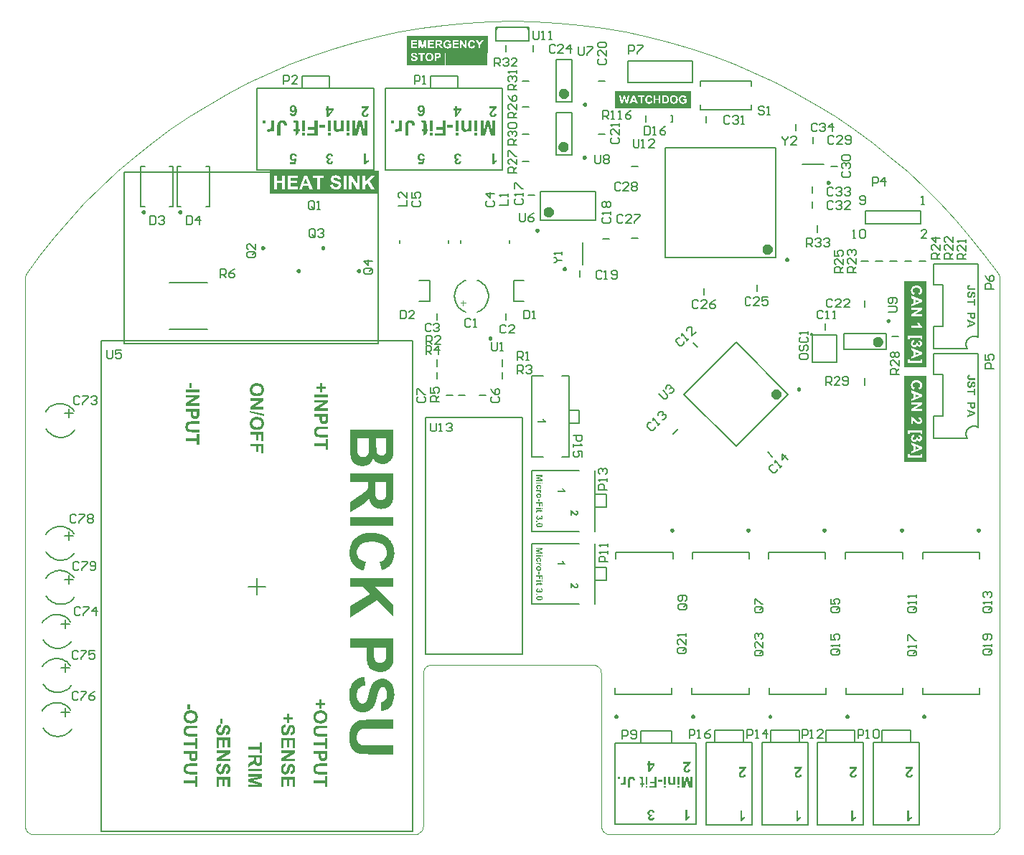
<source format=gto>
%FSDAX25Y25*%
%MOIN*%
%SFA1B1*%

%IPPOS*%
%ADD45C,0.009840*%
%ADD116C,0.023620*%
%ADD117C,0.007870*%
%ADD118C,0.003940*%
%ADD119R,0.197050X0.059060*%
%LNpdb-1*%
%LPD*%
G36*
X0340187Y0261148D02*
X0337992D01*
Y0261729*
X0340187*
Y0261148*
G37*
G36*
X0341021D02*
X0340486D01*
Y0261729*
X0341021*
Y0261148*
G37*
G36*
Y0264343D02*
X0338951Y0263794D01*
X0341021Y0263255*
Y0262333*
X0337992*
Y0262900*
X0340375Y0262905*
X0337992Y0263504*
Y0264090*
X0340375Y0264689*
X0337992*
Y0265256*
X0341021*
Y0264343*
G37*
G36*
X0339163Y0256686D02*
X0339186D01*
X0339218Y0256681*
X0339292Y0256672*
X0339380Y0256658*
X0339472Y0256631*
X0339573Y0256598*
X0339675Y0256552*
X0339679*
X0339689Y0256548*
X0339702Y0256538*
X0339721Y0256524*
X0339767Y0256492*
X0339827Y0256446*
X0339896Y0256391*
X0339965Y0256322*
X0340030Y0256243*
X0340090Y0256151*
Y0256147*
X0340094Y0256137*
X0340104Y0256123*
X0340113Y0256105*
X0340122Y0256082*
X0340136Y0256050*
X0340163Y0255981*
X0340187Y0255893*
X0340210Y0255792*
X0340228Y0255685*
X0340233Y0255566*
Y0255561*
Y0255543*
Y0255520*
X0340228Y0255483*
X0340223Y0255441*
X0340214Y0255391*
X0340205Y0255340*
X0340191Y0255280*
X0340173Y0255215*
X0340154Y0255151*
X0340126Y0255082*
X0340094Y0255017*
X0340057Y0254948*
X0340011Y0254879*
X0339965Y0254814*
X0339905Y0254754*
X0339901Y0254750*
X0339891Y0254741*
X0339873Y0254727*
X0339845Y0254704*
X0339818Y0254680*
X0339776Y0254653*
X0339735Y0254625*
X0339684Y0254593*
X0339624Y0254565*
X0339564Y0254538*
X0339495Y0254510*
X0339426Y0254487*
X0339347Y0254464*
X0339264Y0254450*
X0339181Y0254441*
X0339089Y0254436*
X0339043*
X0339006Y0254441*
X0338965Y0254445*
X0338914Y0254455*
X0338859Y0254464*
X0338799Y0254478*
X0338734Y0254491*
X0338670Y0254515*
X0338601Y0254542*
X0338531Y0254570*
X0338462Y0254611*
X0338393Y0254653*
X0338329Y0254704*
X0338264Y0254759*
X0338260Y0254764*
X0338250Y0254773*
X0338232Y0254791*
X0338213Y0254814*
X0338190Y0254847*
X0338163Y0254883*
X0338130Y0254929*
X0338103Y0254980*
X0338071Y0255035*
X0338038Y0255095*
X0338011Y0255160*
X0337987Y0255234*
X0337969Y0255308*
X0337951Y0255391*
X0337941Y0255478*
X0337937Y0255566*
Y0255570*
Y0255579*
Y0255593*
Y0255616*
X0337941Y0255644*
X0337946Y0255676*
X0337955Y0255750*
X0337969Y0255838*
X0337992Y0255935*
X0338024Y0256036*
X0338071Y0256137*
Y0256142*
X0338075Y0256151*
X0338084Y0256165*
X0338098Y0256183*
X0338130Y0256229*
X0338172Y0256289*
X0338227Y0256359*
X0338296Y0256428*
X0338379Y0256492*
X0338472Y0256552*
X0338476*
X0338485Y0256557*
X0338499Y0256566*
X0338518Y0256575*
X0338545Y0256585*
X0338573Y0256594*
X0338610Y0256608*
X0338651Y0256621*
X0338743Y0256644*
X0338854Y0256667*
X0338979Y0256686*
X0339112Y0256691*
X0339140*
X0339163Y0256686*
G37*
G36*
X0340187Y0257691D02*
X0339878D01*
X0339882Y0257686*
X0339910Y0257668*
X0339947Y0257640*
X0339993Y0257608*
X0340044Y0257571*
X0340090Y0257529*
X0340131Y0257483*
X0340163Y0257442*
X0340168Y0257437*
X0340173Y0257423*
X0340187Y0257400*
X0340200Y0257368*
X0340210Y0257331*
X0340223Y0257290*
X0340228Y0257244*
X0340233Y0257193*
Y0257188*
Y0257184*
Y0257161*
X0340228Y0257119*
X0340219Y0257068*
X0340205Y0257013*
X0340187Y0256944*
X0340159Y0256875*
X0340122Y0256806*
X0339615Y0256986*
X0339619Y0256990*
X0339629Y0257009*
X0339647Y0257041*
X0339666Y0257073*
X0339679Y0257119*
X0339698Y0257165*
X0339707Y0257211*
X0339712Y0257262*
Y0257267*
Y0257281*
X0339707Y0257304*
X0339702Y0257331*
X0339693Y0257364*
X0339684Y0257400*
X0339666Y0257437*
X0339643Y0257470*
X0339638Y0257474*
X0339629Y0257483*
X0339610Y0257497*
X0339587Y0257516*
X0339555Y0257539*
X0339509Y0257562*
X0339458Y0257585*
X0339398Y0257603*
X0339389*
X0339380Y0257608*
X0339361Y0257612*
X0339343*
X0339315Y0257617*
X0339278Y0257622*
X0339241Y0257626*
X0339195Y0257631*
X0339145Y0257636*
X0339085Y0257640*
X0339016*
X0338942Y0257645*
X0338859Y0257649*
X0337992*
Y0258230*
X0340187*
Y0257691*
G37*
G36*
X0339172Y0260678D02*
X0339214Y0260673D01*
X0339269Y0260669*
X0339329Y0260660*
X0339389Y0260646*
X0339527Y0260614*
X0339596Y0260591*
X0339666Y0260563*
X0339739Y0260531*
X0339804Y0260489*
X0339868Y0260448*
X0339928Y0260397*
X0339933Y0260392*
X0339942Y0260383*
X0339956Y0260369*
X0339974Y0260346*
X0339998Y0260314*
X0340025Y0260282*
X0340053Y0260240*
X0340080Y0260194*
X0340108Y0260139*
X0340136Y0260084*
X0340163Y0260019*
X0340187Y0259950*
X0340205Y0259876*
X0340219Y0259798*
X0340228Y0259710*
X0340233Y0259623*
Y0259618*
Y0259604*
Y0259586*
X0340228Y0259558*
Y0259521*
X0340223Y0259484*
X0340210Y0259392*
X0340191Y0259291*
X0340159Y0259185*
X0340117Y0259083*
X0340057Y0258986*
Y0258982*
X0340048Y0258977*
X0340025Y0258945*
X0339984Y0258903*
X0339928Y0258853*
X0339855Y0258797*
X0339767Y0258737*
X0339661Y0258687*
X0339536Y0258641*
X0339435Y0259212*
X0339444*
X0339463Y0259217*
X0339490Y0259226*
X0339527Y0259240*
X0339569Y0259258*
X0339610Y0259281*
X0339652Y0259309*
X0339689Y0259346*
X0339693Y0259350*
X0339702Y0259364*
X0339716Y0259387*
X0339735Y0259415*
X0339749Y0259456*
X0339762Y0259503*
X0339772Y0259553*
X0339776Y0259613*
Y0259618*
Y0259623*
Y0259650*
X0339767Y0259687*
X0339758Y0259738*
X0339739Y0259793*
X0339712Y0259848*
X0339675Y0259908*
X0339624Y0259959*
X0339615Y0259964*
X0339596Y0259977*
X0339560Y0260000*
X0339504Y0260023*
X0339435Y0260047*
X0339347Y0260070*
X0339246Y0260084*
X0339186Y0260088*
X0339057*
X0339025Y0260084*
X0338988Y0260079*
X0338905Y0260070*
X0338813Y0260056*
X0338725Y0260033*
X0338637Y0260000*
X0338601Y0259982*
X0338568Y0259959*
X0338564Y0259954*
X0338545Y0259936*
X0338518Y0259908*
X0338490Y0259867*
X0338462Y0259816*
X0338435Y0259756*
X0338416Y0259687*
X0338412Y0259609*
Y0259599*
Y0259581*
X0338416Y0259549*
X0338425Y0259512*
X0338435Y0259470*
X0338449Y0259424*
X0338472Y0259378*
X0338504Y0259337*
X0338508Y0259332*
X0338522Y0259318*
X0338545Y0259300*
X0338578Y0259277*
X0338624Y0259254*
X0338679Y0259226*
X0338748Y0259203*
X0338826Y0259185*
X0338730Y0258613*
X0338725*
X0338711Y0258617*
X0338693Y0258622*
X0338665Y0258631*
X0338633Y0258641*
X0338596Y0258654*
X0338508Y0258691*
X0338412Y0258737*
X0338310Y0258797*
X0338218Y0258871*
X0338176Y0258912*
X0338135Y0258959*
Y0258963*
X0338126Y0258968*
X0338117Y0258986*
X0338103Y0259005*
X0338089Y0259028*
X0338071Y0259060*
X0338057Y0259097*
X0338038Y0259134*
X0338020Y0259180*
X0338001Y0259231*
X0337983Y0259286*
X0337969Y0259346*
X0337946Y0259480*
X0337941Y0259553*
X0337937Y0259632*
Y0259636*
Y0259655*
Y0259678*
X0337941Y0259710*
X0337946Y0259752*
X0337951Y0259798*
X0337960Y0259848*
X0337974Y0259908*
X0338011Y0260028*
X0338034Y0260093*
X0338061Y0260157*
X0338098Y0260222*
X0338140Y0260282*
X0338186Y0260342*
X0338236Y0260397*
X0338241Y0260402*
X0338250Y0260411*
X0338269Y0260425*
X0338292Y0260443*
X0338324Y0260461*
X0338361Y0260489*
X0338407Y0260512*
X0338458Y0260540*
X0338513Y0260567*
X0338578Y0260591*
X0338647Y0260618*
X0338720Y0260637*
X0338804Y0260655*
X0338891Y0260669*
X0338983Y0260678*
X0339080Y0260683*
X0339131*
X0339172Y0260678*
G37*
G36*
X0539491Y0308038D02*
X0539485D01*
X0539473Y0308032*
X0539456*
X0539427Y0308027*
X0539364Y0308009*
X0539278Y0307981*
X0539191Y0307946*
X0539099Y0307900*
X0539013Y0307842*
X0538938Y0307773*
X0538932Y0307762*
X0538909Y0307733*
X0538886Y0307687*
X0538851Y0307624*
X0538823Y0307543*
X0538794Y0307451*
X0538771Y0307341*
X0538765Y0307214*
Y0307209*
Y0307197*
Y0307180*
Y0307151*
X0538771Y0307088*
X0538782Y0307007*
X0538805Y0306915*
X0538828Y0306823*
X0538869Y0306736*
X0538920Y0306662*
X0538926Y0306656*
X0538949Y0306633*
X0538978Y0306604*
X0539024Y0306564*
X0539076Y0306529*
X0539139Y0306500*
X0539209Y0306477*
X0539283Y0306471*
X0539306*
X0539329Y0306477*
X0539364Y0306483*
X0539433Y0306506*
X0539473Y0306523*
X0539508Y0306552*
X0539514Y0306558*
X0539525Y0306569*
X0539543Y0306587*
X0539566Y0306615*
X0539594Y0306656*
X0539617Y0306702*
X0539646Y0306760*
X0539675Y0306829*
Y0306834*
X0539687Y0306857*
X0539698Y0306898*
X0539715Y0306955*
X0539727Y0306990*
X0539738Y0307036*
X0539750Y0307082*
X0539767Y0307140*
X0539784Y0307203*
X0539802Y0307272*
X0539819Y0307347*
X0539842Y0307433*
Y0307439*
X0539848Y0307462*
X0539859Y0307491*
X0539871Y0307531*
X0539882Y0307583*
X0539900Y0307641*
X0539946Y0307768*
X0539998Y0307911*
X0540061Y0308055*
X0540136Y0308182*
X0540176Y0308240*
X0540216Y0308292*
X0540222Y0308297*
X0540234Y0308309*
X0540251Y0308326*
X0540274Y0308344*
X0540303Y0308372*
X0540338Y0308401*
X0540384Y0308430*
X0540430Y0308465*
X0540539Y0308528*
X0540672Y0308585*
X0540741Y0308603*
X0540815Y0308620*
X0540896Y0308631*
X0540977Y0308637*
X0541029*
X0541081Y0308626*
X0541155Y0308614*
X0541236Y0308597*
X0541328Y0308568*
X0541420Y0308528*
X0541518Y0308476*
X0541524*
X0541530Y0308470*
X0541559Y0308447*
X0541605Y0308407*
X0541662Y0308355*
X0541726Y0308292*
X0541789Y0308211*
X0541852Y0308119*
X0541904Y0308009*
Y0308004*
X0541910Y0307998*
X0541916Y0307975*
X0541927Y0307952*
X0541933Y0307923*
X0541945Y0307889*
X0541973Y0307802*
X0541996Y0307693*
X0542014Y0307566*
X0542031Y0307422*
X0542037Y0307266*
Y0307261*
Y0307238*
Y0307197*
X0542031Y0307151*
X0542025Y0307088*
X0542019Y0307019*
X0542008Y0306944*
X0541996Y0306863*
X0541962Y0306690*
X0541904Y0306512*
X0541870Y0306425*
X0541823Y0306345*
X0541778Y0306264*
X0541720Y0306195*
X0541714Y0306189*
X0541703Y0306178*
X0541685Y0306160*
X0541662Y0306137*
X0541634Y0306109*
X0541593Y0306080*
X0541547Y0306045*
X0541495Y0306011*
X0541438Y0305976*
X0541374Y0305947*
X0541236Y0305884*
X0541155Y0305861*
X0541069Y0305838*
X0540977Y0305821*
X0540885Y0305815*
X0540856Y0306581*
X0540867*
X0540902Y0306592*
X0540954Y0306604*
X0541017Y0306627*
X0541086Y0306656*
X0541155Y0306690*
X0541219Y0306736*
X0541271Y0306794*
X0541276Y0306800*
X0541294Y0306823*
X0541311Y0306857*
X0541340Y0306909*
X0541363Y0306978*
X0541380Y0307059*
X0541397Y0307157*
X0541403Y0307272*
Y0307278*
Y0307284*
Y0307301*
Y0307324*
X0541397Y0307387*
X0541386Y0307462*
X0541368Y0307543*
X0541346Y0307629*
X0541311Y0307716*
X0541265Y0307790*
X0541259Y0307796*
X0541248Y0307808*
X0541230Y0307825*
X0541201Y0307848*
X0541167Y0307871*
X0541127Y0307889*
X0541081Y0307900*
X0541029Y0307906*
X0541006*
X0540983Y0307900*
X0540948Y0307894*
X0540913Y0307877*
X0540873Y0307860*
X0540839Y0307831*
X0540798Y0307796*
X0540793Y0307790*
X0540775Y0307768*
X0540752Y0307721*
X0540741Y0307693*
X0540723Y0307652*
X0540700Y0307612*
X0540683Y0307560*
X0540660Y0307508*
X0540643Y0307439*
X0540620Y0307370*
X0540597Y0307289*
X0540568Y0307197*
X0540545Y0307099*
Y0307094*
X0540539Y0307076*
X0540533Y0307048*
X0540522Y0307007*
X0540510Y0306961*
X0540493Y0306909*
X0540464Y0306788*
X0540418Y0306650*
X0540378Y0306518*
X0540326Y0306385*
X0540303Y0306328*
X0540274Y0306276*
Y0306270*
X0540268Y0306264*
X0540251Y0306230*
X0540216Y0306184*
X0540176Y0306126*
X0540119Y0306057*
X0540055Y0305988*
X0539975Y0305924*
X0539888Y0305861*
X0539877Y0305855*
X0539848Y0305838*
X0539790Y0305809*
X0539721Y0305780*
X0539635Y0305757*
X0539531Y0305729*
X0539416Y0305711*
X0539289Y0305705*
X0539231*
X0539168Y0305717*
X0539088Y0305729*
X0538995Y0305751*
X0538892Y0305780*
X0538782Y0305826*
X0538673Y0305890*
X0538667*
X0538661Y0305895*
X0538627Y0305924*
X0538575Y0305965*
X0538517Y0306022*
X0538448Y0306091*
X0538379Y0306184*
X0538310Y0306281*
X0538252Y0306402*
Y0306408*
X0538247Y0306420*
X0538241Y0306437*
X0538229Y0306460*
X0538224Y0306494*
X0538212Y0306529*
X0538201Y0306575*
X0538189Y0306627*
X0538160Y0306748*
X0538143Y0306886*
X0538126Y0307042*
X0538120Y0307220*
Y0307226*
Y0307249*
Y0307289*
X0538126Y0307341*
X0538131Y0307399*
X0538137Y0307468*
X0538149Y0307543*
X0538160Y0307629*
X0538201Y0307808*
X0538229Y0307900*
X0538258Y0307992*
X0538298Y0308079*
X0538339Y0308165*
X0538391Y0308251*
X0538448Y0308326*
X0538454Y0308332*
X0538465Y0308344*
X0538483Y0308361*
X0538512Y0308390*
X0538546Y0308418*
X0538586Y0308453*
X0538638Y0308488*
X0538690Y0308528*
X0538759Y0308568*
X0538828Y0308609*
X0538909Y0308643*
X0538995Y0308683*
X0539088Y0308712*
X0539191Y0308741*
X0539301Y0308764*
X0539416Y0308781*
X0539491Y0308038*
G37*
G36*
X0539433Y0311085D02*
X0539404D01*
X0539381Y0311080*
X0539324*
X0539255Y0311068*
X0539174Y0311056*
X0539099Y0311039*
X0539030Y0311022*
X0538972Y0310993*
X0538967Y0310987*
X0538943Y0310970*
X0538909Y0310941*
X0538874Y0310901*
X0538834Y0310849*
X0538805Y0310786*
X0538782Y0310711*
X0538771Y0310625*
Y0310619*
Y0310613*
Y0310584*
X0538776Y0310538*
X0538788Y0310486*
X0538805Y0310423*
X0538834Y0310365*
X0538869Y0310313*
X0538915Y0310267*
X0538920Y0310262*
X0538943Y0310250*
X0538984Y0310233*
X0539047Y0310210*
X0539082Y0310204*
X0539128Y0310192*
X0539174Y0310181*
X0539231Y0310175*
X0539295Y0310169*
X0539364Y0310164*
X0539439Y0310158*
X0541973*
Y0309392*
X0539456*
X0539410Y0309398*
X0539306Y0309403*
X0539185Y0309415*
X0539065Y0309426*
X0538949Y0309449*
X0538846Y0309478*
X0538840*
X0538834Y0309484*
X0538817Y0309490*
X0538794Y0309501*
X0538730Y0309530*
X0538656Y0309570*
X0538575Y0309622*
X0538483Y0309697*
X0538396Y0309778*
X0538316Y0309881*
Y0309887*
X0538310Y0309893*
X0538298Y0309910*
X0538287Y0309933*
X0538270Y0309962*
X0538252Y0309997*
X0538235Y0310037*
X0538218Y0310083*
X0538183Y0310192*
X0538149Y0310325*
X0538126Y0310475*
X0538120Y0310648*
Y0310653*
Y0310670*
Y0310699*
X0538126Y0310740*
X0538131Y0310786*
X0538137Y0310838*
X0538149Y0310901*
X0538160Y0310964*
X0538195Y0311103*
X0538252Y0311246*
X0538287Y0311316*
X0538327Y0311385*
X0538379Y0311454*
X0538431Y0311511*
X0538437Y0311517*
X0538448Y0311523*
X0538465Y0311540*
X0538488Y0311558*
X0538523Y0311581*
X0538563Y0311604*
X0538610Y0311632*
X0538661Y0311661*
X0538725Y0311690*
X0538794Y0311719*
X0538869Y0311742*
X0538949Y0311765*
X0539042Y0311782*
X0539139Y0311800*
X0539243Y0311805*
X0539353Y0311811*
X0539433Y0311085*
G37*
G36*
X0341422Y0291333D02*
X0341428Y0291327D01*
X0341434Y0291310*
X0341440Y0291287*
X0341463Y0291229*
X0341503Y0291154*
X0341549Y0291062*
X0341612Y0290958*
X0341682Y0290843*
X0341774Y0290722*
X0341779Y0290717*
X0341785Y0290705*
X0341803Y0290688*
X0341820Y0290670*
X0341872Y0290613*
X0341947Y0290538*
X0342033Y0290463*
X0342137Y0290388*
X0342252Y0290319*
X0342378Y0290267*
Y0289674*
X0338583*
Y0290400*
X0341313*
X0341307Y0290405*
X0341296Y0290417*
X0341278Y0290440*
X0341250Y0290469*
X0341221Y0290509*
X0341186Y0290555*
X0341146Y0290607*
X0341106Y0290670*
X0341059Y0290734*
X0341013Y0290809*
X0340927Y0290964*
X0340841Y0291143*
X0340766Y0291338*
X0341422*
Y0291333*
G37*
G36*
X0541973Y0294283D02*
Y0293477D01*
X0538189Y0291956*
Y0292786*
X0539047Y0293108*
Y0294635*
X0538189Y0294946*
Y0295752*
X0541973Y0294283*
G37*
G36*
Y0297670D02*
Y0297664D01*
Y0297641*
Y0297607*
Y0297555*
Y0297503*
Y0297440*
X0541968Y0297371*
Y0297296*
X0541962Y0297140*
X0541950Y0296990*
X0541945Y0296921*
X0541933Y0296858*
X0541927Y0296806*
X0541916Y0296760*
Y0296754*
X0541910Y0296743*
X0541904Y0296731*
X0541898Y0296708*
X0541875Y0296645*
X0541835Y0296570*
X0541789Y0296484*
X0541720Y0296397*
X0541639Y0296305*
X0541541Y0296219*
X0541536*
X0541530Y0296207*
X0541512Y0296196*
X0541490Y0296184*
X0541461Y0296167*
X0541426Y0296150*
X0541346Y0296104*
X0541236Y0296063*
X0541109Y0296029*
X0540965Y0296006*
X0540804Y0295994*
X0540746*
X0540683Y0296000*
X0540602Y0296011*
X0540510Y0296023*
X0540412Y0296046*
X0540314Y0296080*
X0540222Y0296121*
X0540211Y0296127*
X0540182Y0296144*
X0540142Y0296173*
X0540090Y0296207*
X0540026Y0296253*
X0539963Y0296311*
X0539906Y0296374*
X0539848Y0296443*
X0539842Y0296449*
X0539825Y0296478*
X0539802Y0296518*
X0539779Y0296564*
X0539744Y0296628*
X0539715Y0296691*
X0539692Y0296766*
X0539669Y0296841*
Y0296847*
Y0296852*
X0539664Y0296870*
Y0296893*
X0539658Y0296921*
X0539652Y0296956*
X0539646Y0296996*
Y0297042*
X0539641Y0297094*
X0539635Y0297152*
X0539629Y0297215*
X0539623Y0297290*
Y0297365*
X0539617Y0297446*
Y0297538*
Y0297630*
Y0298125*
X0538189*
Y0298891*
X0541973*
Y0297670*
G37*
G36*
Y0302330D02*
X0541334D01*
Y0303442*
X0538189*
Y0304208*
X0541334*
Y0305319*
X0541973*
Y0302330*
G37*
G36*
X0350576Y0258951D02*
X0350582Y0258945D01*
X0350587Y0258928*
X0350593Y0258905*
X0350616Y0258847*
X0350657Y0258772*
X0350703Y0258680*
X0350766Y0258576*
X0350835Y0258461*
X0350927Y0258340*
X0350933Y0258335*
X0350939Y0258323*
X0350956Y0258306*
X0350973Y0258289*
X0351025Y0258231*
X0351100Y0258156*
X0351186Y0258081*
X0351290Y0258006*
X0351405Y0257937*
X0351532Y0257885*
Y0257292*
X0347736*
Y0258018*
X0350466*
X0350461Y0258024*
X0350449Y0258035*
X0350432Y0258058*
X0350403Y0258087*
X0350374Y0258127*
X0350340Y0258173*
X0350299Y0258225*
X0350259Y0258289*
X0350213Y0258352*
X0350167Y0258427*
X0350080Y0258582*
X0349994Y0258761*
X0349919Y0258957*
X0350576*
Y0258951*
G37*
G36*
X0339624Y0242824D02*
X0339698Y0242819D01*
X0339776Y0242814*
X0339864Y0242805*
X0339961Y0242791*
X0340163Y0242755*
X0340265Y0242731*
X0340366Y0242704*
X0340463Y0242671*
X0340555Y0242630*
X0340643Y0242584*
X0340717Y0242533*
X0340721Y0242529*
X0340731Y0242524*
X0340744Y0242506*
X0340767Y0242487*
X0340790Y0242464*
X0340818Y0242432*
X0340846Y0242395*
X0340873Y0242353*
X0340901Y0242307*
X0340933Y0242257*
X0340956Y0242201*
X0340979Y0242141*
X0341002Y0242072*
X0341016Y0242003*
X0341025Y0241925*
X0341030Y0241846*
Y0241842*
Y0241828*
Y0241805*
X0341025Y0241773*
X0341021Y0241736*
X0341012Y0241694*
X0341002Y0241648*
X0340989Y0241597*
X0340975Y0241542*
X0340952Y0241487*
X0340929Y0241427*
X0340896Y0241371*
X0340860Y0241316*
X0340818Y0241261*
X0340767Y0241210*
X0340712Y0241159*
X0340707Y0241155*
X0340694Y0241146*
X0340670Y0241132*
X0340643Y0241113*
X0340601Y0241090*
X0340551Y0241067*
X0340491Y0241040*
X0340422Y0241012*
X0340339Y0240984*
X0340251Y0240957*
X0340150Y0240933*
X0340039Y0240911*
X0339914Y0240892*
X0339781Y0240878*
X0339638Y0240869*
X0339481Y0240864*
X0339398*
X0339343Y0240869*
X0339269Y0240874*
X0339191Y0240878*
X0339099Y0240887*
X0339002Y0240901*
X0338799Y0240938*
X0338697Y0240961*
X0338596Y0240989*
X0338499Y0241026*
X0338407Y0241067*
X0338319Y0241113*
X0338246Y0241164*
X0338241Y0241169*
X0338232Y0241173*
X0338218Y0241187*
X0338200Y0241210*
X0338172Y0241233*
X0338149Y0241266*
X0338121Y0241298*
X0338093Y0241339*
X0338061Y0241385*
X0338034Y0241436*
X0338011Y0241496*
X0337987Y0241556*
X0337964Y0241620*
X0337951Y0241690*
X0337941Y0241768*
X0337937Y0241846*
Y0241851*
Y0241865*
X0337941Y0241888*
Y0241920*
X0337946Y0241957*
X0337955Y0241998*
X0337964Y0242049*
X0337978Y0242100*
X0337997Y0242155*
X0338020Y0242215*
X0338047Y0242275*
X0338080Y0242335*
X0338117Y0242395*
X0338163Y0242450*
X0338213Y0242510*
X0338273Y0242561*
X0338278Y0242565*
X0338292Y0242570*
X0338310Y0242584*
X0338342Y0242602*
X0338379Y0242621*
X0338425Y0242644*
X0338485Y0242671*
X0338555Y0242694*
X0338633Y0242718*
X0338720Y0242745*
X0338817Y0242768*
X0338928Y0242787*
X0339052Y0242805*
X0339181Y0242814*
X0339329Y0242824*
X0339486Y0242828*
X0339569*
X0339624Y0242824*
G37*
G36*
X0338573Y0243303D02*
X0337992D01*
Y0243884*
X0338573*
Y0243303*
G37*
G36*
X0341021Y0227290D02*
X0340486D01*
Y0227871*
X0341021*
Y0227290*
G37*
G36*
Y0230485D02*
X0338951Y0229936D01*
X0341021Y0229397*
Y0228475*
X0337992*
Y0229042*
X0340375Y0229047*
X0337992Y0229646*
Y0230231*
X0340375Y0230831*
X0337992*
Y0231398*
X0341021*
Y0230485*
G37*
G36*
X0353781Y0248911D02*
X0353803Y0248906D01*
X0353838Y0248900*
X0353878Y0248894*
X0353971Y0248871*
X0354086Y0248842*
X0354207Y0248796*
X0354333Y0248745*
X0354460Y0248675*
X0354466*
X0354477Y0248664*
X0354495Y0248652*
X0354523Y0248635*
X0354558Y0248606*
X0354598Y0248577*
X0354650Y0248537*
X0354702Y0248497*
X0354765Y0248445*
X0354835Y0248382*
X0354909Y0248318*
X0354990Y0248243*
X0355077Y0248157*
X0355169Y0248071*
X0355267Y0247967*
X0355370Y0247857*
X0355376Y0247852*
X0355387Y0247834*
X0355416Y0247811*
X0355445Y0247777*
X0355480Y0247742*
X0355526Y0247696*
X0355618Y0247598*
X0355722Y0247495*
X0355825Y0247397*
X0355871Y0247351*
X0355912Y0247310*
X0355952Y0247276*
X0355986Y0247253*
X0355998Y0247247*
X0356027Y0247230*
X0356067Y0247207*
X0356125Y0247178*
X0356194Y0247149*
X0356269Y0247126*
X0356349Y0247109*
X0356430Y0247103*
X0356470*
X0356517Y0247109*
X0356568Y0247120*
X0356626Y0247137*
X0356689Y0247161*
X0356753Y0247189*
X0356804Y0247235*
X0356810Y0247241*
X0356827Y0247258*
X0356845Y0247287*
X0356874Y0247328*
X0356897Y0247379*
X0356914Y0247443*
X0356931Y0247518*
X0356937Y0247598*
Y0247610*
Y0247633*
X0356931Y0247679*
X0356920Y0247725*
X0356902Y0247783*
X0356879Y0247846*
X0356845Y0247903*
X0356799Y0247961*
X0356793Y0247967*
X0356770Y0247984*
X0356741Y0248002*
X0356689Y0248030*
X0356626Y0248053*
X0356551Y0248082*
X0356453Y0248099*
X0356344Y0248111*
X0356413Y0248831*
X0356419*
X0356442Y0248825*
X0356470*
X0356511Y0248814*
X0356563Y0248808*
X0356614Y0248791*
X0356678Y0248779*
X0356747Y0248756*
X0356885Y0248704*
X0357029Y0248635*
X0357098Y0248589*
X0357162Y0248543*
X0357219Y0248485*
X0357271Y0248428*
X0357277Y0248422*
X0357282Y0248410*
X0357294Y0248393*
X0357311Y0248364*
X0357334Y0248336*
X0357357Y0248295*
X0357381Y0248249*
X0357403Y0248192*
X0357427Y0248134*
X0357450Y0248071*
X0357496Y0247927*
X0357524Y0247765*
X0357536Y0247673*
Y0247581*
Y0247575*
Y0247558*
Y0247529*
X0357530Y0247489*
X0357524Y0247443*
X0357519Y0247385*
X0357513Y0247328*
X0357496Y0247258*
X0357461Y0247120*
X0357409Y0246970*
X0357375Y0246901*
X0357334Y0246826*
X0357282Y0246763*
X0357231Y0246700*
X0357225Y0246694*
X0357219Y0246688*
X0357202Y0246671*
X0357179Y0246648*
X0357150Y0246625*
X0357110Y0246596*
X0357023Y0246538*
X0356914Y0246481*
X0356787Y0246429*
X0356643Y0246389*
X0356563Y0246383*
X0356482Y0246377*
X0356442*
X0356390Y0246383*
X0356326Y0246389*
X0356252Y0246400*
X0356171Y0246417*
X0356079Y0246441*
X0355992Y0246469*
X0355981Y0246475*
X0355952Y0246487*
X0355906Y0246510*
X0355848Y0246538*
X0355773Y0246579*
X0355693Y0246631*
X0355606Y0246694*
X0355514Y0246763*
X0355508Y0246769*
X0355485Y0246786*
X0355445Y0246821*
X0355393Y0246872*
X0355324Y0246936*
X0355238Y0247022*
X0355140Y0247120*
X0355030Y0247241*
X0355025Y0247247*
X0355019Y0247258*
X0355002Y0247276*
X0354978Y0247293*
X0354927Y0247351*
X0354858Y0247420*
X0354788Y0247495*
X0354719Y0247564*
X0354656Y0247627*
X0354633Y0247650*
X0354610Y0247673*
X0354604Y0247679*
X0354593Y0247690*
X0354575Y0247708*
X0354546Y0247725*
X0354489Y0247777*
X0354414Y0247823*
Y0246377*
X0353740*
Y0248917*
X0353757*
X0353781Y0248911*
G37*
G36*
X0341021Y0249407D02*
X0340486D01*
Y0249988*
X0341021*
Y0249407*
G37*
G36*
Y0250490D02*
X0340509D01*
Y0251951*
X0339790*
Y0250688*
X0339278*
Y0251951*
X0337992*
Y0252565*
X0341021*
Y0250490*
G37*
G36*
X0339380Y0252906D02*
X0338799D01*
Y0254040*
X0339380*
Y0252906*
G37*
G36*
X0338859Y0245815D02*
X0338850D01*
X0338822Y0245811*
X0338785Y0245802*
X0338734Y0245788*
X0338684Y0245769*
X0338628Y0245746*
X0338573Y0245714*
X0338527Y0245673*
X0338522Y0245668*
X0338508Y0245650*
X0338490Y0245626*
X0338472Y0245590*
X0338453Y0245548*
X0338435Y0245502*
X0338421Y0245447*
X0338416Y0245387*
Y0245378*
Y0245355*
X0338425Y0245322*
X0338435Y0245281*
X0338449Y0245235*
X0338472Y0245184*
X0338504Y0245133*
X0338550Y0245082*
X0338555Y0245078*
X0338578Y0245064*
X0338605Y0245041*
X0338647Y0245018*
X0338702Y0245000*
X0338767Y0244976*
X0338840Y0244963*
X0338923Y0244958*
X0338960*
X0339002Y0244963*
X0339052Y0244972*
X0339108Y0244986*
X0339163Y0245009*
X0339223Y0245036*
X0339274Y0245078*
X0339278Y0245082*
X0339292Y0245101*
X0339315Y0245124*
X0339338Y0245161*
X0339361Y0245202*
X0339384Y0245253*
X0339398Y0245308*
X0339403Y0245368*
Y0245373*
Y0245387*
Y0245410*
X0339398Y0245442*
X0339394Y0245479*
X0339384Y0245525*
X0339370Y0245576*
X0339357Y0245631*
X0339827Y0245567*
Y0245562*
Y0245557*
Y0245530*
X0339831Y0245484*
X0339836Y0245433*
X0339845Y0245378*
X0339864Y0245318*
X0339891Y0245258*
X0339924Y0245207*
X0339928Y0245202*
X0339942Y0245189*
X0339970Y0245165*
X0340002Y0245143*
X0340044Y0245119*
X0340094Y0245096*
X0340150Y0245082*
X0340214Y0245078*
X0340242*
X0340269Y0245082*
X0340302Y0245087*
X0340339Y0245101*
X0340380Y0245115*
X0340422Y0245138*
X0340458Y0245170*
X0340463Y0245175*
X0340472Y0245189*
X0340486Y0245207*
X0340505Y0245235*
X0340523Y0245271*
X0340537Y0245313*
X0340546Y0245364*
X0340551Y0245419*
Y0245424*
Y0245442*
X0340546Y0245470*
X0340537Y0245507*
X0340523Y0245548*
X0340505Y0245590*
X0340481Y0245636*
X0340445Y0245677*
X0340440Y0245682*
X0340426Y0245696*
X0340403Y0245709*
X0340371Y0245732*
X0340325Y0245756*
X0340274Y0245774*
X0340214Y0245793*
X0340145Y0245802*
X0340233Y0246337*
X0340237*
X0340246Y0246332*
X0340260*
X0340279Y0246327*
X0340329Y0246313*
X0340394Y0246295*
X0340463Y0246272*
X0340537Y0246244*
X0340611Y0246207*
X0340675Y0246170*
X0340684Y0246166*
X0340703Y0246147*
X0340731Y0246124*
X0340772Y0246088*
X0340813Y0246041*
X0340855Y0245991*
X0340896Y0245926*
X0340933Y0245857*
Y0245852*
X0340938Y0245848*
X0340947Y0245820*
X0340966Y0245779*
X0340984Y0245723*
X0340998Y0245654*
X0341016Y0245580*
X0341025Y0245493*
X0341030Y0245401*
Y0245396*
Y0245382*
Y0245359*
X0341025Y0245332*
X0341021Y0245295*
X0341016Y0245253*
X0341007Y0245202*
X0340998Y0245152*
X0340961Y0245046*
X0340943Y0244986*
X0340915Y0244930*
X0340883Y0244875*
X0340846Y0244815*
X0340804Y0244764*
X0340754Y0244714*
X0340749Y0244709*
X0340744Y0244705*
X0340731Y0244695*
X0340717Y0244682*
X0340670Y0244645*
X0340606Y0244603*
X0340532Y0244566*
X0340449Y0244529*
X0340352Y0244506*
X0340302Y0244497*
X0340233*
X0340214Y0244502*
X0340187*
X0340150Y0244511*
X0340113Y0244520*
X0340071Y0244534*
X0340025Y0244552*
X0339974Y0244575*
X0339924Y0244603*
X0339868Y0244640*
X0339818Y0244682*
X0339762Y0244732*
X0339712Y0244792*
X0339661Y0244857*
X0339615Y0244935*
Y0244930*
X0339610Y0244921*
Y0244912*
X0339606Y0244894*
X0339587Y0244843*
X0339564Y0244788*
X0339532Y0244718*
X0339486Y0244649*
X0339430Y0244585*
X0339366Y0244520*
X0339357Y0244515*
X0339334Y0244497*
X0339292Y0244469*
X0339237Y0244442*
X0339168Y0244414*
X0339085Y0244386*
X0338997Y0244368*
X0338896Y0244363*
X0338859*
X0338831Y0244368*
X0338794Y0244373*
X0338757Y0244377*
X0338711Y0244386*
X0338661Y0244400*
X0338555Y0244437*
X0338499Y0244460*
X0338444Y0244488*
X0338384Y0244520*
X0338329Y0244562*
X0338273Y0244608*
X0338218Y0244658*
X0338213Y0244663*
X0338204Y0244672*
X0338190Y0244686*
X0338176Y0244709*
X0338154Y0244737*
X0338130Y0244774*
X0338103Y0244811*
X0338080Y0244857*
X0338052Y0244907*
X0338024Y0244963*
X0338001Y0245023*
X0337983Y0245087*
X0337964Y0245156*
X0337951Y0245225*
X0337941Y0245304*
X0337937Y0245382*
Y0245387*
Y0245401*
Y0245424*
X0337941Y0245451*
X0337946Y0245488*
X0337951Y0245530*
X0337955Y0245576*
X0337964Y0245622*
X0337992Y0245732*
X0338038Y0245848*
X0338061Y0245903*
X0338093Y0245963*
X0338130Y0246018*
X0338172Y0246069*
X0338176Y0246074*
X0338181Y0246078*
X0338195Y0246092*
X0338213Y0246111*
X0338236Y0246134*
X0338269Y0246157*
X0338301Y0246180*
X0338338Y0246207*
X0338425Y0246263*
X0338531Y0246313*
X0338651Y0246355*
X0338720Y0246369*
X0338790Y0246378*
X0338859Y0245815*
G37*
G36*
X0340187Y0248784D02*
X0340620D01*
X0340961Y0248203*
X0340187*
Y0247807*
X0339725*
Y0248203*
X0338693*
X0338637Y0248199*
X0338545*
X0338527Y0248194*
X0338508*
X0338490Y0248185*
X0338467Y0248167*
X0338444Y0248144*
X0338439Y0248134*
X0338430Y0248116*
X0338421Y0248084*
X0338416Y0248047*
Y0248042*
Y0248033*
X0338421Y0248014*
X0338425Y0247987*
X0338430Y0247955*
X0338439Y0247913*
X0338453Y0247867*
X0338472Y0247812*
X0338020Y0247761*
X0338015Y0247770*
X0338006Y0247798*
X0337992Y0247839*
X0337978Y0247895*
X0337964Y0247964*
X0337951Y0248042*
X0337941Y0248130*
X0337937Y0248222*
Y0248226*
Y0248250*
X0337941Y0248277*
Y0248314*
X0337951Y0248360*
X0337960Y0248406*
X0337969Y0248457*
X0337987Y0248503*
X0337992Y0248508*
X0337997Y0248522*
X0338006Y0248545*
X0338024Y0248572*
X0338066Y0248632*
X0338093Y0248664*
X0338121Y0248688*
X0338126Y0248692*
X0338135Y0248697*
X0338158Y0248706*
X0338181Y0248720*
X0338218Y0248734*
X0338255Y0248747*
X0338301Y0248757*
X0338352Y0248766*
X0338356*
X0338375Y0248770*
X0338402*
X0338439Y0248775*
X0338495Y0248780*
X0338568*
X0338656Y0248784*
X0339725*
Y0249052*
X0340187*
Y0248784*
G37*
G36*
Y0249407D02*
X0337992D01*
Y0249988*
X0340187*
Y0249407*
G37*
G36*
X0307944Y0424799D02*
X0306685D01*
Y0425553*
X0306674Y0425542*
X0306653Y0425520*
X0306621Y0425477*
X0306567Y0425413*
X0306502Y0425348*
X0306416Y0425284*
X0306330Y0425198*
X0306222Y0425122*
X0306104Y0425047*
X0305986Y0424961*
X0305846Y0424896*
X0305695Y0424821*
X0305534Y0424767*
X0305372Y0424724*
X0305189Y0424703*
X0305007Y0424692*
X0304931*
X0304845Y0424703*
X0304737Y0424713*
X0304608Y0424735*
X0304468Y0424756*
X0304329Y0424799*
X0304189Y0424853*
X0304167Y0424864*
X0304124Y0424886*
X0304060Y0424918*
X0303984Y0424961*
X0303887Y0425026*
X0303801Y0425101*
X0303705Y0425176*
X0303629Y0425273*
X0303618Y0425284*
X0303597Y0425316*
X0303565Y0425370*
X0303522Y0425434*
X0303479Y0425520*
X0303435Y0425617*
X0303393Y0425725*
X0303360Y0425843*
Y0425854*
X0303349Y0425897*
X0303339Y0425972*
X0303317Y0426069*
X0303306Y0426198*
X0303296Y0426360*
X0303285Y0426543*
Y0426747*
Y0429921*
X0304641*
Y0427317*
Y0427307*
Y0427285*
Y0427242*
Y0427188*
Y0427113*
Y0427038*
X0304651Y0426876*
X0304662Y0426693*
X0304684Y0426521*
X0304705Y0426370*
X0304716Y0426306*
X0304737Y0426252*
Y0426241*
X0304748Y0426209*
X0304770Y0426166*
X0304802Y0426112*
X0304888Y0425983*
X0305017Y0425865*
X0305028Y0425854*
X0305049Y0425843*
X0305093Y0425822*
X0305146Y0425789*
X0305211Y0425768*
X0305297Y0425746*
X0305383Y0425736*
X0305480Y0425725*
X0305544*
X0305609Y0425736*
X0305695Y0425746*
X0305792Y0425768*
X0305900Y0425811*
X0306007Y0425854*
X0306115Y0425918*
X0306125Y0425929*
X0306158Y0425951*
X0306201Y0425994*
X0306265Y0426058*
X0306319Y0426134*
X0306384Y0426220*
X0306448Y0426317*
X0306491Y0426435*
Y0426446*
X0306502Y0426500*
X0306524Y0426575*
X0306534Y0426693*
X0306545Y0426769*
X0306556Y0426855*
X0306567Y0426952*
X0306577Y0427059*
Y0427177*
X0306588Y0427307*
Y0427457*
Y0427608*
Y0429921*
X0307944*
Y0424799*
G37*
G36*
X0275653D02*
X0274394D01*
Y0425520*
X0274383Y0425510*
X0274341Y0425445*
X0274276Y0425359*
X0274201Y0425251*
X0274114Y0425133*
X0274018Y0425026*
X0273910Y0424929*
X0273813Y0424853*
X0273802Y0424843*
X0273770Y0424832*
X0273716Y0424799*
X0273641Y0424767*
X0273555Y0424746*
X0273458Y0424713*
X0273351Y0424703*
X0273232Y0424692*
X0273157*
X0273060Y0424703*
X0272942Y0424724*
X0272813Y0424756*
X0272651Y0424799*
X0272490Y0424864*
X0272328Y0424950*
X0272748Y0426134*
X0272759Y0426123*
X0272802Y0426101*
X0272877Y0426058*
X0272952Y0426015*
X0273060Y0425983*
X0273168Y0425940*
X0273275Y0425918*
X0273394Y0425908*
X0273437*
X0273490Y0425918*
X0273555Y0425929*
X0273630Y0425951*
X0273716Y0425972*
X0273802Y0426015*
X0273878Y0426069*
X0273888Y0426080*
X0273910Y0426101*
X0273942Y0426145*
X0273985Y0426198*
X0274039Y0426274*
X0274093Y0426381*
X0274147Y0426500*
X0274190Y0426640*
Y0426661*
X0274201Y0426683*
X0274211Y0426726*
Y0426769*
X0274222Y0426833*
X0274233Y0426919*
X0274244Y0427005*
X0274254Y0427113*
X0274265Y0427231*
X0274276Y0427371*
Y0427532*
X0274287Y0427705*
X0274297Y0427898*
Y0428114*
Y0428350*
Y0429921*
X0275653*
Y0424799*
G37*
G36*
X0299304Y0426683D02*
X0296657D01*
Y0428038*
X0299304*
Y0426683*
G37*
G36*
X0289846Y0424799D02*
X0288490D01*
Y0429921*
X0289846*
Y0424799*
G37*
G36*
X0301897D02*
X0300541D01*
Y0429921*
X0301897*
Y0424799*
G37*
G36*
X0310666D02*
X0309311D01*
Y0429921*
X0310666*
Y0424799*
G37*
G36*
X0241635Y0435600D02*
X0243701D01*
Y0434763*
X0241512Y0431553*
X0240698*
Y0434756*
X0240076*
Y0435600*
X0240698*
Y0436614*
X0241635*
Y0435600*
G37*
G36*
X0260236Y0436607D02*
Y0436591D01*
X0260228Y0436560*
X0260221Y0436530*
X0260213Y0436484*
X0260206Y0436430*
X0260175Y0436307*
X0260136Y0436153*
X0260075Y0435992*
X0260006Y0435823*
X0259914Y0435654*
Y0435646*
X0259898Y0435631*
X0259883Y0435608*
X0259860Y0435570*
X0259822Y0435524*
X0259783Y0435470*
X0259729Y0435401*
X0259676Y0435332*
X0259606Y0435247*
X0259522Y0435155*
X0259437Y0435055*
X0259338Y0434948*
X0259222Y0434832*
X0259107Y0434710*
X0258969Y0434579*
X0258823Y0434441*
X0258815Y0434433*
X0258792Y0434418*
X0258762Y0434379*
X0258716Y0434341*
X0258669Y0434295*
X0258608Y0434233*
X0258477Y0434110*
X0258339Y0433972*
X0258209Y0433834*
X0258147Y0433773*
X0258094Y0433719*
X0258047Y0433665*
X0258017Y0433619*
X0258009Y0433604*
X0257986Y0433565*
X0257955Y0433511*
X0257917Y0433435*
X0257878Y0433343*
X0257848Y0433243*
X0257825Y0433135*
X0257817Y0433028*
Y0433012*
Y0432974*
X0257825Y0432912*
X0257840Y0432843*
X0257863Y0432766*
X0257894Y0432682*
X0257932Y0432597*
X0257994Y0432528*
X0258001Y0432521*
X0258024Y0432498*
X0258063Y0432475*
X0258117Y0432436*
X0258186Y0432406*
X0258270Y0432382*
X0258370Y0432360*
X0258477Y0432352*
X0258524*
X0258585Y0432360*
X0258646Y0432375*
X0258723Y0432398*
X0258808Y0432429*
X0258885Y0432475*
X0258961Y0432536*
X0258969Y0432544*
X0258992Y0432575*
X0259015Y0432613*
X0259053Y0432682*
X0259084Y0432766*
X0259123Y0432866*
X0259146Y0432997*
X0259161Y0433143*
X0260121Y0433051*
Y0433043*
X0260113Y0433012*
Y0432974*
X0260098Y0432920*
X0260090Y0432851*
X0260067Y0432782*
X0260052Y0432697*
X0260021Y0432605*
X0259952Y0432421*
X0259860Y0432229*
X0259799Y0432137*
X0259737Y0432052*
X0259660Y0431976*
X0259583Y0431906*
X0259576Y0431899*
X0259560Y0431891*
X0259537Y0431876*
X0259499Y0431853*
X0259460Y0431822*
X0259407Y0431791*
X0259345Y0431760*
X0259268Y0431730*
X0259192Y0431699*
X0259107Y0431668*
X0258915Y0431607*
X0258700Y0431568*
X0258577Y0431553*
X0258385*
X0258332Y0431561*
X0258270Y0431568*
X0258193Y0431576*
X0258117Y0431584*
X0258024Y0431607*
X0257840Y0431653*
X0257640Y0431722*
X0257548Y0431768*
X0257448Y0431822*
X0257364Y0431891*
X0257279Y0431960*
X0257272Y0431968*
X0257264Y0431976*
X0257241Y0431998*
X0257210Y0432029*
X0257180Y0432068*
X0257141Y0432121*
X0257064Y0432237*
X0256988Y0432382*
X0256918Y0432551*
X0256865Y0432744*
X0256857Y0432851*
X0256849Y0432959*
Y0432974*
Y0433012*
X0256857Y0433081*
X0256865Y0433166*
X0256880Y0433266*
X0256903Y0433373*
X0256934Y0433496*
X0256972Y0433611*
X0256980Y0433627*
X0256995Y0433665*
X0257026Y0433727*
X0257064Y0433803*
X0257118Y0433903*
X0257187Y0434011*
X0257272Y0434126*
X0257364Y0434249*
X0257372Y0434256*
X0257395Y0434287*
X0257441Y0434341*
X0257510Y0434410*
X0257594Y0434502*
X0257710Y0434617*
X0257840Y0434748*
X0258001Y0434894*
X0258009Y0434902*
X0258024Y0434909*
X0258047Y0434932*
X0258070Y0434963*
X0258147Y0435032*
X0258239Y0435124*
X0258339Y0435216*
X0258431Y0435309*
X0258516Y0435393*
X0258547Y0435424*
X0258577Y0435455*
X0258585Y0435462*
X0258600Y0435477*
X0258623Y0435501*
X0258646Y0435539*
X0258716Y0435616*
X0258777Y0435716*
X0256849*
Y0436614*
X0260236*
Y0436607*
G37*
G36*
X0225228Y0414651D02*
X0225289D01*
X0225359Y0414636*
X0225435Y0414628*
X0225520Y0414613*
X0225696Y0414567*
X0225888Y0414505*
X0226073Y0414413*
X0226165Y0414352*
X0226249Y0414290*
X0226257Y0414283*
X0226265Y0414275*
X0226288Y0414252*
X0226319Y0414221*
X0226357Y0414183*
X0226395Y0414137*
X0226434Y0414083*
X0226480Y0414022*
X0226572Y0413876*
X0226656Y0413707*
X0226726Y0413499*
X0226749Y0413392*
X0226772Y0413277*
X0225812Y0413177*
Y0413192*
X0225804Y0413231*
X0225789Y0413292*
X0225766Y0413369*
X0225735Y0413446*
X0225696Y0413538*
X0225643Y0413622*
X0225574Y0413699*
X0225566Y0413707*
X0225535Y0413730*
X0225497Y0413761*
X0225435Y0413791*
X0225366Y0413822*
X0225289Y0413853*
X0225197Y0413876*
X0225105Y0413883*
X0225090*
X0225051Y0413876*
X0224998Y0413868*
X0224928Y0413853*
X0224844Y0413822*
X0224760Y0413776*
X0224675Y0413722*
X0224590Y0413638*
X0224583Y0413622*
X0224560Y0413592*
X0224521Y0413530*
X0224483Y0413453*
X0224445Y0413346*
X0224406Y0413223*
X0224383Y0413069*
X0224376Y0412900*
Y0412893*
Y0412877*
Y0412854*
Y0412824*
X0224383Y0412739*
X0224398Y0412639*
X0224429Y0412524*
X0224468Y0412409*
X0224521Y0412294*
X0224590Y0412201*
X0224598Y0412194*
X0224629Y0412163*
X0224675Y0412125*
X0224736Y0412079*
X0224813Y0412040*
X0224905Y0412002*
X0225013Y0411971*
X0225128Y0411963*
X0225167*
X0225197Y0411971*
X0225282Y0411979*
X0225382Y0412009*
X0225497Y0412056*
X0225627Y0412117*
X0225750Y0412209*
X0225819Y0412271*
X0225881Y0412332*
X0226656Y0412224*
X0226165Y0409598*
X0223607*
Y0410504*
X0225435*
X0225589Y0411357*
X0225574Y0411349*
X0225535Y0411334*
X0225466Y0411303*
X0225382Y0411272*
X0225289Y0411249*
X0225174Y0411219*
X0225051Y0411203*
X0224928Y0411195*
X0224867*
X0224821Y0411203*
X0224767Y0411211*
X0224698Y0411219*
X0224629Y0411234*
X0224552Y0411257*
X0224376Y0411311*
X0224291Y0411349*
X0224199Y0411395*
X0224107Y0411449*
X0224014Y0411510*
X0223922Y0411579*
X0223838Y0411664*
X0223830Y0411672*
X0223815Y0411687*
X0223799Y0411710*
X0223769Y0411748*
X0223730Y0411794*
X0223692Y0411848*
X0223654Y0411917*
X0223607Y0411994*
X0223569Y0412079*
X0223531Y0412171*
X0223492Y0412271*
X0223454Y0412378*
X0223423Y0412493*
X0223408Y0412616*
X0223392Y0412747*
X0223385Y0412885*
Y0412893*
Y0412916*
Y0412947*
X0223392Y0412992*
Y0413046*
X0223400Y0413108*
X0223415Y0413177*
X0223431Y0413254*
X0223469Y0413430*
X0223538Y0413615*
X0223623Y0413807*
X0223684Y0413906*
X0223746Y0413999*
X0223753Y0414006*
X0223769Y0414029*
X0223799Y0414060*
X0223838Y0414098*
X0223884Y0414152*
X0223945Y0414206*
X0224022Y0414267*
X0224099Y0414329*
X0224191Y0414390*
X0224299Y0414452*
X0224406Y0414505*
X0224529Y0414559*
X0224660Y0414598*
X0224806Y0414628*
X0224952Y0414651*
X0225113Y0414659*
X0225182*
X0225228Y0414651*
G37*
G36*
X0279613Y0430040D02*
X0279699Y0430029D01*
X0279796Y0430018*
X0279914Y0429997*
X0280032Y0429975*
X0280291Y0429911*
X0280560Y0429803*
X0280689Y0429738*
X0280818Y0429663*
X0280947Y0429566*
X0281055Y0429469*
X0281066Y0429459*
X0281076Y0429437*
X0281108Y0429405*
X0281141Y0429362*
X0281184Y0429297*
X0281227Y0429222*
X0281281Y0429136*
X0281334Y0429039*
X0281388Y0428921*
X0281442Y0428792*
X0281485Y0428652*
X0281528Y0428501*
X0281560Y0428329*
X0281593Y0428146*
X0281604Y0427952*
X0281614Y0427748*
X0280258Y0427597*
Y0427608*
Y0427619*
Y0427651*
X0280248Y0427694*
Y0427802*
X0280226Y0427931*
X0280205Y0428081*
X0280172Y0428221*
X0280140Y0428350*
X0280086Y0428458*
X0280076Y0428469*
X0280043Y0428512*
X0279990Y0428576*
X0279914Y0428641*
X0279817Y0428716*
X0279699Y0428770*
X0279559Y0428813*
X0279398Y0428834*
X0279322*
X0279236Y0428824*
X0279139Y0428802*
X0279021Y0428770*
X0278913Y0428716*
X0278817Y0428652*
X0278731Y0428566*
X0278720Y0428555*
X0278698Y0428512*
X0278666Y0428436*
X0278623Y0428318*
X0278612Y0428254*
X0278591Y0428167*
X0278569Y0428081*
X0278558Y0427974*
X0278548Y0427855*
X0278537Y0427726*
X0278526Y0427586*
Y0427436*
Y0422852*
X0277095*
Y0427339*
Y0427350*
Y0427382*
Y0427425*
Y0427479*
Y0427554*
X0277106Y0427640*
X0277117Y0427834*
X0277138Y0428060*
X0277160Y0428286*
X0277203Y0428501*
X0277256Y0428695*
Y0428705*
X0277267Y0428716*
X0277278Y0428748*
X0277299Y0428792*
X0277353Y0428910*
X0277429Y0429050*
X0277525Y0429200*
X0277665Y0429373*
X0277816Y0429534*
X0278010Y0429685*
X0278020*
X0278031Y0429695*
X0278063Y0429717*
X0278106Y0429738*
X0278160Y0429771*
X0278225Y0429803*
X0278300Y0429835*
X0278386Y0429868*
X0278591Y0429932*
X0278838Y0429997*
X0279118Y0430040*
X0279441Y0430050*
X0279538*
X0279613Y0430040*
G37*
G36*
X0271758Y0428566D02*
X0270402D01*
Y0429921*
X0271758*
Y0428566*
G37*
G36*
X0225105Y0437092D02*
X0225159D01*
X0225220Y0437085*
X0225297Y0437069*
X0225382Y0437054*
X0225474Y0437023*
X0225574Y0436993*
X0225673Y0436954*
X0225781Y0436908*
X0225881Y0436847*
X0225988Y0436785*
X0226096Y0436701*
X0226196Y0436616*
X0226288Y0436509*
X0226295Y0436501*
X0226311Y0436478*
X0226334Y0436447*
X0226365Y0436393*
X0226403Y0436332*
X0226441Y0436247*
X0226487Y0436155*
X0226526Y0436040*
X0226572Y0435917*
X0226618Y0435771*
X0226656Y0435618*
X0226695Y0435441*
X0226726Y0435249*
X0226749Y0435034*
X0226764Y0434811*
X0226772Y0434566*
Y0434558*
Y0434550*
Y0434504*
Y0434435*
X0226764Y0434335*
X0226756Y0434228*
X0226741Y0434090*
X0226726Y0433951*
X0226710Y0433790*
X0226649Y0433467*
X0226610Y0433298*
X0226557Y0433130*
X0226503Y0432976*
X0226434Y0432822*
X0226357Y0432684*
X0226265Y0432561*
X0226257Y0432553*
X0226242Y0432538*
X0226211Y0432507*
X0226173Y0432461*
X0226119Y0432415*
X0226057Y0432369*
X0225988Y0432308*
X0225904Y0432254*
X0225812Y0432200*
X0225712Y0432139*
X0225604Y0432093*
X0225489Y0432039*
X0225359Y0432000*
X0225228Y0431970*
X0225082Y0431954*
X0224936Y0431947*
X0224882*
X0224836Y0431954*
X0224790*
X0224736Y0431962*
X0224598Y0431985*
X0224452Y0432023*
X0224291Y0432085*
X0224130Y0432162*
X0223984Y0432269*
X0223976*
X0223968Y0432285*
X0223922Y0432331*
X0223861Y0432400*
X0223784Y0432507*
X0223700Y0432638*
X0223623Y0432799*
X0223554Y0432991*
X0223500Y0433206*
X0224437Y0433306*
Y0433291*
X0224445Y0433260*
X0224460Y0433206*
X0224475Y0433145*
X0224498Y0433076*
X0224529Y0433007*
X0224568Y0432937*
X0224621Y0432884*
X0224629Y0432876*
X0224644Y0432861*
X0224675Y0432838*
X0224721Y0432815*
X0224775Y0432792*
X0224836Y0432768*
X0224905Y0432753*
X0224990Y0432746*
X0225005*
X0225044Y0432753*
X0225097Y0432761*
X0225167Y0432776*
X0225251Y0432815*
X0225343Y0432861*
X0225428Y0432930*
X0225512Y0433022*
X0225520Y0433037*
X0225535Y0433053*
X0225543Y0433076*
X0225558Y0433114*
X0225581Y0433152*
X0225604Y0433206*
X0225620Y0433268*
X0225643Y0433337*
X0225666Y0433421*
X0225689Y0433513*
X0225712Y0433621*
X0225727Y0433736*
X0225743Y0433867*
X0225758Y0434013*
X0225773Y0434166*
X0225766Y0434159*
X0225758Y0434151*
X0225735Y0434128*
X0225712Y0434097*
X0225627Y0434028*
X0225528Y0433951*
X0225397Y0433874*
X0225243Y0433805*
X0225067Y0433752*
X0224974Y0433744*
X0224875Y0433736*
X0224813*
X0224775Y0433744*
X0224721Y0433752*
X0224660Y0433759*
X0224521Y0433798*
X0224360Y0433851*
X0224276Y0433890*
X0224191Y0433936*
X0224099Y0433990*
X0224014Y0434051*
X0223930Y0434120*
X0223846Y0434205*
X0223838Y0434212*
X0223830Y0434228*
X0223807Y0434251*
X0223776Y0434289*
X0223746Y0434335*
X0223707Y0434389*
X0223669Y0434450*
X0223623Y0434527*
X0223584Y0434604*
X0223546Y0434696*
X0223508Y0434796*
X0223477Y0434903*
X0223446Y0435011*
X0223423Y0435134*
X0223415Y0435264*
X0223408Y0435395*
Y0435403*
Y0435426*
Y0435472*
X0223415Y0435526*
X0223423Y0435587*
X0223431Y0435664*
X0223446Y0435748*
X0223462Y0435841*
X0223523Y0436040*
X0223554Y0436140*
X0223600Y0436247*
X0223654Y0436347*
X0223715Y0436447*
X0223784Y0436547*
X0223869Y0436639*
X0223876Y0436647*
X0223892Y0436662*
X0223915Y0436685*
X0223953Y0436708*
X0223991Y0436747*
X0224045Y0436785*
X0224114Y0436824*
X0224184Y0436870*
X0224260Y0436916*
X0224352Y0436954*
X0224445Y0436993*
X0224552Y0437031*
X0224660Y0437054*
X0224775Y0437077*
X0224898Y0437092*
X0225028Y0437100*
X0225059*
X0225105Y0437092*
G37*
G36*
X0284677Y0414651D02*
X0284738D01*
X0284807Y0414636*
X0284884Y0414628*
X0284969Y0414613*
X0285145Y0414567*
X0285337Y0414505*
X0285522Y0414413*
X0285614Y0414352*
X0285698Y0414291*
X0285706Y0414283*
X0285714Y0414275*
X0285737Y0414252*
X0285767Y0414221*
X0285806Y0414183*
X0285844Y0414137*
X0285882Y0414083*
X0285929Y0414022*
X0286021Y0413876*
X0286105Y0413707*
X0286174Y0413499*
X0286197Y0413392*
X0286221Y0413277*
X0285261Y0413177*
Y0413192*
X0285253Y0413231*
X0285237Y0413292*
X0285214Y0413369*
X0285184Y0413446*
X0285145Y0413538*
X0285091Y0413622*
X0285022Y0413699*
X0285015Y0413707*
X0284984Y0413730*
X0284946Y0413761*
X0284884Y0413791*
X0284815Y0413822*
X0284738Y0413853*
X0284646Y0413876*
X0284554Y0413883*
X0284539*
X0284500Y0413876*
X0284446Y0413868*
X0284377Y0413853*
X0284293Y0413822*
X0284208Y0413776*
X0284124Y0413722*
X0284039Y0413638*
X0284032Y0413622*
X0284009Y0413592*
X0283970Y0413530*
X0283932Y0413453*
X0283893Y0413346*
X0283855Y0413223*
X0283832Y0413069*
X0283824Y0412900*
Y0412893*
Y0412877*
Y0412854*
Y0412824*
X0283832Y0412739*
X0283847Y0412639*
X0283878Y0412524*
X0283916Y0412409*
X0283970Y0412294*
X0284039Y0412201*
X0284047Y0412194*
X0284078Y0412163*
X0284124Y0412125*
X0284185Y0412079*
X0284262Y0412040*
X0284354Y0412002*
X0284462Y0411971*
X0284577Y0411963*
X0284615*
X0284646Y0411971*
X0284731Y0411979*
X0284830Y0412009*
X0284946Y0412056*
X0285076Y0412117*
X0285199Y0412209*
X0285268Y0412271*
X0285330Y0412332*
X0286105Y0412224*
X0285614Y0409598*
X0283056*
Y0410504*
X0284884*
X0285038Y0411357*
X0285022Y0411349*
X0284984Y0411334*
X0284915Y0411303*
X0284830Y0411272*
X0284738Y0411249*
X0284623Y0411219*
X0284500Y0411203*
X0284377Y0411195*
X0284316*
X0284270Y0411203*
X0284216Y0411211*
X0284147Y0411219*
X0284078Y0411234*
X0284001Y0411257*
X0283824Y0411311*
X0283740Y0411349*
X0283648Y0411395*
X0283556Y0411449*
X0283463Y0411510*
X0283371Y0411579*
X0283287Y0411664*
X0283279Y0411672*
X0283264Y0411687*
X0283248Y0411710*
X0283218Y0411748*
X0283179Y0411795*
X0283141Y0411848*
X0283102Y0411917*
X0283056Y0411994*
X0283018Y0412079*
X0282979Y0412171*
X0282941Y0412271*
X0282903Y0412378*
X0282872Y0412493*
X0282857Y0412616*
X0282841Y0412747*
X0282834Y0412885*
Y0412893*
Y0412916*
Y0412947*
X0282841Y0412992*
Y0413046*
X0282849Y0413108*
X0282864Y0413177*
X0282880Y0413254*
X0282918Y0413430*
X0282987Y0413615*
X0283072Y0413807*
X0283133Y0413906*
X0283194Y0413999*
X0283202Y0414006*
X0283218Y0414029*
X0283248Y0414060*
X0283287Y0414099*
X0283333Y0414152*
X0283394Y0414206*
X0283471Y0414267*
X0283548Y0414329*
X0283640Y0414390*
X0283748Y0414452*
X0283855Y0414505*
X0283978Y0414559*
X0284108Y0414598*
X0284254Y0414628*
X0284400Y0414651*
X0284562Y0414659*
X0284631*
X0284677Y0414651*
G37*
G36*
X0301606D02*
X0301667Y0414644D01*
X0301736Y0414636*
X0301813Y0414628*
X0301890Y0414613*
X0302074Y0414567*
X0302266Y0414490*
X0302359Y0414452*
X0302458Y0414398*
X0302551Y0414336*
X0302635Y0414267*
X0302643Y0414260*
X0302650Y0414252*
X0302673Y0414229*
X0302704Y0414198*
X0302743Y0414160*
X0302781Y0414106*
X0302819Y0414052*
X0302865Y0413991*
X0302958Y0413845*
X0303042Y0413668*
X0303111Y0413469*
X0303134Y0413353*
X0303150Y0413238*
X0302213Y0413123*
Y0413131*
Y0413138*
X0302205Y0413184*
X0302190Y0413246*
X0302167Y0413331*
X0302136Y0413415*
X0302097Y0413507*
X0302044Y0413599*
X0301975Y0413676*
X0301967Y0413684*
X0301936Y0413707*
X0301898Y0413737*
X0301836Y0413768*
X0301767Y0413799*
X0301690Y0413830*
X0301598Y0413853*
X0301498Y0413860*
X0301445*
X0301391Y0413845*
X0301322Y0413830*
X0301245Y0413807*
X0301161Y0413768*
X0301076Y0413715*
X0300992Y0413638*
X0300984Y0413630*
X0300961Y0413592*
X0300922Y0413546*
X0300884Y0413476*
X0300853Y0413384*
X0300815Y0413277*
X0300792Y0413154*
X0300784Y0413016*
Y0413008*
Y0413000*
Y0412954*
X0300792Y0412885*
X0300807Y0412801*
X0300830Y0412708*
X0300869Y0412616*
X0300915Y0412516*
X0300984Y0412432*
X0300992Y0412424*
X0301022Y0412401*
X0301061Y0412363*
X0301122Y0412324*
X0301191Y0412286*
X0301276Y0412248*
X0301368Y0412224*
X0301468Y0412217*
X0301537*
X0301591Y0412224*
X0301652Y0412232*
X0301729Y0412248*
X0301813Y0412271*
X0301905Y0412294*
X0301798Y0411510*
X0301736*
X0301660Y0411503*
X0301575Y0411495*
X0301483Y0411480*
X0301383Y0411449*
X0301283Y0411403*
X0301199Y0411349*
X0301191Y0411341*
X0301168Y0411318*
X0301130Y0411272*
X0301091Y0411219*
X0301053Y0411149*
X0301015Y0411065*
X0300992Y0410973*
X0300984Y0410865*
Y0410857*
Y0410819*
X0300992Y0410773*
X0300999Y0410719*
X0301022Y0410658*
X0301045Y0410589*
X0301084Y0410520*
X0301137Y0410458*
X0301145Y0410451*
X0301168Y0410435*
X0301199Y0410412*
X0301245Y0410381*
X0301306Y0410351*
X0301376Y0410328*
X0301460Y0410312*
X0301552Y0410304*
X0301591*
X0301637Y0410312*
X0301698Y0410328*
X0301767Y0410351*
X0301836Y0410381*
X0301913Y0410420*
X0301982Y0410481*
X0301990Y0410489*
X0302013Y0410512*
X0302036Y0410550*
X0302074Y0410604*
X0302113Y0410681*
X0302144Y0410765*
X0302174Y0410865*
X0302190Y0410980*
X0303081Y0410835*
Y0410827*
X0303073Y0410811*
Y0410788*
X0303065Y0410758*
X0303042Y0410673*
X0303011Y0410566*
X0302973Y0410451*
X0302927Y0410328*
X0302865Y0410205*
X0302804Y0410097*
X0302796Y0410082*
X0302766Y0410051*
X0302727Y0410005*
X0302666Y0409936*
X0302589Y0409867*
X0302504Y0409798*
X0302397Y0409728*
X0302282Y0409667*
X0302274*
X0302266Y0409659*
X0302220Y0409644*
X0302151Y0409613*
X0302059Y0409583*
X0301944Y0409560*
X0301821Y0409529*
X0301675Y0409514*
X0301521Y0409506*
X0301452*
X0301406Y0409514*
X0301345Y0409521*
X0301276Y0409529*
X0301191Y0409544*
X0301107Y0409560*
X0300930Y0409621*
X0300830Y0409652*
X0300738Y0409698*
X0300646Y0409752*
X0300546Y0409813*
X0300462Y0409882*
X0300377Y0409967*
X0300369Y0409974*
X0300362Y0409982*
X0300346Y0410005*
X0300323Y0410028*
X0300262Y0410105*
X0300193Y0410212*
X0300131Y0410335*
X0300070Y0410473*
X0300031Y0410635*
X0300016Y0410719*
Y0410804*
Y0410811*
Y0410835*
X0300024Y0410865*
Y0410911*
X0300039Y0410973*
X0300055Y0411034*
X0300078Y0411103*
X0300108Y0411180*
X0300147Y0411265*
X0300193Y0411349*
X0300254Y0411441*
X0300323Y0411526*
X0300408Y0411618*
X0300508Y0411702*
X0300615Y0411787*
X0300746Y0411864*
X0300738*
X0300723Y0411871*
X0300707*
X0300677Y0411879*
X0300592Y0411910*
X0300500Y0411948*
X0300385Y0412002*
X0300270Y0412079*
X0300162Y0412171*
X0300055Y0412278*
X0300047Y0412294*
X0300016Y0412332*
X0299970Y0412401*
X0299924Y0412493*
X0299878Y0412608*
X0299832Y0412747*
X0299801Y0412893*
X0299793Y0413062*
Y0413069*
Y0413092*
Y0413123*
X0299801Y0413169*
X0299809Y0413231*
X0299816Y0413292*
X0299832Y0413369*
X0299855Y0413453*
X0299916Y0413630*
X0299955Y0413722*
X0300001Y0413814*
X0300055Y0413914*
X0300124Y0414006*
X0300201Y0414099*
X0300285Y0414191*
X0300293Y0414198*
X0300308Y0414214*
X0300331Y0414237*
X0300369Y0414260*
X0300415Y0414298*
X0300477Y0414336*
X0300538Y0414383*
X0300615Y0414421*
X0300700Y0414467*
X0300792Y0414513*
X0300892Y0414552*
X0300999Y0414582*
X0301114Y0414613*
X0301230Y0414636*
X0301360Y0414651*
X0301491Y0414659*
X0301560*
X0301606Y0414651*
G37*
G36*
X0318433Y0410927D02*
X0318441Y0410934D01*
X0318456Y0410950*
X0318487Y0410973*
X0318525Y0411011*
X0318579Y0411050*
X0318641Y0411096*
X0318710Y0411149*
X0318794Y0411203*
X0318879Y0411265*
X0318979Y0411326*
X0319186Y0411441*
X0319424Y0411556*
X0319685Y0411656*
Y0410781*
X0319677*
X0319670Y0410773*
X0319647Y0410765*
X0319616Y0410758*
X0319539Y0410727*
X0319439Y0410673*
X0319316Y0410612*
X0319178Y0410527*
X0319025Y0410435*
X0318863Y0410312*
X0318856Y0410304*
X0318840Y0410297*
X0318817Y0410274*
X0318794Y0410251*
X0318717Y0410182*
X0318618Y0410082*
X0318518Y0409967*
X0318418Y0409828*
X0318326Y0409675*
X0318257Y0409506*
X0317465*
Y0414567*
X0318433*
Y0410927*
G37*
G36*
X0284554Y0437092D02*
X0284608D01*
X0284669Y0437085*
X0284746Y0437069*
X0284830Y0437054*
X0284923Y0437023*
X0285022Y0436993*
X0285122Y0436954*
X0285230Y0436908*
X0285330Y0436847*
X0285437Y0436785*
X0285545Y0436701*
X0285645Y0436616*
X0285737Y0436509*
X0285744Y0436501*
X0285760Y0436478*
X0285783Y0436447*
X0285813Y0436393*
X0285852Y0436332*
X0285890Y0436248*
X0285936Y0436155*
X0285975Y0436040*
X0286021Y0435917*
X0286067Y0435771*
X0286105Y0435618*
X0286144Y0435441*
X0286174Y0435249*
X0286197Y0435034*
X0286213Y0434811*
X0286221Y0434566*
Y0434558*
Y0434550*
Y0434504*
Y0434435*
X0286213Y0434335*
X0286205Y0434228*
X0286190Y0434090*
X0286174Y0433951*
X0286159Y0433790*
X0286098Y0433467*
X0286059Y0433298*
X0286005Y0433130*
X0285952Y0432976*
X0285882Y0432822*
X0285806Y0432684*
X0285714Y0432561*
X0285706Y0432553*
X0285690Y0432538*
X0285660Y0432507*
X0285621Y0432461*
X0285568Y0432415*
X0285506Y0432369*
X0285437Y0432308*
X0285353Y0432254*
X0285261Y0432200*
X0285161Y0432139*
X0285053Y0432093*
X0284938Y0432039*
X0284807Y0432000*
X0284677Y0431970*
X0284531Y0431954*
X0284385Y0431947*
X0284331*
X0284285Y0431954*
X0284239*
X0284185Y0431962*
X0284047Y0431985*
X0283901Y0432024*
X0283740Y0432085*
X0283578Y0432162*
X0283433Y0432269*
X0283425*
X0283417Y0432285*
X0283371Y0432331*
X0283310Y0432400*
X0283233Y0432507*
X0283149Y0432638*
X0283072Y0432799*
X0283003Y0432991*
X0282949Y0433206*
X0283886Y0433306*
Y0433291*
X0283893Y0433260*
X0283909Y0433206*
X0283924Y0433145*
X0283947Y0433076*
X0283978Y0433007*
X0284016Y0432937*
X0284070Y0432884*
X0284078Y0432876*
X0284093Y0432861*
X0284124Y0432838*
X0284170Y0432815*
X0284224Y0432792*
X0284285Y0432768*
X0284354Y0432753*
X0284439Y0432746*
X0284454*
X0284492Y0432753*
X0284546Y0432761*
X0284615Y0432776*
X0284700Y0432815*
X0284792Y0432861*
X0284876Y0432930*
X0284961Y0433022*
X0284969Y0433037*
X0284984Y0433053*
X0284992Y0433076*
X0285007Y0433114*
X0285030Y0433152*
X0285053Y0433206*
X0285068Y0433268*
X0285091Y0433337*
X0285115Y0433421*
X0285138Y0433513*
X0285161Y0433621*
X0285176Y0433736*
X0285191Y0433867*
X0285207Y0434013*
X0285222Y0434166*
X0285214Y0434159*
X0285207Y0434151*
X0285184Y0434128*
X0285161Y0434097*
X0285076Y0434028*
X0284976Y0433951*
X0284846Y0433874*
X0284692Y0433805*
X0284516Y0433752*
X0284423Y0433744*
X0284324Y0433736*
X0284262*
X0284224Y0433744*
X0284170Y0433752*
X0284108Y0433759*
X0283970Y0433798*
X0283809Y0433851*
X0283724Y0433890*
X0283640Y0433936*
X0283548Y0433990*
X0283463Y0434051*
X0283379Y0434120*
X0283294Y0434205*
X0283287Y0434212*
X0283279Y0434228*
X0283256Y0434251*
X0283225Y0434289*
X0283194Y0434335*
X0283156Y0434389*
X0283118Y0434450*
X0283072Y0434527*
X0283033Y0434604*
X0282995Y0434696*
X0282957Y0434796*
X0282926Y0434904*
X0282895Y0435011*
X0282872Y0435134*
X0282864Y0435264*
X0282857Y0435395*
Y0435403*
Y0435426*
Y0435472*
X0282864Y0435526*
X0282872Y0435587*
X0282880Y0435664*
X0282895Y0435748*
X0282910Y0435841*
X0282972Y0436040*
X0283003Y0436140*
X0283049Y0436248*
X0283102Y0436347*
X0283164Y0436447*
X0283233Y0436547*
X0283317Y0436639*
X0283325Y0436647*
X0283341Y0436662*
X0283364Y0436685*
X0283402Y0436708*
X0283440Y0436747*
X0283494Y0436785*
X0283563Y0436824*
X0283632Y0436870*
X0283709Y0436916*
X0283801Y0436954*
X0283893Y0436993*
X0284001Y0437031*
X0284108Y0437054*
X0284224Y0437077*
X0284347Y0437092*
X0284477Y0437100*
X0284508*
X0284554Y0437092*
G37*
G36*
X0301084Y0435600D02*
X0303150D01*
Y0434763*
X0300961Y0431553*
X0300147*
Y0434756*
X0299525*
Y0435600*
X0300147*
Y0436614*
X0301084*
Y0435600*
G37*
G36*
X0319685Y0436607D02*
Y0436591D01*
X0319677Y0436560*
X0319670Y0436530*
X0319662Y0436484*
X0319654Y0436430*
X0319624Y0436307*
X0319585Y0436153*
X0319524Y0435992*
X0319455Y0435823*
X0319362Y0435654*
Y0435646*
X0319347Y0435631*
X0319332Y0435608*
X0319309Y0435570*
X0319270Y0435524*
X0319232Y0435470*
X0319178Y0435401*
X0319124Y0435332*
X0319055Y0435247*
X0318971Y0435155*
X0318886Y0435055*
X0318787Y0434948*
X0318671Y0434832*
X0318556Y0434710*
X0318418Y0434579*
X0318272Y0434441*
X0318264Y0434433*
X0318241Y0434418*
X0318211Y0434379*
X0318164Y0434341*
X0318118Y0434295*
X0318057Y0434233*
X0317926Y0434110*
X0317788Y0433972*
X0317657Y0433834*
X0317596Y0433773*
X0317542Y0433719*
X0317496Y0433665*
X0317465Y0433619*
X0317458Y0433604*
X0317435Y0433565*
X0317404Y0433511*
X0317366Y0433435*
X0317327Y0433343*
X0317297Y0433243*
X0317273Y0433135*
X0317266Y0433028*
Y0433012*
Y0432974*
X0317273Y0432912*
X0317289Y0432843*
X0317312Y0432766*
X0317343Y0432682*
X0317381Y0432597*
X0317442Y0432528*
X0317450Y0432521*
X0317473Y0432498*
X0317512Y0432475*
X0317565Y0432436*
X0317635Y0432406*
X0317719Y0432382*
X0317819Y0432360*
X0317926Y0432352*
X0317972*
X0318034Y0432360*
X0318095Y0432375*
X0318172Y0432398*
X0318257Y0432429*
X0318333Y0432475*
X0318410Y0432536*
X0318418Y0432544*
X0318441Y0432575*
X0318464Y0432613*
X0318502Y0432682*
X0318533Y0432766*
X0318571Y0432866*
X0318595Y0432997*
X0318610Y0433143*
X0319570Y0433051*
Y0433043*
X0319562Y0433012*
Y0432974*
X0319547Y0432920*
X0319539Y0432851*
X0319516Y0432782*
X0319501Y0432697*
X0319470Y0432605*
X0319401Y0432421*
X0319309Y0432229*
X0319247Y0432137*
X0319186Y0432052*
X0319109Y0431976*
X0319032Y0431906*
X0319025Y0431899*
X0319009Y0431891*
X0318986Y0431876*
X0318948Y0431853*
X0318909Y0431822*
X0318856Y0431791*
X0318794Y0431760*
X0318717Y0431730*
X0318641Y0431699*
X0318556Y0431668*
X0318364Y0431607*
X0318149Y0431568*
X0318026Y0431553*
X0317834*
X0317780Y0431561*
X0317719Y0431568*
X0317642Y0431576*
X0317565Y0431584*
X0317473Y0431607*
X0317289Y0431653*
X0317089Y0431722*
X0316997Y0431768*
X0316897Y0431822*
X0316813Y0431891*
X0316728Y0431960*
X0316721Y0431968*
X0316713Y0431976*
X0316690Y0431998*
X0316659Y0432029*
X0316628Y0432068*
X0316590Y0432121*
X0316513Y0432237*
X0316436Y0432382*
X0316367Y0432551*
X0316314Y0432744*
X0316306Y0432851*
X0316298Y0432959*
Y0432974*
Y0433012*
X0316306Y0433081*
X0316314Y0433166*
X0316329Y0433266*
X0316352Y0433373*
X0316383Y0433496*
X0316421Y0433611*
X0316429Y0433627*
X0316444Y0433665*
X0316475Y0433727*
X0316513Y0433803*
X0316567Y0433903*
X0316636Y0434011*
X0316721Y0434126*
X0316813Y0434249*
X0316820Y0434256*
X0316843Y0434287*
X0316890Y0434341*
X0316959Y0434410*
X0317043Y0434502*
X0317158Y0434617*
X0317289Y0434748*
X0317450Y0434894*
X0317458Y0434902*
X0317473Y0434909*
X0317496Y0434932*
X0317519Y0434963*
X0317596Y0435032*
X0317688Y0435124*
X0317788Y0435216*
X0317880Y0435309*
X0317965Y0435393*
X0317995Y0435424*
X0318026Y0435455*
X0318034Y0435462*
X0318049Y0435477*
X0318072Y0435501*
X0318095Y0435539*
X0318164Y0435616*
X0318226Y0435716*
X0316298*
Y0436614*
X0319685*
Y0436607*
G37*
G36*
X0310666Y0422852D02*
X0309311D01*
Y0424100*
X0310666*
Y0422852*
G37*
G36*
X0285854Y0430040D02*
X0285940D01*
X0286047Y0430018*
X0286155Y0429997*
X0286273Y0429975*
X0286381Y0429932*
X0286392Y0429921*
X0286424Y0429911*
X0286478Y0429889*
X0286542Y0429846*
X0286682Y0429749*
X0286757Y0429685*
X0286811Y0429620*
X0286822Y0429609*
X0286833Y0429588*
X0286854Y0429534*
X0286887Y0429480*
X0286919Y0429394*
X0286951Y0429308*
X0286973Y0429200*
X0286994Y0429082*
Y0429071*
X0287005Y0429028*
Y0428964*
X0287016Y0428877*
X0287027Y0428748*
Y0428576*
X0287037Y0428372*
Y0428254*
Y0428124*
Y0425876*
X0287661*
Y0424799*
X0287037*
Y0423788*
X0285682Y0422992*
Y0424799*
X0284756*
Y0425876*
X0285682*
Y0427963*
Y0427974*
Y0427985*
Y0428017*
Y0428060*
Y0428167*
Y0428286*
X0285671Y0428415*
Y0428533*
Y0428630*
X0285660Y0428673*
Y0428695*
Y0428716*
X0285638Y0428759*
X0285595Y0428813*
X0285542Y0428867*
X0285520Y0428877*
X0285477Y0428899*
X0285402Y0428921*
X0285316Y0428931*
X0285283*
X0285240Y0428921*
X0285176Y0428910*
X0285101Y0428899*
X0285004Y0428877*
X0284896Y0428845*
X0284767Y0428802*
X0284648Y0429857*
X0284670Y0429868*
X0284735Y0429889*
X0284832Y0429921*
X0284961Y0429953*
X0285122Y0429986*
X0285305Y0430018*
X0285509Y0430040*
X0285724Y0430050*
X0285789*
X0285854Y0430040*
G37*
G36*
X0318898Y0422852D02*
X0316767D01*
X0315487Y0427683*
X0314228Y0422852*
X0312076*
Y0429921*
X0313399*
X0313410Y0424358*
X0314809Y0429921*
X0316175*
X0317574Y0424358*
Y0429921*
X0318898*
Y0422852*
G37*
G36*
X0289846D02*
X0288490D01*
Y0424100*
X0289846*
Y0422852*
G37*
G36*
X0295861D02*
X0291019D01*
Y0424046*
X0294429*
Y0425725*
X0291481*
Y0426919*
X0294429*
Y0429921*
X0295861*
Y0422852*
G37*
G36*
X0301897D02*
X0300541D01*
Y0424100*
X0301897*
Y0422852*
G37*
G36*
X0340187Y0227290D02*
X0337992D01*
Y0227871*
X0340187*
Y0227290*
G37*
G36*
X0398299Y0119856D02*
X0397331D01*
Y0120747*
X0398299*
Y0119856*
G37*
G36*
X0404558D02*
X0403590D01*
Y0120747*
X0404558*
Y0119856*
G37*
G36*
X0386848Y0124986D02*
X0386909D01*
X0386986Y0124971*
X0387063Y0124955*
X0387147Y0124940*
X0387224Y0124909*
X0387232Y0124902*
X0387255Y0124894*
X0387293Y0124879*
X0387339Y0124848*
X0387439Y0124779*
X0387493Y0124733*
X0387531Y0124687*
X0387539Y0124679*
X0387547Y0124663*
X0387562Y0124625*
X0387585Y0124587*
X0387608Y0124525*
X0387631Y0124464*
X0387647Y0124387*
X0387662Y0124302*
Y0124295*
X0387670Y0124264*
Y0124218*
X0387677Y0124157*
X0387685Y0124064*
Y0123942*
X0387693Y0123796*
Y0123711*
Y0123619*
Y0122014*
X0388138*
Y0121246*
X0387693*
Y0120524*
X0386725Y0119956*
Y0121246*
X0386064*
Y0122014*
X0386725*
Y0123504*
Y0123512*
Y0123519*
Y0123542*
Y0123573*
Y0123650*
Y0123734*
X0386717Y0123826*
Y0123911*
Y0123980*
X0386710Y0124011*
Y0124026*
Y0124041*
X0386694Y0124072*
X0386664Y0124110*
X0386625Y0124149*
X0386610Y0124157*
X0386579Y0124172*
X0386525Y0124187*
X0386464Y0124195*
X0386441*
X0386410Y0124187*
X0386364Y0124180*
X0386310Y0124172*
X0386241Y0124157*
X0386164Y0124134*
X0386072Y0124103*
X0385988Y0124855*
X0386003Y0124863*
X0386049Y0124879*
X0386118Y0124902*
X0386210Y0124925*
X0386326Y0124948*
X0386456Y0124971*
X0386602Y0124986*
X0386756Y0124994*
X0386802*
X0386848Y0124986*
G37*
G36*
X0408099Y0106104D02*
X0408106Y0106111D01*
X0408122Y0106127*
X0408152Y0106150*
X0408191Y0106188*
X0408245Y0106227*
X0408306Y0106273*
X0408375Y0106326*
X0408460Y0106380*
X0408544Y0106442*
X0408644Y0106503*
X0408851Y0106618*
X0409089Y0106734*
X0409350Y0106833*
Y0105958*
X0409343*
X0409335Y0105950*
X0409312Y0105942*
X0409281Y0105935*
X0409204Y0105904*
X0409105Y0105850*
X0408982Y0105789*
X0408844Y0105704*
X0408690Y0105612*
X0408529Y0105489*
X0408521Y0105482*
X0408506Y0105474*
X0408483Y0105451*
X0408460Y0105428*
X0408383Y0105359*
X0408283Y0105259*
X0408183Y0105144*
X0408083Y0105006*
X0407991Y0104852*
X0407922Y0104683*
X0407131*
Y0109744*
X0408099*
Y0106104*
G37*
G36*
X0389697Y0119856D02*
X0388729D01*
Y0120747*
X0389697*
Y0119856*
G37*
G36*
X0393990D02*
X0390534D01*
Y0120708*
X0392969*
Y0121906*
X0390864*
Y0122759*
X0392969*
Y0124902*
X0393990*
Y0119856*
G37*
G36*
X0404558Y0121246D02*
X0403590D01*
Y0124902*
X0404558*
Y0121246*
G37*
G36*
X0402615D02*
X0401716D01*
Y0121783*
X0401709Y0121776*
X0401693Y0121760*
X0401670Y0121730*
X0401632Y0121684*
X0401586Y0121638*
X0401524Y0121591*
X0401463Y0121530*
X0401386Y0121476*
X0401302Y0121423*
X0401217Y0121361*
X0401117Y0121315*
X0401010Y0121261*
X0400894Y0121223*
X0400779Y0121192*
X0400649Y0121177*
X0400518Y0121169*
X0400464*
X0400403Y0121177*
X0400326Y0121184*
X0400234Y0121200*
X0400134Y0121215*
X0400034Y0121246*
X0399935Y0121284*
X0399919Y0121292*
X0399888Y0121307*
X0399842Y0121330*
X0399789Y0121361*
X0399720Y0121407*
X0399658Y0121461*
X0399589Y0121515*
X0399535Y0121584*
X0399528Y0121591*
X0399512Y0121615*
X0399489Y0121653*
X0399458Y0121699*
X0399428Y0121760*
X0399397Y0121830*
X0399366Y0121906*
X0399343Y0121991*
Y0121999*
X0399336Y0122029*
X0399328Y0122083*
X0399312Y0122152*
X0399305Y0122244*
X0399297Y0122360*
X0399289Y0122490*
Y0122636*
Y0124902*
X0400257*
Y0123043*
Y0123035*
Y0123020*
Y0122989*
Y0122951*
Y0122897*
Y0122843*
X0400265Y0122728*
X0400272Y0122598*
X0400288Y0122475*
X0400303Y0122367*
X0400311Y0122321*
X0400326Y0122283*
Y0122275*
X0400334Y0122252*
X0400349Y0122221*
X0400372Y0122183*
X0400434Y0122091*
X0400526Y0122006*
X0400534Y0121999*
X0400549Y0121991*
X0400580Y0121976*
X0400618Y0121952*
X0400664Y0121937*
X0400726Y0121922*
X0400787Y0121914*
X0400856Y0121906*
X0400902*
X0400948Y0121914*
X0401010Y0121922*
X0401079Y0121937*
X0401156Y0121968*
X0401232Y0121999*
X0401309Y0122045*
X0401317Y0122052*
X0401340Y0122068*
X0401371Y0122098*
X0401417Y0122144*
X0401455Y0122198*
X0401501Y0122260*
X0401547Y0122329*
X0401578Y0122413*
Y0122421*
X0401586Y0122459*
X0401601Y0122513*
X0401609Y0122598*
X0401616Y0122651*
X0401624Y0122713*
X0401632Y0122782*
X0401640Y0122859*
Y0122943*
X0401647Y0123035*
Y0123143*
Y0123250*
Y0124902*
X0402615*
Y0121246*
G37*
G36*
X0379567D02*
X0378669D01*
Y0121760*
X0378661Y0121753*
X0378630Y0121707*
X0378584Y0121645*
X0378530Y0121568*
X0378469Y0121484*
X0378400Y0121407*
X0378323Y0121338*
X0378254Y0121284*
X0378246Y0121277*
X0378223Y0121269*
X0378185Y0121246*
X0378131Y0121223*
X0378070Y0121207*
X0378000Y0121184*
X0377924Y0121177*
X0377839Y0121169*
X0377785*
X0377716Y0121177*
X0377632Y0121192*
X0377540Y0121215*
X0377424Y0121246*
X0377309Y0121292*
X0377194Y0121353*
X0377494Y0122198*
X0377501Y0122190*
X0377532Y0122175*
X0377586Y0122144*
X0377640Y0122114*
X0377716Y0122091*
X0377793Y0122060*
X0377870Y0122045*
X0377954Y0122037*
X0377985*
X0378024Y0122045*
X0378070Y0122052*
X0378123Y0122068*
X0378185Y0122083*
X0378246Y0122114*
X0378300Y0122152*
X0378308Y0122160*
X0378323Y0122175*
X0378346Y0122206*
X0378377Y0122244*
X0378415Y0122298*
X0378454Y0122375*
X0378492Y0122459*
X0378523Y0122559*
Y0122574*
X0378530Y0122590*
X0378538Y0122621*
Y0122651*
X0378546Y0122697*
X0378553Y0122759*
X0378561Y0122820*
X0378569Y0122897*
X0378576Y0122982*
X0378584Y0123081*
Y0123197*
X0378592Y0123319*
X0378600Y0123458*
Y0123611*
Y0123780*
Y0124902*
X0379567*
Y0121246*
G37*
G36*
X0410433Y0119856D02*
X0408912D01*
X0407999Y0123304*
X0407100Y0119856*
X0405564*
Y0124902*
X0406509*
X0406516Y0120931*
X0407515Y0124902*
X0408490*
X0409488Y0120931*
Y0124902*
X0410433*
Y0119856*
G37*
G36*
X0389697Y0121246D02*
X0388729D01*
Y0124902*
X0389697*
Y0121246*
G37*
G36*
X0398299D02*
X0397331D01*
Y0124902*
X0398299*
Y0121246*
G37*
G36*
X0541973Y0336016D02*
Y0335209D01*
X0538189Y0333689*
Y0334518*
X0539047Y0334841*
Y0336367*
X0538189Y0336678*
Y0337484*
X0541973Y0336016*
G37*
G36*
Y0339403D02*
Y0339397D01*
Y0339374*
Y0339339*
Y0339287*
Y0339235*
Y0339172*
X0541968Y0339103*
Y0339028*
X0541962Y0338873*
X0541950Y0338723*
X0541945Y0338654*
X0541933Y0338590*
X0541927Y0338539*
X0541916Y0338492*
Y0338487*
X0541910Y0338475*
X0541904Y0338464*
X0541898Y0338441*
X0541875Y0338377*
X0541835Y0338302*
X0541789Y0338216*
X0541720Y0338129*
X0541639Y0338037*
X0541541Y0337951*
X0541536*
X0541530Y0337940*
X0541512Y0337928*
X0541490Y0337916*
X0541461Y0337899*
X0541426Y0337882*
X0541346Y0337836*
X0541236Y0337795*
X0541109Y0337761*
X0540965Y0337738*
X0540804Y0337726*
X0540746*
X0540683Y0337732*
X0540602Y0337744*
X0540510Y0337755*
X0540412Y0337778*
X0540314Y0337813*
X0540222Y0337853*
X0540211Y0337859*
X0540182Y0337876*
X0540142Y0337905*
X0540090Y0337940*
X0540026Y0337985*
X0539963Y0338043*
X0539906Y0338106*
X0539848Y0338176*
X0539842Y0338181*
X0539825Y0338210*
X0539802Y0338250*
X0539779Y0338297*
X0539744Y0338360*
X0539715Y0338423*
X0539692Y0338498*
X0539669Y0338573*
Y0338579*
Y0338585*
X0539664Y0338602*
Y0338625*
X0539658Y0338654*
X0539652Y0338688*
X0539646Y0338729*
Y0338775*
X0539641Y0338826*
X0539635Y0338884*
X0539629Y0338948*
X0539623Y0339022*
Y0339097*
X0539617Y0339178*
Y0339270*
Y0339362*
Y0339858*
X0538189*
Y0340624*
X0541973*
Y0339403*
G37*
G36*
Y0344062D02*
X0541334D01*
Y0345174*
X0538189*
Y0345940*
X0541334*
Y0347052*
X0541973*
Y0344062*
G37*
G36*
X0315374Y0461417D02*
X0295669D01*
Y0455512*
X0277713*
Y0461417*
Y0469334*
X0315374*
Y0461417*
G37*
G36*
X0519205Y0271349D02*
X0508717D01*
Y0311220*
X0519205*
Y0271349*
G37*
G36*
Y0315345D02*
X0508717D01*
Y0355216*
X0519205*
Y0315345*
G37*
G36*
X0390946Y0131171D02*
X0393012D01*
Y0130334*
X0390823Y0127124*
X0390009*
Y0130326*
X0389387*
Y0131171*
X0390009*
Y0132185*
X0390946*
Y0131171*
G37*
G36*
X0409744Y0131981D02*
Y0131965D01*
X0409736Y0131934*
X0409729Y0131904*
X0409721Y0131858*
X0409713Y0131804*
X0409683Y0131681*
X0409644Y0131527*
X0409583Y0131366*
X0409514Y0131197*
X0409421Y0131028*
Y0131020*
X0409406Y0131005*
X0409391Y0130982*
X0409368Y0130944*
X0409329Y0130898*
X0409291Y0130844*
X0409237Y0130775*
X0409183Y0130706*
X0409114Y0130621*
X0409030Y0130529*
X0408945Y0130429*
X0408846Y0130322*
X0408730Y0130206*
X0408615Y0130084*
X0408477Y0129953*
X0408331Y0129815*
X0408323Y0129807*
X0408300Y0129792*
X0408270Y0129753*
X0408223Y0129715*
X0408177Y0129669*
X0408116Y0129607*
X0407985Y0129484*
X0407847Y0129346*
X0407717Y0129208*
X0407655Y0129147*
X0407601Y0129093*
X0407555Y0129039*
X0407525Y0128993*
X0407517Y0128978*
X0407494Y0128939*
X0407463Y0128885*
X0407425Y0128809*
X0407386Y0128717*
X0407356Y0128617*
X0407333Y0128509*
X0407325Y0128402*
Y0128386*
Y0128348*
X0407333Y0128286*
X0407348Y0128217*
X0407371Y0128140*
X0407402Y0128056*
X0407440Y0127971*
X0407502Y0127902*
X0407509Y0127895*
X0407532Y0127872*
X0407571Y0127849*
X0407624Y0127810*
X0407693Y0127779*
X0407778Y0127757*
X0407878Y0127734*
X0407985Y0127726*
X0408031*
X0408093Y0127734*
X0408154Y0127749*
X0408231Y0127772*
X0408316Y0127803*
X0408392Y0127849*
X0408469Y0127910*
X0408477Y0127918*
X0408500Y0127948*
X0408523Y0127987*
X0408561Y0128056*
X0408592Y0128140*
X0408631Y0128240*
X0408653Y0128371*
X0408669Y0128517*
X0409629Y0128425*
Y0128417*
X0409621Y0128386*
Y0128348*
X0409606Y0128294*
X0409598Y0128225*
X0409575Y0128156*
X0409560Y0128071*
X0409529Y0127979*
X0409460Y0127795*
X0409368Y0127603*
X0409306Y0127511*
X0409245Y0127426*
X0409168Y0127349*
X0409091Y0127280*
X0409084Y0127273*
X0409068Y0127265*
X0409045Y0127250*
X0409007Y0127227*
X0408968Y0127196*
X0408915Y0127165*
X0408853Y0127134*
X0408776Y0127104*
X0408700Y0127073*
X0408615Y0127042*
X0408423Y0126981*
X0408208Y0126942*
X0408085Y0126927*
X0407893*
X0407839Y0126935*
X0407778Y0126942*
X0407701Y0126950*
X0407624Y0126958*
X0407532Y0126981*
X0407348Y0127027*
X0407148Y0127096*
X0407056Y0127142*
X0406956Y0127196*
X0406872Y0127265*
X0406787Y0127334*
X0406780Y0127342*
X0406772Y0127349*
X0406749Y0127373*
X0406718Y0127403*
X0406687Y0127442*
X0406649Y0127495*
X0406572Y0127611*
X0406495Y0127757*
X0406426Y0127926*
X0406373Y0128118*
X0406365Y0128225*
X0406357Y0128332*
Y0128348*
Y0128386*
X0406365Y0128455*
X0406373Y0128540*
X0406388Y0128640*
X0406411Y0128747*
X0406442Y0128870*
X0406480Y0128985*
X0406488Y0129001*
X0406503Y0129039*
X0406534Y0129101*
X0406572Y0129177*
X0406626Y0129277*
X0406695Y0129385*
X0406780Y0129500*
X0406872Y0129623*
X0406879Y0129630*
X0406903Y0129661*
X0406949Y0129715*
X0407018Y0129784*
X0407102Y0129876*
X0407217Y0129991*
X0407348Y0130122*
X0407509Y0130268*
X0407517Y0130275*
X0407532Y0130283*
X0407555Y0130306*
X0407578Y0130337*
X0407655Y0130406*
X0407747Y0130498*
X0407847Y0130590*
X0407939Y0130683*
X0408024Y0130767*
X0408054Y0130798*
X0408085Y0130828*
X0408093Y0130836*
X0408108Y0130851*
X0408131Y0130875*
X0408154Y0130913*
X0408223Y0130990*
X0408285Y0131090*
X0406357*
Y0131988*
X0409744*
Y0131981*
G37*
G36*
X0391468Y0109730D02*
X0391530Y0109722D01*
X0391599Y0109715*
X0391675Y0109707*
X0391752Y0109692*
X0391937Y0109646*
X0392129Y0109569*
X0392221Y0109530*
X0392321Y0109477*
X0392413Y0109415*
X0392497Y0109346*
X0392505Y0109338*
X0392513Y0109331*
X0392536Y0109308*
X0392566Y0109277*
X0392605Y0109239*
X0392643Y0109185*
X0392682Y0109131*
X0392728Y0109070*
X0392820Y0108924*
X0392904Y0108747*
X0392973Y0108547*
X0392997Y0108432*
X0393012Y0108317*
X0392075Y0108202*
Y0108210*
Y0108217*
X0392067Y0108263*
X0392052Y0108325*
X0392029Y0108409*
X0391998Y0108494*
X0391960Y0108586*
X0391906Y0108678*
X0391837Y0108755*
X0391829Y0108763*
X0391798Y0108785*
X0391760Y0108816*
X0391699Y0108847*
X0391629Y0108878*
X0391553Y0108908*
X0391460Y0108931*
X0391361Y0108939*
X0391307*
X0391253Y0108924*
X0391184Y0108908*
X0391107Y0108885*
X0391023Y0108847*
X0390938Y0108793*
X0390854Y0108716*
X0390846Y0108709*
X0390823Y0108670*
X0390785Y0108624*
X0390746Y0108555*
X0390716Y0108463*
X0390677Y0108355*
X0390654Y0108232*
X0390646Y0108094*
Y0108087*
Y0108079*
Y0108033*
X0390654Y0107964*
X0390669Y0107879*
X0390692Y0107787*
X0390731Y0107695*
X0390777Y0107595*
X0390846Y0107511*
X0390854Y0107503*
X0390884Y0107480*
X0390923Y0107441*
X0390984Y0107403*
X0391053Y0107365*
X0391138Y0107326*
X0391230Y0107303*
X0391330Y0107296*
X0391399*
X0391453Y0107303*
X0391514Y0107311*
X0391591Y0107326*
X0391675Y0107349*
X0391768Y0107372*
X0391660Y0106589*
X0391599*
X0391522Y0106581*
X0391437Y0106574*
X0391345Y0106558*
X0391245Y0106528*
X0391146Y0106482*
X0391061Y0106428*
X0391053Y0106420*
X0391030Y0106397*
X0390992Y0106351*
X0390954Y0106297*
X0390915Y0106228*
X0390877Y0106144*
X0390854Y0106051*
X0390846Y0105944*
Y0105936*
Y0105898*
X0390854Y0105852*
X0390861Y0105798*
X0390884Y0105736*
X0390908Y0105667*
X0390946Y0105598*
X0391000Y0105537*
X0391007Y0105529*
X0391030Y0105514*
X0391061Y0105491*
X0391107Y0105460*
X0391169Y0105429*
X0391238Y0105406*
X0391322Y0105391*
X0391414Y0105383*
X0391453*
X0391499Y0105391*
X0391560Y0105406*
X0391629Y0105429*
X0391699Y0105460*
X0391775Y0105499*
X0391845Y0105560*
X0391852Y0105568*
X0391875Y0105591*
X0391898Y0105629*
X0391937Y0105683*
X0391975Y0105760*
X0392006Y0105844*
X0392037Y0105944*
X0392052Y0106059*
X0392943Y0105913*
Y0105905*
X0392935Y0105890*
Y0105867*
X0392927Y0105836*
X0392904Y0105752*
X0392874Y0105644*
X0392835Y0105529*
X0392789Y0105406*
X0392728Y0105283*
X0392666Y0105176*
X0392658Y0105160*
X0392628Y0105130*
X0392589Y0105084*
X0392528Y0105015*
X0392451Y0104946*
X0392367Y0104876*
X0392259Y0104807*
X0392144Y0104746*
X0392136*
X0392129Y0104738*
X0392083Y0104723*
X0392013Y0104692*
X0391921Y0104661*
X0391806Y0104638*
X0391683Y0104608*
X0391537Y0104592*
X0391384Y0104585*
X0391315*
X0391268Y0104592*
X0391207Y0104600*
X0391138Y0104608*
X0391053Y0104623*
X0390969Y0104638*
X0390792Y0104700*
X0390692Y0104730*
X0390600Y0104777*
X0390508Y0104830*
X0390408Y0104892*
X0390324Y0104961*
X0390239Y0105045*
X0390232Y0105053*
X0390224Y0105061*
X0390209Y0105084*
X0390186Y0105107*
X0390124Y0105184*
X0390055Y0105291*
X0389994Y0105414*
X0389932Y0105552*
X0389894Y0105713*
X0389878Y0105798*
Y0105883*
Y0105890*
Y0105913*
X0389886Y0105944*
Y0105990*
X0389901Y0106051*
X0389917Y0106113*
X0389940Y0106182*
X0389970Y0106259*
X0390009Y0106343*
X0390055Y0106428*
X0390116Y0106520*
X0390186Y0106604*
X0390270Y0106696*
X0390370Y0106781*
X0390477Y0106866*
X0390608Y0106942*
X0390600*
X0390585Y0106950*
X0390570*
X0390539Y0106958*
X0390454Y0106988*
X0390362Y0107027*
X0390247Y0107080*
X0390132Y0107157*
X0390024Y0107249*
X0389917Y0107357*
X0389909Y0107372*
X0389878Y0107411*
X0389832Y0107480*
X0389786Y0107572*
X0389740Y0107687*
X0389694Y0107826*
X0389663Y0107971*
X0389656Y0108140*
Y0108148*
Y0108171*
Y0108202*
X0389663Y0108248*
X0389671Y0108309*
X0389679Y0108371*
X0389694Y0108448*
X0389717Y0108532*
X0389778Y0108709*
X0389817Y0108801*
X0389863Y0108893*
X0389917Y0108993*
X0389986Y0109085*
X0390063Y0109177*
X0390147Y0109269*
X0390155Y0109277*
X0390170Y0109292*
X0390193Y0109315*
X0390232Y0109338*
X0390278Y0109377*
X0390339Y0109415*
X0390401Y0109461*
X0390477Y0109500*
X0390562Y0109546*
X0390654Y0109592*
X0390754Y0109630*
X0390861Y0109661*
X0390977Y0109692*
X0391092Y0109715*
X0391222Y0109730*
X0391353Y0109738*
X0391422*
X0391468Y0109730*
G37*
G36*
X0539491Y0349770D02*
X0539485D01*
X0539473Y0349765*
X0539456*
X0539427Y0349759*
X0539364Y0349742*
X0539278Y0349713*
X0539191Y0349678*
X0539099Y0349632*
X0539013Y0349575*
X0538938Y0349505*
X0538932Y0349494*
X0538909Y0349465*
X0538886Y0349419*
X0538851Y0349356*
X0538823Y0349275*
X0538794Y0349183*
X0538771Y0349074*
X0538765Y0348947*
Y0348941*
Y0348930*
Y0348912*
Y0348884*
X0538771Y0348820*
X0538782Y0348740*
X0538805Y0348647*
X0538828Y0348555*
X0538869Y0348469*
X0538920Y0348394*
X0538926Y0348388*
X0538949Y0348365*
X0538978Y0348336*
X0539024Y0348296*
X0539076Y0348261*
X0539139Y0348233*
X0539209Y0348210*
X0539283Y0348204*
X0539306*
X0539329Y0348210*
X0539364Y0348215*
X0539433Y0348238*
X0539473Y0348256*
X0539508Y0348284*
X0539514Y0348290*
X0539525Y0348302*
X0539543Y0348319*
X0539566Y0348348*
X0539594Y0348388*
X0539617Y0348434*
X0539646Y0348492*
X0539675Y0348561*
Y0348567*
X0539687Y0348590*
X0539698Y0348630*
X0539715Y0348688*
X0539727Y0348722*
X0539738Y0348768*
X0539750Y0348814*
X0539767Y0348872*
X0539784Y0348935*
X0539802Y0349004*
X0539819Y0349079*
X0539842Y0349166*
Y0349171*
X0539848Y0349195*
X0539859Y0349223*
X0539871Y0349264*
X0539882Y0349316*
X0539900Y0349373*
X0539946Y0349500*
X0539998Y0349644*
X0540061Y0349788*
X0540136Y0349915*
X0540176Y0349972*
X0540216Y0350024*
X0540222Y0350030*
X0540234Y0350041*
X0540251Y0350059*
X0540274Y0350076*
X0540303Y0350105*
X0540338Y0350133*
X0540384Y0350162*
X0540430Y0350197*
X0540539Y0350260*
X0540672Y0350318*
X0540741Y0350335*
X0540815Y0350352*
X0540896Y0350364*
X0540977Y0350370*
X0541029*
X0541081Y0350358*
X0541155Y0350346*
X0541236Y0350329*
X0541328Y0350300*
X0541420Y0350260*
X0541518Y0350208*
X0541524*
X0541530Y0350202*
X0541559Y0350180*
X0541605Y0350139*
X0541662Y0350087*
X0541726Y0350024*
X0541789Y0349943*
X0541852Y0349851*
X0541904Y0349742*
Y0349736*
X0541910Y0349730*
X0541916Y0349707*
X0541927Y0349684*
X0541933Y0349655*
X0541945Y0349621*
X0541973Y0349534*
X0541996Y0349425*
X0542014Y0349298*
X0542031Y0349154*
X0542037Y0348999*
Y0348993*
Y0348970*
Y0348930*
X0542031Y0348884*
X0542025Y0348820*
X0542019Y0348751*
X0542008Y0348676*
X0541996Y0348595*
X0541962Y0348423*
X0541904Y0348244*
X0541870Y0348158*
X0541823Y0348077*
X0541778Y0347996*
X0541720Y0347927*
X0541714Y0347921*
X0541703Y0347910*
X0541685Y0347893*
X0541662Y0347870*
X0541634Y0347841*
X0541593Y0347812*
X0541547Y0347778*
X0541495Y0347743*
X0541438Y0347708*
X0541374Y0347680*
X0541236Y0347616*
X0541155Y0347593*
X0541069Y0347570*
X0540977Y0347553*
X0540885Y0347547*
X0540856Y0348313*
X0540867*
X0540902Y0348325*
X0540954Y0348336*
X0541017Y0348359*
X0541086Y0348388*
X0541155Y0348423*
X0541219Y0348469*
X0541271Y0348526*
X0541276Y0348532*
X0541294Y0348555*
X0541311Y0348590*
X0541340Y0348641*
X0541363Y0348711*
X0541380Y0348791*
X0541397Y0348889*
X0541403Y0349004*
Y0349010*
Y0349016*
Y0349033*
Y0349056*
X0541397Y0349120*
X0541386Y0349195*
X0541368Y0349275*
X0541346Y0349361*
X0541311Y0349448*
X0541265Y0349523*
X0541259Y0349529*
X0541248Y0349540*
X0541230Y0349557*
X0541201Y0349580*
X0541167Y0349604*
X0541127Y0349621*
X0541081Y0349632*
X0541029Y0349638*
X0541006*
X0540983Y0349632*
X0540948Y0349626*
X0540913Y0349609*
X0540873Y0349592*
X0540839Y0349563*
X0540798Y0349529*
X0540793Y0349523*
X0540775Y0349500*
X0540752Y0349454*
X0540741Y0349425*
X0540723Y0349385*
X0540700Y0349344*
X0540683Y0349292*
X0540660Y0349241*
X0540643Y0349171*
X0540620Y0349102*
X0540597Y0349022*
X0540568Y0348930*
X0540545Y0348832*
Y0348826*
X0540539Y0348809*
X0540533Y0348780*
X0540522Y0348740*
X0540510Y0348693*
X0540493Y0348641*
X0540464Y0348521*
X0540418Y0348382*
X0540378Y0348250*
X0540326Y0348117*
X0540303Y0348060*
X0540274Y0348008*
Y0348002*
X0540268Y0347996*
X0540251Y0347962*
X0540216Y0347916*
X0540176Y0347858*
X0540119Y0347789*
X0540055Y0347720*
X0539975Y0347657*
X0539888Y0347593*
X0539877Y0347587*
X0539848Y0347570*
X0539790Y0347541*
X0539721Y0347513*
X0539635Y0347490*
X0539531Y0347461*
X0539416Y0347444*
X0539289Y0347438*
X0539231*
X0539168Y0347449*
X0539088Y0347461*
X0538995Y0347484*
X0538892Y0347513*
X0538782Y0347559*
X0538673Y0347622*
X0538667*
X0538661Y0347628*
X0538627Y0347657*
X0538575Y0347697*
X0538517Y0347755*
X0538448Y0347824*
X0538379Y0347916*
X0538310Y0348014*
X0538252Y0348135*
Y0348140*
X0538247Y0348152*
X0538241Y0348169*
X0538229Y0348192*
X0538224Y0348227*
X0538212Y0348261*
X0538201Y0348307*
X0538189Y0348359*
X0538160Y0348480*
X0538143Y0348619*
X0538126Y0348774*
X0538120Y0348953*
Y0348958*
Y0348981*
Y0349022*
X0538126Y0349074*
X0538131Y0349131*
X0538137Y0349200*
X0538149Y0349275*
X0538160Y0349361*
X0538201Y0349540*
X0538229Y0349632*
X0538258Y0349724*
X0538298Y0349811*
X0538339Y0349897*
X0538391Y0349984*
X0538448Y0350059*
X0538454Y0350064*
X0538465Y0350076*
X0538483Y0350093*
X0538512Y0350122*
X0538546Y0350151*
X0538586Y0350185*
X0538638Y0350220*
X0538690Y0350260*
X0538759Y0350300*
X0538828Y0350341*
X0538909Y0350375*
X0538995Y0350416*
X0539088Y0350444*
X0539191Y0350473*
X0539301Y0350496*
X0539416Y0350514*
X0539491Y0349770*
G37*
G36*
X0539433Y0352818D02*
X0539404D01*
X0539381Y0352812*
X0539324*
X0539255Y0352800*
X0539174Y0352789*
X0539099Y0352771*
X0539030Y0352754*
X0538972Y0352725*
X0538967Y0352720*
X0538943Y0352702*
X0538909Y0352674*
X0538874Y0352633*
X0538834Y0352581*
X0538805Y0352518*
X0538782Y0352443*
X0538771Y0352357*
Y0352351*
Y0352345*
Y0352316*
X0538776Y0352270*
X0538788Y0352219*
X0538805Y0352155*
X0538834Y0352098*
X0538869Y0352046*
X0538915Y0352000*
X0538920Y0351994*
X0538943Y0351982*
X0538984Y0351965*
X0539047Y0351942*
X0539082Y0351936*
X0539128Y0351925*
X0539174Y0351913*
X0539231Y0351907*
X0539295Y0351902*
X0539364Y0351896*
X0539439Y0351890*
X0541973*
Y0351124*
X0539456*
X0539410Y0351130*
X0539306Y0351136*
X0539185Y0351147*
X0539065Y0351159*
X0538949Y0351182*
X0538846Y0351210*
X0538840*
X0538834Y0351216*
X0538817Y0351222*
X0538794Y0351234*
X0538730Y0351262*
X0538656Y0351303*
X0538575Y0351355*
X0538483Y0351429*
X0538396Y0351510*
X0538316Y0351614*
Y0351620*
X0538310Y0351625*
X0538298Y0351642*
X0538287Y0351665*
X0538270Y0351694*
X0538252Y0351729*
X0538235Y0351769*
X0538218Y0351815*
X0538183Y0351925*
X0538149Y0352057*
X0538126Y0352207*
X0538120Y0352380*
Y0352385*
Y0352403*
Y0352432*
X0538126Y0352472*
X0538131Y0352518*
X0538137Y0352570*
X0538149Y0352633*
X0538160Y0352697*
X0538195Y0352835*
X0538252Y0352979*
X0538287Y0353048*
X0538327Y0353117*
X0538379Y0353186*
X0538431Y0353244*
X0538437Y0353250*
X0538448Y0353255*
X0538465Y0353273*
X0538488Y0353290*
X0538523Y0353313*
X0538563Y0353336*
X0538610Y0353365*
X0538661Y0353394*
X0538725Y0353422*
X0538794Y0353451*
X0538869Y0353474*
X0538949Y0353497*
X0539042Y0353515*
X0539139Y0353532*
X0539243Y0353538*
X0539353Y0353543*
X0539433Y0352818*
G37*
G36*
X0264971Y0395916D02*
X0214142D01*
Y0406451*
X0264971*
Y0395916*
G37*
G36*
X0338859Y0211957D02*
X0338850D01*
X0338822Y0211953*
X0338785Y0211943*
X0338734Y0211930*
X0338684Y0211911*
X0338628Y0211888*
X0338573Y0211856*
X0338527Y0211814*
X0338522Y0211810*
X0338508Y0211791*
X0338490Y0211768*
X0338472Y0211731*
X0338453Y0211690*
X0338435Y0211644*
X0338421Y0211589*
X0338416Y0211528*
Y0211519*
Y0211496*
X0338425Y0211464*
X0338435Y0211422*
X0338449Y0211376*
X0338472Y0211326*
X0338504Y0211275*
X0338550Y0211224*
X0338555Y0211220*
X0338578Y0211206*
X0338605Y0211183*
X0338647Y0211160*
X0338702Y0211141*
X0338767Y0211118*
X0338840Y0211104*
X0338923Y0211100*
X0338960*
X0339002Y0211104*
X0339052Y0211114*
X0339108Y0211127*
X0339163Y0211151*
X0339223Y0211178*
X0339274Y0211220*
X0339278Y0211224*
X0339292Y0211243*
X0339315Y0211266*
X0339338Y0211303*
X0339361Y0211344*
X0339384Y0211395*
X0339398Y0211450*
X0339403Y0211510*
Y0211515*
Y0211528*
Y0211552*
X0339398Y0211584*
X0339394Y0211621*
X0339384Y0211667*
X0339370Y0211718*
X0339357Y0211773*
X0339827Y0211708*
Y0211704*
Y0211699*
Y0211671*
X0339831Y0211625*
X0339836Y0211575*
X0339845Y0211519*
X0339864Y0211459*
X0339891Y0211399*
X0339924Y0211349*
X0339928Y0211344*
X0339942Y0211330*
X0339970Y0211307*
X0340002Y0211284*
X0340044Y0211261*
X0340094Y0211238*
X0340150Y0211224*
X0340214Y0211220*
X0340242*
X0340269Y0211224*
X0340302Y0211229*
X0340339Y0211243*
X0340380Y0211257*
X0340422Y0211280*
X0340458Y0211312*
X0340463Y0211316*
X0340472Y0211330*
X0340486Y0211349*
X0340505Y0211376*
X0340523Y0211413*
X0340537Y0211455*
X0340546Y0211506*
X0340551Y0211561*
Y0211565*
Y0211584*
X0340546Y0211612*
X0340537Y0211648*
X0340523Y0211690*
X0340505Y0211731*
X0340481Y0211777*
X0340445Y0211819*
X0340440Y0211824*
X0340426Y0211837*
X0340403Y0211851*
X0340371Y0211874*
X0340325Y0211897*
X0340274Y0211916*
X0340214Y0211934*
X0340145Y0211943*
X0340233Y0212478*
X0340237*
X0340246Y0212474*
X0340260*
X0340279Y0212469*
X0340329Y0212455*
X0340394Y0212437*
X0340463Y0212414*
X0340537Y0212386*
X0340611Y0212349*
X0340675Y0212312*
X0340684Y0212308*
X0340703Y0212289*
X0340731Y0212266*
X0340772Y0212229*
X0340813Y0212183*
X0340855Y0212132*
X0340896Y0212068*
X0340933Y0211999*
Y0211994*
X0340938Y0211989*
X0340947Y0211962*
X0340966Y0211920*
X0340984Y0211865*
X0340998Y0211796*
X0341016Y0211722*
X0341025Y0211635*
X0341030Y0211542*
Y0211538*
Y0211524*
Y0211501*
X0341025Y0211473*
X0341021Y0211436*
X0341016Y0211395*
X0341007Y0211344*
X0340998Y0211293*
X0340961Y0211187*
X0340943Y0211127*
X0340915Y0211072*
X0340883Y0211017*
X0340846Y0210957*
X0340804Y0210906*
X0340754Y0210856*
X0340749Y0210851*
X0340744Y0210846*
X0340731Y0210837*
X0340717Y0210823*
X0340670Y0210786*
X0340606Y0210745*
X0340532Y0210708*
X0340449Y0210671*
X0340352Y0210648*
X0340302Y0210639*
X0340233*
X0340214Y0210643*
X0340187*
X0340150Y0210653*
X0340113Y0210662*
X0340071Y0210676*
X0340025Y0210694*
X0339974Y0210717*
X0339924Y0210745*
X0339868Y0210782*
X0339818Y0210823*
X0339762Y0210874*
X0339712Y0210934*
X0339661Y0210998*
X0339615Y0211077*
Y0211072*
X0339610Y0211063*
Y0211054*
X0339606Y0211035*
X0339587Y0210984*
X0339564Y0210929*
X0339532Y0210860*
X0339486Y0210791*
X0339430Y0210726*
X0339366Y0210662*
X0339357Y0210657*
X0339334Y0210639*
X0339292Y0210611*
X0339237Y0210583*
X0339168Y0210556*
X0339085Y0210528*
X0338997Y0210510*
X0338896Y0210505*
X0338859*
X0338831Y0210510*
X0338794Y0210514*
X0338757Y0210519*
X0338711Y0210528*
X0338661Y0210542*
X0338555Y0210579*
X0338499Y0210602*
X0338444Y0210630*
X0338384Y0210662*
X0338329Y0210703*
X0338273Y0210749*
X0338218Y0210800*
X0338213Y0210805*
X0338204Y0210814*
X0338190Y0210828*
X0338176Y0210851*
X0338154Y0210878*
X0338130Y0210915*
X0338103Y0210952*
X0338080Y0210998*
X0338052Y0211049*
X0338024Y0211104*
X0338001Y0211164*
X0337983Y0211229*
X0337964Y0211298*
X0337951Y0211367*
X0337941Y0211446*
X0337937Y0211524*
Y0211528*
Y0211542*
Y0211565*
X0337941Y0211593*
X0337946Y0211630*
X0337951Y0211671*
X0337955Y0211718*
X0337964Y0211764*
X0337992Y0211874*
X0338038Y0211989*
X0338061Y0212045*
X0338093Y0212105*
X0338130Y0212160*
X0338172Y0212211*
X0338176Y0212215*
X0338181Y0212220*
X0338195Y0212234*
X0338213Y0212252*
X0338236Y0212275*
X0338269Y0212298*
X0338301Y0212321*
X0338338Y0212349*
X0338425Y0212404*
X0338531Y0212455*
X0338651Y0212497*
X0338720Y0212510*
X0338790Y0212520*
X0338859Y0211957*
G37*
G36*
X0340187Y0214926D02*
X0340620D01*
X0340961Y0214345*
X0340187*
Y0213949*
X0339725*
Y0214345*
X0338693*
X0338637Y0214341*
X0338545*
X0338527Y0214336*
X0338508*
X0338490Y0214327*
X0338467Y0214308*
X0338444Y0214285*
X0338439Y0214276*
X0338430Y0214258*
X0338421Y0214225*
X0338416Y0214189*
Y0214184*
Y0214175*
X0338421Y0214156*
X0338425Y0214129*
X0338430Y0214096*
X0338439Y0214055*
X0338453Y0214009*
X0338472Y0213953*
X0338020Y0213903*
X0338015Y0213912*
X0338006Y0213940*
X0337992Y0213981*
X0337978Y0214036*
X0337964Y0214106*
X0337951Y0214184*
X0337941Y0214271*
X0337937Y0214364*
Y0214368*
Y0214391*
X0337941Y0214419*
Y0214456*
X0337951Y0214502*
X0337960Y0214548*
X0337969Y0214599*
X0337987Y0214645*
X0337992Y0214650*
X0337997Y0214663*
X0338006Y0214686*
X0338024Y0214714*
X0338066Y0214774*
X0338093Y0214806*
X0338121Y0214829*
X0338126Y0214834*
X0338135Y0214839*
X0338158Y0214848*
X0338181Y0214862*
X0338218Y0214875*
X0338255Y0214889*
X0338301Y0214898*
X0338352Y0214908*
X0338356*
X0338375Y0214912*
X0338402*
X0338439Y0214917*
X0338495Y0214921*
X0338568*
X0338656Y0214926*
X0339725*
Y0215194*
X0340187*
Y0214926*
G37*
G36*
Y0215548D02*
X0337992D01*
Y0216129*
X0340187*
Y0215548*
G37*
G36*
X0350576Y0225093D02*
X0350582Y0225087D01*
X0350587Y0225070*
X0350593Y0225047*
X0350616Y0224989*
X0350657Y0224914*
X0350703Y0224822*
X0350766Y0224718*
X0350835Y0224603*
X0350927Y0224482*
X0350933Y0224476*
X0350939Y0224465*
X0350956Y0224447*
X0350973Y0224430*
X0351025Y0224373*
X0351100Y0224298*
X0351186Y0224223*
X0351290Y0224148*
X0351405Y0224079*
X0351532Y0224027*
Y0223434*
X0347736*
Y0224160*
X0350466*
X0350461Y0224165*
X0350449Y0224177*
X0350432Y0224200*
X0350403Y0224229*
X0350374Y0224269*
X0350340Y0224315*
X0350299Y0224367*
X0350259Y0224430*
X0350213Y0224494*
X0350167Y0224569*
X0350080Y0224724*
X0349994Y0224903*
X0349919Y0225098*
X0350576*
Y0225093*
G37*
G36*
X0339624Y0208965D02*
X0339698Y0208961D01*
X0339776Y0208956*
X0339864Y0208947*
X0339961Y0208933*
X0340163Y0208896*
X0340265Y0208873*
X0340366Y0208845*
X0340463Y0208813*
X0340555Y0208772*
X0340643Y0208726*
X0340717Y0208675*
X0340721Y0208670*
X0340731Y0208666*
X0340744Y0208647*
X0340767Y0208629*
X0340790Y0208606*
X0340818Y0208574*
X0340846Y0208537*
X0340873Y0208495*
X0340901Y0208449*
X0340933Y0208398*
X0340956Y0208343*
X0340979Y0208283*
X0341002Y0208214*
X0341016Y0208145*
X0341025Y0208066*
X0341030Y0207988*
Y0207983*
Y0207970*
Y0207947*
X0341025Y0207914*
X0341021Y0207877*
X0341012Y0207836*
X0341002Y0207790*
X0340989Y0207739*
X0340975Y0207684*
X0340952Y0207628*
X0340929Y0207569*
X0340896Y0207513*
X0340860Y0207458*
X0340818Y0207403*
X0340767Y0207352*
X0340712Y0207301*
X0340707Y0207296*
X0340694Y0207287*
X0340670Y0207274*
X0340643Y0207255*
X0340601Y0207232*
X0340551Y0207209*
X0340491Y0207181*
X0340422Y0207154*
X0340339Y0207126*
X0340251Y0207098*
X0340150Y0207075*
X0340039Y0207052*
X0339914Y0207034*
X0339781Y0207020*
X0339638Y0207011*
X0339481Y0207006*
X0339398*
X0339343Y0207011*
X0339269Y0207015*
X0339191Y0207020*
X0339099Y0207029*
X0339002Y0207043*
X0338799Y0207080*
X0338697Y0207103*
X0338596Y0207131*
X0338499Y0207168*
X0338407Y0207209*
X0338319Y0207255*
X0338246Y0207306*
X0338241Y0207310*
X0338232Y0207315*
X0338218Y0207329*
X0338200Y0207352*
X0338172Y0207375*
X0338149Y0207407*
X0338121Y0207439*
X0338093Y0207481*
X0338061Y0207527*
X0338034Y0207578*
X0338011Y0207638*
X0337987Y0207698*
X0337964Y0207762*
X0337951Y0207831*
X0337941Y0207910*
X0337937Y0207988*
Y0207993*
Y0208007*
X0337941Y0208030*
Y0208062*
X0337946Y0208099*
X0337955Y0208140*
X0337964Y0208191*
X0337978Y0208242*
X0337997Y0208297*
X0338020Y0208357*
X0338047Y0208417*
X0338080Y0208477*
X0338117Y0208537*
X0338163Y0208592*
X0338213Y0208652*
X0338273Y0208703*
X0338278Y0208707*
X0338292Y0208712*
X0338310Y0208726*
X0338342Y0208744*
X0338379Y0208763*
X0338425Y0208786*
X0338485Y0208813*
X0338555Y0208836*
X0338633Y0208859*
X0338720Y0208887*
X0338817Y0208910*
X0338928Y0208928*
X0339052Y0208947*
X0339181Y0208956*
X0339329Y0208965*
X0339486Y0208970*
X0339569*
X0339624Y0208965*
G37*
G36*
X0338573Y0209445D02*
X0337992D01*
Y0210026*
X0338573*
Y0209445*
G37*
G36*
X0339163Y0222828D02*
X0339186D01*
X0339218Y0222823*
X0339292Y0222814*
X0339380Y0222800*
X0339472Y0222772*
X0339573Y0222740*
X0339675Y0222694*
X0339679*
X0339689Y0222689*
X0339702Y0222680*
X0339721Y0222666*
X0339767Y0222634*
X0339827Y0222588*
X0339896Y0222533*
X0339965Y0222463*
X0340030Y0222385*
X0340090Y0222293*
Y0222288*
X0340094Y0222279*
X0340104Y0222265*
X0340113Y0222247*
X0340122Y0222224*
X0340136Y0222192*
X0340163Y0222122*
X0340187Y0222035*
X0340210Y0221933*
X0340228Y0221827*
X0340233Y0221707*
Y0221703*
Y0221684*
Y0221661*
X0340228Y0221624*
X0340223Y0221583*
X0340214Y0221532*
X0340205Y0221481*
X0340191Y0221422*
X0340173Y0221357*
X0340154Y0221292*
X0340126Y0221223*
X0340094Y0221159*
X0340057Y0221090*
X0340011Y0221021*
X0339965Y0220956*
X0339905Y0220896*
X0339901Y0220891*
X0339891Y0220882*
X0339873Y0220868*
X0339845Y0220845*
X0339818Y0220822*
X0339776Y0220795*
X0339735Y0220767*
X0339684Y0220735*
X0339624Y0220707*
X0339564Y0220679*
X0339495Y0220652*
X0339426Y0220629*
X0339347Y0220606*
X0339264Y0220592*
X0339181Y0220583*
X0339089Y0220578*
X0339043*
X0339006Y0220583*
X0338965Y0220587*
X0338914Y0220596*
X0338859Y0220606*
X0338799Y0220620*
X0338734Y0220633*
X0338670Y0220656*
X0338601Y0220684*
X0338531Y0220712*
X0338462Y0220753*
X0338393Y0220795*
X0338329Y0220845*
X0338264Y0220901*
X0338260Y0220905*
X0338250Y0220915*
X0338232Y0220933*
X0338213Y0220956*
X0338190Y0220988*
X0338163Y0221025*
X0338130Y0221071*
X0338103Y0221122*
X0338071Y0221177*
X0338038Y0221237*
X0338011Y0221302*
X0337987Y0221375*
X0337969Y0221449*
X0337951Y0221532*
X0337941Y0221620*
X0337937Y0221707*
Y0221712*
Y0221721*
Y0221735*
Y0221758*
X0337941Y0221786*
X0337946Y0221818*
X0337955Y0221892*
X0337969Y0221979*
X0337992Y0222076*
X0338024Y0222178*
X0338071Y0222279*
Y0222284*
X0338075Y0222293*
X0338084Y0222307*
X0338098Y0222325*
X0338130Y0222371*
X0338172Y0222431*
X0338227Y0222500*
X0338296Y0222569*
X0338379Y0222634*
X0338472Y0222694*
X0338476*
X0338485Y0222699*
X0338499Y0222708*
X0338518Y0222717*
X0338545Y0222726*
X0338573Y0222735*
X0338610Y0222749*
X0338651Y0222763*
X0338743Y0222786*
X0338854Y0222809*
X0338979Y0222828*
X0339112Y0222832*
X0339140*
X0339163Y0222828*
G37*
G36*
X0340187Y0223833D02*
X0339878D01*
X0339882Y0223828*
X0339910Y0223810*
X0339947Y0223782*
X0339993Y0223750*
X0340044Y0223713*
X0340090Y0223671*
X0340131Y0223625*
X0340163Y0223584*
X0340168Y0223579*
X0340173Y0223565*
X0340187Y0223542*
X0340200Y0223510*
X0340210Y0223473*
X0340223Y0223432*
X0340228Y0223385*
X0340233Y0223335*
Y0223330*
Y0223325*
Y0223303*
X0340228Y0223261*
X0340219Y0223210*
X0340205Y0223155*
X0340187Y0223086*
X0340159Y0223017*
X0340122Y0222948*
X0339615Y0223127*
X0339619Y0223132*
X0339629Y0223150*
X0339647Y0223183*
X0339666Y0223215*
X0339679Y0223261*
X0339698Y0223307*
X0339707Y0223353*
X0339712Y0223404*
Y0223409*
Y0223422*
X0339707Y0223445*
X0339702Y0223473*
X0339693Y0223505*
X0339684Y0223542*
X0339666Y0223579*
X0339643Y0223611*
X0339638Y0223616*
X0339629Y0223625*
X0339610Y0223639*
X0339587Y0223657*
X0339555Y0223680*
X0339509Y0223704*
X0339458Y0223727*
X0339398Y0223745*
X0339389*
X0339380Y0223750*
X0339361Y0223754*
X0339343*
X0339315Y0223759*
X0339278Y0223763*
X0339241Y0223768*
X0339195Y0223773*
X0339145Y0223777*
X0339085Y0223782*
X0339016*
X0338942Y0223786*
X0338859Y0223791*
X0337992*
Y0224372*
X0340187*
Y0223833*
G37*
G36*
X0339172Y0226820D02*
X0339214Y0226815D01*
X0339269Y0226811*
X0339329Y0226801*
X0339389Y0226788*
X0339527Y0226755*
X0339596Y0226732*
X0339666Y0226705*
X0339739Y0226672*
X0339804Y0226631*
X0339868Y0226589*
X0339928Y0226539*
X0339933Y0226534*
X0339942Y0226525*
X0339956Y0226511*
X0339974Y0226488*
X0339998Y0226456*
X0340025Y0226423*
X0340053Y0226382*
X0340080Y0226336*
X0340108Y0226280*
X0340136Y0226225*
X0340163Y0226161*
X0340187Y0226092*
X0340205Y0226018*
X0340219Y0225939*
X0340228Y0225852*
X0340233Y0225764*
Y0225760*
Y0225746*
Y0225727*
X0340228Y0225700*
Y0225663*
X0340223Y0225626*
X0340210Y0225534*
X0340191Y0225432*
X0340159Y0225326*
X0340117Y0225225*
X0340057Y0225128*
Y0225123*
X0340048Y0225119*
X0340025Y0225086*
X0339984Y0225045*
X0339928Y0224994*
X0339855Y0224939*
X0339767Y0224879*
X0339661Y0224828*
X0339536Y0224782*
X0339435Y0225354*
X0339444*
X0339463Y0225359*
X0339490Y0225368*
X0339527Y0225382*
X0339569Y0225400*
X0339610Y0225423*
X0339652Y0225451*
X0339689Y0225488*
X0339693Y0225492*
X0339702Y0225506*
X0339716Y0225529*
X0339735Y0225557*
X0339749Y0225598*
X0339762Y0225644*
X0339772Y0225695*
X0339776Y0225755*
Y0225760*
Y0225764*
Y0225792*
X0339767Y0225829*
X0339758Y0225880*
X0339739Y0225935*
X0339712Y0225990*
X0339675Y0226050*
X0339624Y0226101*
X0339615Y0226105*
X0339596Y0226119*
X0339560Y0226142*
X0339504Y0226165*
X0339435Y0226188*
X0339347Y0226211*
X0339246Y0226225*
X0339186Y0226230*
X0339057*
X0339025Y0226225*
X0338988Y0226221*
X0338905Y0226211*
X0338813Y0226198*
X0338725Y0226174*
X0338637Y0226142*
X0338601Y0226124*
X0338568Y0226101*
X0338564Y0226096*
X0338545Y0226078*
X0338518Y0226050*
X0338490Y0226009*
X0338462Y0225958*
X0338435Y0225898*
X0338416Y0225829*
X0338412Y0225750*
Y0225741*
Y0225723*
X0338416Y0225691*
X0338425Y0225654*
X0338435Y0225612*
X0338449Y0225566*
X0338472Y0225520*
X0338504Y0225478*
X0338508Y0225474*
X0338522Y0225460*
X0338545Y0225442*
X0338578Y0225418*
X0338624Y0225395*
X0338679Y0225368*
X0338748Y0225345*
X0338826Y0225326*
X0338730Y0224755*
X0338725*
X0338711Y0224759*
X0338693Y0224764*
X0338665Y0224773*
X0338633Y0224782*
X0338596Y0224796*
X0338508Y0224833*
X0338412Y0224879*
X0338310Y0224939*
X0338218Y0225013*
X0338176Y0225054*
X0338135Y0225100*
Y0225105*
X0338126Y0225110*
X0338117Y0225128*
X0338103Y0225147*
X0338089Y0225169*
X0338071Y0225202*
X0338057Y0225239*
X0338038Y0225276*
X0338020Y0225322*
X0338001Y0225372*
X0337983Y0225428*
X0337969Y0225488*
X0337946Y0225621*
X0337941Y0225695*
X0337937Y0225773*
Y0225778*
Y0225797*
Y0225819*
X0337941Y0225852*
X0337946Y0225893*
X0337951Y0225939*
X0337960Y0225990*
X0337974Y0226050*
X0338011Y0226170*
X0338034Y0226234*
X0338061Y0226299*
X0338098Y0226363*
X0338140Y0226423*
X0338186Y0226483*
X0338236Y0226539*
X0338241Y0226543*
X0338250Y0226553*
X0338269Y0226566*
X0338292Y0226585*
X0338324Y0226603*
X0338361Y0226631*
X0338407Y0226654*
X0338458Y0226682*
X0338513Y0226709*
X0338578Y0226732*
X0338647Y0226760*
X0338720Y0226778*
X0338804Y0226797*
X0338891Y0226811*
X0338983Y0226820*
X0339080Y0226824*
X0339131*
X0339172Y0226820*
G37*
G36*
X0341021Y0215548D02*
X0340486D01*
Y0216129*
X0341021*
Y0215548*
G37*
G36*
Y0216632D02*
X0340509D01*
Y0218093*
X0339790*
Y0216830*
X0339278*
Y0218093*
X0337992*
Y0218706*
X0341021*
Y0216632*
G37*
G36*
X0339380Y0219047D02*
X0338799D01*
Y0220181*
X0339380*
Y0219047*
G37*
G36*
X0435433Y0129520D02*
Y0129505D01*
X0435425Y0129474*
X0435418Y0129443*
X0435410Y0129397*
X0435402Y0129343*
X0435372Y0129220*
X0435333Y0129067*
X0435272Y0128905*
X0435203Y0128736*
X0435111Y0128568*
Y0128560*
X0435095Y0128544*
X0435080Y0128522*
X0435057Y0128483*
X0435018Y0128437*
X0434980Y0128383*
X0434926Y0128314*
X0434872Y0128245*
X0434803Y0128161*
X0434719Y0128068*
X0434634Y0127969*
X0434535Y0127861*
X0434419Y0127746*
X0434304Y0127623*
X0434166Y0127492*
X0434020Y0127354*
X0434012Y0127346*
X0433989Y0127331*
X0433958Y0127293*
X0433912Y0127254*
X0433866Y0127208*
X0433805Y0127147*
X0433674Y0127024*
X0433536Y0126886*
X0433406Y0126747*
X0433344Y0126686*
X0433290Y0126632*
X0433244Y0126578*
X0433214Y0126532*
X0433206Y0126517*
X0433183Y0126479*
X0433152Y0126425*
X0433114Y0126348*
X0433075Y0126256*
X0433045Y0126156*
X0433022Y0126049*
X0433014Y0125941*
Y0125926*
Y0125887*
X0433022Y0125826*
X0433037Y0125757*
X0433060Y0125680*
X0433091Y0125595*
X0433129Y0125511*
X0433190Y0125442*
X0433198Y0125434*
X0433221Y0125411*
X0433260Y0125388*
X0433313Y0125350*
X0433383Y0125319*
X0433467Y0125296*
X0433567Y0125273*
X0433674Y0125265*
X0433720*
X0433782Y0125273*
X0433843Y0125288*
X0433920Y0125311*
X0434005Y0125342*
X0434081Y0125388*
X0434158Y0125450*
X0434166Y0125457*
X0434189Y0125488*
X0434212Y0125526*
X0434250Y0125595*
X0434281Y0125680*
X0434319Y0125780*
X0434342Y0125910*
X0434358Y0126056*
X0435318Y0125964*
Y0125956*
X0435310Y0125926*
Y0125887*
X0435295Y0125833*
X0435287Y0125764*
X0435264Y0125695*
X0435249Y0125611*
X0435218Y0125519*
X0435149Y0125334*
X0435057Y0125142*
X0434995Y0125050*
X0434934Y0124966*
X0434857Y0124889*
X0434780Y0124820*
X0434773Y0124812*
X0434757Y0124804*
X0434734Y0124789*
X0434696Y0124766*
X0434657Y0124735*
X0434604Y0124705*
X0434542Y0124674*
X0434465Y0124643*
X0434389Y0124612*
X0434304Y0124582*
X0434112Y0124520*
X0433897Y0124482*
X0433774Y0124466*
X0433582*
X0433528Y0124474*
X0433467Y0124482*
X0433390Y0124489*
X0433313Y0124497*
X0433221Y0124520*
X0433037Y0124566*
X0432837Y0124635*
X0432745Y0124681*
X0432645Y0124735*
X0432561Y0124804*
X0432476Y0124873*
X0432469Y0124881*
X0432461Y0124889*
X0432438Y0124912*
X0432407Y0124943*
X0432376Y0124981*
X0432338Y0125035*
X0432261Y0125150*
X0432184Y0125296*
X0432115Y0125465*
X0432061Y0125657*
X0432054Y0125764*
X0432046Y0125872*
Y0125887*
Y0125926*
X0432054Y0125995*
X0432061Y0126079*
X0432077Y0126179*
X0432100Y0126287*
X0432131Y0126409*
X0432169Y0126525*
X0432177Y0126540*
X0432192Y0126578*
X0432223Y0126640*
X0432261Y0126717*
X0432315Y0126816*
X0432384Y0126924*
X0432469Y0127039*
X0432561Y0127162*
X0432568Y0127170*
X0432591Y0127200*
X0432638Y0127254*
X0432707Y0127323*
X0432791Y0127416*
X0432906Y0127531*
X0433037Y0127661*
X0433198Y0127807*
X0433206Y0127815*
X0433221Y0127823*
X0433244Y0127846*
X0433267Y0127876*
X0433344Y0127945*
X0433436Y0128038*
X0433536Y0128130*
X0433628Y0128222*
X0433713Y0128306*
X0433743Y0128337*
X0433774Y0128368*
X0433782Y0128376*
X0433797Y0128391*
X0433820Y0128414*
X0433843Y0128452*
X0433912Y0128529*
X0433974Y0128629*
X0432046*
Y0129528*
X0435433*
Y0129520*
G37*
G36*
X0433689Y0105710D02*
X0433697Y0105718D01*
X0433712Y0105733*
X0433743Y0105756*
X0433781Y0105795*
X0433835Y0105833*
X0433896Y0105879*
X0433966Y0105933*
X0434050Y0105987*
X0434134Y0106048*
X0434234Y0106109*
X0434442Y0106225*
X0434680Y0106340*
X0434941Y0106440*
Y0105564*
X0434933*
X0434926Y0105556*
X0434902Y0105549*
X0434872Y0105541*
X0434795Y0105510*
X0434695Y0105457*
X0434572Y0105395*
X0434434Y0105311*
X0434280Y0105219*
X0434119Y0105096*
X0434111Y0105088*
X0434096Y0105080*
X0434073Y0105057*
X0434050Y0105034*
X0433973Y0104965*
X0433873Y0104865*
X0433774Y0104750*
X0433674Y0104612*
X0433582Y0104458*
X0433512Y0104289*
X0432721*
Y0109350*
X0433689*
Y0105710*
G37*
G36*
X0461417Y0129520D02*
Y0129505D01*
X0461410Y0129474*
X0461402Y0129443*
X0461394Y0129397*
X0461387Y0129343*
X0461356Y0129220*
X0461317Y0129067*
X0461256Y0128905*
X0461187Y0128736*
X0461095Y0128568*
Y0128560*
X0461079Y0128544*
X0461064Y0128522*
X0461041Y0128483*
X0461003Y0128437*
X0460964Y0128383*
X0460911Y0128314*
X0460857Y0128245*
X0460788Y0128161*
X0460703Y0128068*
X0460619Y0127969*
X0460519Y0127861*
X0460404Y0127746*
X0460288Y0127623*
X0460150Y0127492*
X0460004Y0127354*
X0459997Y0127346*
X0459973Y0127331*
X0459943Y0127293*
X0459897Y0127254*
X0459851Y0127208*
X0459789Y0127147*
X0459659Y0127024*
X0459520Y0126886*
X0459390Y0126747*
X0459328Y0126686*
X0459275Y0126632*
X0459229Y0126578*
X0459198Y0126532*
X0459190Y0126517*
X0459167Y0126479*
X0459136Y0126425*
X0459098Y0126348*
X0459060Y0126256*
X0459029Y0126156*
X0459006Y0126049*
X0458998Y0125941*
Y0125926*
Y0125887*
X0459006Y0125826*
X0459021Y0125757*
X0459044Y0125680*
X0459075Y0125595*
X0459113Y0125511*
X0459175Y0125442*
X0459182Y0125434*
X0459205Y0125411*
X0459244Y0125388*
X0459298Y0125350*
X0459367Y0125319*
X0459451Y0125296*
X0459551Y0125273*
X0459659Y0125265*
X0459705*
X0459766Y0125273*
X0459828Y0125288*
X0459904Y0125311*
X0459989Y0125342*
X0460066Y0125388*
X0460143Y0125450*
X0460150Y0125457*
X0460173Y0125488*
X0460196Y0125526*
X0460235Y0125595*
X0460265Y0125680*
X0460304Y0125780*
X0460327Y0125910*
X0460342Y0126056*
X0461302Y0125964*
Y0125956*
X0461294Y0125926*
Y0125887*
X0461279Y0125833*
X0461271Y0125764*
X0461248Y0125695*
X0461233Y0125611*
X0461202Y0125519*
X0461133Y0125334*
X0461041Y0125142*
X0460980Y0125050*
X0460918Y0124966*
X0460841Y0124889*
X0460765Y0124820*
X0460757Y0124812*
X0460742Y0124804*
X0460718Y0124789*
X0460680Y0124766*
X0460642Y0124735*
X0460588Y0124705*
X0460527Y0124674*
X0460450Y0124643*
X0460373Y0124612*
X0460288Y0124582*
X0460096Y0124520*
X0459881Y0124482*
X0459758Y0124466*
X0459566*
X0459513Y0124474*
X0459451Y0124482*
X0459374Y0124489*
X0459298Y0124497*
X0459205Y0124520*
X0459021Y0124566*
X0458821Y0124635*
X0458729Y0124681*
X0458630Y0124735*
X0458545Y0124804*
X0458461Y0124873*
X0458453Y0124881*
X0458445Y0124889*
X0458422Y0124912*
X0458391Y0124943*
X0458361Y0124981*
X0458322Y0125035*
X0458246Y0125150*
X0458169Y0125296*
X0458100Y0125465*
X0458046Y0125657*
X0458038Y0125764*
X0458031Y0125872*
Y0125887*
Y0125926*
X0458038Y0125995*
X0458046Y0126079*
X0458061Y0126179*
X0458084Y0126287*
X0458115Y0126409*
X0458153Y0126525*
X0458161Y0126540*
X0458176Y0126578*
X0458207Y0126640*
X0458246Y0126717*
X0458299Y0126816*
X0458368Y0126924*
X0458453Y0127039*
X0458545Y0127162*
X0458553Y0127170*
X0458576Y0127200*
X0458622Y0127254*
X0458691Y0127323*
X0458775Y0127416*
X0458891Y0127531*
X0459021Y0127661*
X0459182Y0127807*
X0459190Y0127815*
X0459205Y0127823*
X0459229Y0127846*
X0459252Y0127876*
X0459328Y0127945*
X0459420Y0128038*
X0459520Y0128130*
X0459613Y0128222*
X0459697Y0128306*
X0459728Y0128337*
X0459758Y0128368*
X0459766Y0128376*
X0459782Y0128391*
X0459804Y0128414*
X0459828Y0128452*
X0459897Y0128529*
X0459958Y0128629*
X0458031*
Y0129528*
X0461417*
Y0129520*
G37*
G36*
X0396448Y0122590D02*
X0394559D01*
Y0123558*
X0396448*
Y0122590*
G37*
G36*
X0382393Y0124986D02*
X0382455Y0124978D01*
X0382524Y0124971*
X0382608Y0124955*
X0382693Y0124940*
X0382877Y0124894*
X0383069Y0124817*
X0383161Y0124771*
X0383254Y0124717*
X0383346Y0124648*
X0383422Y0124579*
X0383430Y0124571*
X0383438Y0124556*
X0383461Y0124533*
X0383484Y0124502*
X0383515Y0124456*
X0383545Y0124402*
X0383584Y0124341*
X0383622Y0124272*
X0383661Y0124187*
X0383699Y0124095*
X0383730Y0123995*
X0383760Y0123888*
X0383784Y0123765*
X0383806Y0123634*
X0383814Y0123496*
X0383822Y0123350*
X0382854Y0123243*
Y0123250*
Y0123258*
Y0123281*
X0382846Y0123312*
Y0123389*
X0382831Y0123481*
X0382816Y0123588*
X0382793Y0123688*
X0382770Y0123780*
X0382731Y0123857*
X0382724Y0123865*
X0382701Y0123896*
X0382662Y0123942*
X0382608Y0123988*
X0382539Y0124041*
X0382455Y0124080*
X0382355Y0124110*
X0382240Y0124126*
X0382186*
X0382125Y0124118*
X0382055Y0124103*
X0381971Y0124080*
X0381894Y0124041*
X0381825Y0123995*
X0381764Y0123934*
X0381756Y0123926*
X0381741Y0123896*
X0381718Y0123842*
X0381687Y0123757*
X0381679Y0123711*
X0381664Y0123650*
X0381648Y0123588*
X0381641Y0123512*
X0381633Y0123427*
X0381625Y0123335*
X0381618Y0123235*
Y0123127*
Y0119856*
X0380596*
Y0123058*
Y0123066*
Y0123089*
Y0123120*
Y0123158*
Y0123212*
X0380604Y0123273*
X0380612Y0123412*
X0380627Y0123573*
X0380642Y0123734*
X0380673Y0123888*
X0380712Y0124026*
Y0124034*
X0380719Y0124041*
X0380727Y0124064*
X0380742Y0124095*
X0380781Y0124180*
X0380834Y0124279*
X0380904Y0124387*
X0381003Y0124510*
X0381111Y0124625*
X0381249Y0124733*
X0381257*
X0381264Y0124740*
X0381288Y0124756*
X0381318Y0124771*
X0381357Y0124794*
X0381403Y0124817*
X0381456Y0124840*
X0381518Y0124863*
X0381664Y0124909*
X0381840Y0124955*
X0382040Y0124986*
X0382271Y0124994*
X0382340*
X0382393Y0124986*
G37*
G36*
X0376787Y0123934D02*
X0375819D01*
Y0124902*
X0376787*
Y0123934*
G37*
G36*
X0512992Y0129520D02*
Y0129505D01*
X0512985Y0129474*
X0512977Y0129443*
X0512969Y0129397*
X0512961Y0129343*
X0512931Y0129220*
X0512892Y0129067*
X0512831Y0128905*
X0512762Y0128736*
X0512670Y0128568*
Y0128560*
X0512654Y0128544*
X0512639Y0128522*
X0512616Y0128483*
X0512577Y0128437*
X0512539Y0128383*
X0512485Y0128314*
X0512431Y0128245*
X0512362Y0128161*
X0512278Y0128068*
X0512193Y0127969*
X0512094Y0127861*
X0511978Y0127746*
X0511863Y0127623*
X0511725Y0127492*
X0511579Y0127354*
X0511571Y0127346*
X0511548Y0127331*
X0511518Y0127293*
X0511472Y0127254*
X0511425Y0127208*
X0511364Y0127147*
X0511233Y0127024*
X0511095Y0126886*
X0510965Y0126747*
X0510903Y0126686*
X0510849Y0126632*
X0510803Y0126578*
X0510773Y0126532*
X0510765Y0126517*
X0510742Y0126479*
X0510711Y0126425*
X0510673Y0126348*
X0510634Y0126256*
X0510604Y0126156*
X0510581Y0126049*
X0510573Y0125941*
Y0125926*
Y0125887*
X0510581Y0125826*
X0510596Y0125757*
X0510619Y0125680*
X0510650Y0125595*
X0510688Y0125511*
X0510750Y0125442*
X0510757Y0125434*
X0510780Y0125411*
X0510819Y0125388*
X0510873Y0125350*
X0510942Y0125319*
X0511026Y0125296*
X0511126Y0125273*
X0511233Y0125265*
X0511279*
X0511341Y0125273*
X0511402Y0125288*
X0511479Y0125311*
X0511564Y0125342*
X0511640Y0125388*
X0511717Y0125450*
X0511725Y0125457*
X0511748Y0125488*
X0511771Y0125526*
X0511809Y0125595*
X0511840Y0125680*
X0511878Y0125780*
X0511902Y0125910*
X0511917Y0126056*
X0512877Y0125964*
Y0125956*
X0512869Y0125926*
Y0125887*
X0512854Y0125833*
X0512846Y0125764*
X0512823Y0125695*
X0512808Y0125611*
X0512777Y0125519*
X0512708Y0125334*
X0512616Y0125142*
X0512554Y0125050*
X0512493Y0124966*
X0512416Y0124889*
X0512339Y0124820*
X0512332Y0124812*
X0512316Y0124804*
X0512293Y0124789*
X0512255Y0124766*
X0512216Y0124735*
X0512163Y0124705*
X0512101Y0124674*
X0512024Y0124643*
X0511948Y0124612*
X0511863Y0124582*
X0511671Y0124520*
X0511456Y0124482*
X0511333Y0124466*
X0511141*
X0511088Y0124474*
X0511026Y0124482*
X0510949Y0124489*
X0510873Y0124497*
X0510780Y0124520*
X0510596Y0124566*
X0510396Y0124635*
X0510304Y0124681*
X0510204Y0124735*
X0510120Y0124804*
X0510035Y0124873*
X0510028Y0124881*
X0510020Y0124889*
X0509997Y0124912*
X0509966Y0124943*
X0509936Y0124981*
X0509897Y0125035*
X0509820Y0125150*
X0509743Y0125296*
X0509674Y0125465*
X0509621Y0125657*
X0509613Y0125764*
X0509605Y0125872*
Y0125887*
Y0125926*
X0509613Y0125995*
X0509621Y0126079*
X0509636Y0126179*
X0509659Y0126287*
X0509690Y0126409*
X0509728Y0126525*
X0509736Y0126540*
X0509751Y0126578*
X0509782Y0126640*
X0509820Y0126717*
X0509874Y0126816*
X0509943Y0126924*
X0510028Y0127039*
X0510120Y0127162*
X0510127Y0127170*
X0510150Y0127200*
X0510197Y0127254*
X0510266Y0127323*
X0510350Y0127416*
X0510465Y0127531*
X0510596Y0127661*
X0510757Y0127807*
X0510765Y0127815*
X0510780Y0127823*
X0510803Y0127846*
X0510826Y0127876*
X0510903Y0127945*
X0510995Y0128038*
X0511095Y0128130*
X0511187Y0128222*
X0511272Y0128306*
X0511303Y0128337*
X0511333Y0128368*
X0511341Y0128376*
X0511356Y0128391*
X0511379Y0128414*
X0511402Y0128452*
X0511472Y0128529*
X0511533Y0128629*
X0509605*
Y0129528*
X0512992*
Y0129520*
G37*
G36*
X0511248Y0105710D02*
X0511256Y0105718D01*
X0511271Y0105733*
X0511302Y0105756*
X0511340Y0105795*
X0511394Y0105833*
X0511455Y0105879*
X0511525Y0105933*
X0511609Y0105987*
X0511694Y0106048*
X0511793Y0106109*
X0512001Y0106225*
X0512239Y0106340*
X0512500Y0106440*
Y0105564*
X0512492*
X0512485Y0105556*
X0512462Y0105549*
X0512431Y0105541*
X0512354Y0105510*
X0512254Y0105457*
X0512131Y0105395*
X0511993Y0105311*
X0511839Y0105219*
X0511678Y0105096*
X0511671Y0105088*
X0511655Y0105080*
X0511632Y0105057*
X0511609Y0105034*
X0511532Y0104965*
X0511433Y0104865*
X0511333Y0104750*
X0511233Y0104612*
X0511141Y0104458*
X0511071Y0104289*
X0510281*
Y0109350*
X0511248*
Y0105710*
G37*
G36*
X0353781Y0215053D02*
X0353803Y0215048D01*
X0353838Y0215042*
X0353878Y0215036*
X0353971Y0215013*
X0354086Y0214984*
X0354207Y0214938*
X0354333Y0214886*
X0354460Y0214817*
X0354466*
X0354477Y0214806*
X0354495Y0214794*
X0354523Y0214777*
X0354558Y0214748*
X0354598Y0214719*
X0354650Y0214679*
X0354702Y0214639*
X0354765Y0214587*
X0354835Y0214523*
X0354909Y0214460*
X0354990Y0214385*
X0355077Y0214299*
X0355169Y0214212*
X0355267Y0214109*
X0355370Y0213999*
X0355376Y0213993*
X0355387Y0213976*
X0355416Y0213953*
X0355445Y0213919*
X0355480Y0213884*
X0355526Y0213838*
X0355618Y0213740*
X0355722Y0213636*
X0355825Y0213538*
X0355871Y0213492*
X0355912Y0213452*
X0355952Y0213418*
X0355986Y0213394*
X0355998Y0213389*
X0356027Y0213371*
X0356067Y0213348*
X0356125Y0213319*
X0356194Y0213291*
X0356269Y0213268*
X0356349Y0213250*
X0356430Y0213245*
X0356470*
X0356517Y0213250*
X0356568Y0213262*
X0356626Y0213279*
X0356689Y0213302*
X0356753Y0213331*
X0356804Y0213377*
X0356810Y0213383*
X0356827Y0213400*
X0356845Y0213429*
X0356874Y0213469*
X0356897Y0213521*
X0356914Y0213584*
X0356931Y0213659*
X0356937Y0213740*
Y0213752*
Y0213775*
X0356931Y0213821*
X0356920Y0213867*
X0356902Y0213924*
X0356879Y0213988*
X0356845Y0214045*
X0356799Y0214103*
X0356793Y0214109*
X0356770Y0214126*
X0356741Y0214143*
X0356689Y0214172*
X0356626Y0214195*
X0356551Y0214224*
X0356453Y0214241*
X0356344Y0214253*
X0356413Y0214973*
X0356419*
X0356442Y0214967*
X0356470*
X0356511Y0214955*
X0356563Y0214950*
X0356614Y0214932*
X0356678Y0214921*
X0356747Y0214898*
X0356885Y0214846*
X0357029Y0214777*
X0357098Y0214731*
X0357162Y0214685*
X0357219Y0214627*
X0357271Y0214569*
X0357277Y0214564*
X0357282Y0214552*
X0357294Y0214535*
X0357311Y0214506*
X0357334Y0214477*
X0357357Y0214437*
X0357381Y0214391*
X0357403Y0214333*
X0357427Y0214276*
X0357450Y0214212*
X0357496Y0214068*
X0357524Y0213907*
X0357536Y0213815*
Y0213723*
Y0213717*
Y0213700*
Y0213671*
X0357530Y0213631*
X0357524Y0213584*
X0357519Y0213527*
X0357513Y0213469*
X0357496Y0213400*
X0357461Y0213262*
X0357409Y0213112*
X0357375Y0213043*
X0357334Y0212968*
X0357282Y0212905*
X0357231Y0212841*
X0357225Y0212836*
X0357219Y0212830*
X0357202Y0212813*
X0357179Y0212790*
X0357150Y0212767*
X0357110Y0212738*
X0357023Y0212680*
X0356914Y0212623*
X0356787Y0212571*
X0356643Y0212530*
X0356563Y0212525*
X0356482Y0212519*
X0356442*
X0356390Y0212525*
X0356326Y0212530*
X0356252Y0212542*
X0356171Y0212559*
X0356079Y0212582*
X0355992Y0212611*
X0355981Y0212617*
X0355952Y0212628*
X0355906Y0212651*
X0355848Y0212680*
X0355773Y0212720*
X0355693Y0212772*
X0355606Y0212836*
X0355514Y0212905*
X0355508Y0212911*
X0355485Y0212928*
X0355445Y0212962*
X0355393Y0213014*
X0355324Y0213078*
X0355238Y0213164*
X0355140Y0213262*
X0355030Y0213383*
X0355025Y0213389*
X0355019Y0213400*
X0355002Y0213418*
X0354978Y0213435*
X0354927Y0213492*
X0354858Y0213562*
X0354788Y0213636*
X0354719Y0213705*
X0354656Y0213769*
X0354633Y0213792*
X0354610Y0213815*
X0354604Y0213821*
X0354593Y0213832*
X0354575Y0213849*
X0354546Y0213867*
X0354489Y0213919*
X0354414Y0213965*
Y0212519*
X0353740*
Y0215059*
X0353757*
X0353781Y0215053*
G37*
G36*
X0459673Y0105710D02*
X0459681Y0105718D01*
X0459696Y0105733*
X0459727Y0105756*
X0459765Y0105795*
X0459819Y0105833*
X0459881Y0105879*
X0459950Y0105933*
X0460034Y0105987*
X0460119Y0106048*
X0460219Y0106109*
X0460426Y0106225*
X0460664Y0106340*
X0460925Y0106440*
Y0105564*
X0460918*
X0460910Y0105556*
X0460887Y0105549*
X0460856Y0105541*
X0460779Y0105510*
X0460679Y0105457*
X0460557Y0105395*
X0460418Y0105311*
X0460265Y0105219*
X0460103Y0105096*
X0460096Y0105088*
X0460080Y0105080*
X0460057Y0105057*
X0460034Y0105034*
X0459958Y0104965*
X0459858Y0104865*
X0459758Y0104750*
X0459658Y0104612*
X0459566Y0104458*
X0459497Y0104289*
X0458706*
Y0109350*
X0459673*
Y0105710*
G37*
G36*
X0487008Y0129520D02*
Y0129505D01*
X0487000Y0129474*
X0486993Y0129443*
X0486985Y0129397*
X0486977Y0129343*
X0486946Y0129220*
X0486908Y0129067*
X0486847Y0128905*
X0486777Y0128736*
X0486685Y0128568*
Y0128560*
X0486670Y0128544*
X0486655Y0128522*
X0486632Y0128483*
X0486593Y0128437*
X0486555Y0128383*
X0486501Y0128314*
X0486447Y0128245*
X0486378Y0128161*
X0486294Y0128068*
X0486209Y0127969*
X0486109Y0127861*
X0485994Y0127746*
X0485879Y0127623*
X0485741Y0127492*
X0485595Y0127354*
X0485587Y0127346*
X0485564Y0127331*
X0485533Y0127293*
X0485487Y0127254*
X0485441Y0127208*
X0485380Y0127147*
X0485249Y0127024*
X0485111Y0126886*
X0484980Y0126747*
X0484919Y0126686*
X0484865Y0126632*
X0484819Y0126578*
X0484788Y0126532*
X0484781Y0126517*
X0484758Y0126479*
X0484727Y0126425*
X0484689Y0126348*
X0484650Y0126256*
X0484619Y0126156*
X0484596Y0126049*
X0484589Y0125941*
Y0125926*
Y0125887*
X0484596Y0125826*
X0484612Y0125757*
X0484635Y0125680*
X0484665Y0125595*
X0484704Y0125511*
X0484765Y0125442*
X0484773Y0125434*
X0484796Y0125411*
X0484834Y0125388*
X0484888Y0125350*
X0484957Y0125319*
X0485042Y0125296*
X0485142Y0125273*
X0485249Y0125265*
X0485295*
X0485357Y0125273*
X0485418Y0125288*
X0485495Y0125311*
X0485579Y0125342*
X0485656Y0125388*
X0485733Y0125450*
X0485741Y0125457*
X0485764Y0125488*
X0485787Y0125526*
X0485825Y0125595*
X0485856Y0125680*
X0485894Y0125780*
X0485917Y0125910*
X0485933Y0126056*
X0486893Y0125964*
Y0125956*
X0486885Y0125926*
Y0125887*
X0486870Y0125833*
X0486862Y0125764*
X0486839Y0125695*
X0486824Y0125611*
X0486793Y0125519*
X0486724Y0125334*
X0486632Y0125142*
X0486570Y0125050*
X0486509Y0124966*
X0486432Y0124889*
X0486355Y0124820*
X0486347Y0124812*
X0486332Y0124804*
X0486309Y0124789*
X0486271Y0124766*
X0486232Y0124735*
X0486178Y0124705*
X0486117Y0124674*
X0486040Y0124643*
X0485963Y0124612*
X0485879Y0124582*
X0485687Y0124520*
X0485472Y0124482*
X0485349Y0124466*
X0485157*
X0485103Y0124474*
X0485042Y0124482*
X0484965Y0124489*
X0484888Y0124497*
X0484796Y0124520*
X0484612Y0124566*
X0484412Y0124635*
X0484320Y0124681*
X0484220Y0124735*
X0484136Y0124804*
X0484051Y0124873*
X0484043Y0124881*
X0484036Y0124889*
X0484013Y0124912*
X0483982Y0124943*
X0483951Y0124981*
X0483913Y0125035*
X0483836Y0125150*
X0483759Y0125296*
X0483690Y0125465*
X0483636Y0125657*
X0483629Y0125764*
X0483621Y0125872*
Y0125887*
Y0125926*
X0483629Y0125995*
X0483636Y0126079*
X0483652Y0126179*
X0483675Y0126287*
X0483706Y0126409*
X0483744Y0126525*
X0483752Y0126540*
X0483767Y0126578*
X0483798Y0126640*
X0483836Y0126717*
X0483890Y0126816*
X0483959Y0126924*
X0484043Y0127039*
X0484136Y0127162*
X0484143Y0127170*
X0484166Y0127200*
X0484212Y0127254*
X0484281Y0127323*
X0484366Y0127416*
X0484481Y0127531*
X0484612Y0127661*
X0484773Y0127807*
X0484781Y0127815*
X0484796Y0127823*
X0484819Y0127846*
X0484842Y0127876*
X0484919Y0127945*
X0485011Y0128038*
X0485111Y0128130*
X0485203Y0128222*
X0485288Y0128306*
X0485318Y0128337*
X0485349Y0128368*
X0485357Y0128376*
X0485372Y0128391*
X0485395Y0128414*
X0485418Y0128452*
X0485487Y0128529*
X0485549Y0128629*
X0483621*
Y0129528*
X0487008*
Y0129520*
G37*
G36*
X0485264Y0105710D02*
X0485272Y0105718D01*
X0485287Y0105733*
X0485318Y0105756*
X0485356Y0105795*
X0485410Y0105833*
X0485471Y0105879*
X0485540Y0105933*
X0485625Y0105987*
X0485709Y0106048*
X0485809Y0106109*
X0486017Y0106225*
X0486255Y0106340*
X0486516Y0106440*
Y0105564*
X0486508*
X0486500Y0105556*
X0486477Y0105549*
X0486447Y0105541*
X0486370Y0105510*
X0486270Y0105457*
X0486147Y0105395*
X0486009Y0105311*
X0485855Y0105219*
X0485694Y0105096*
X0485686Y0105088*
X0485671Y0105080*
X0485648Y0105057*
X0485625Y0105034*
X0485548Y0104965*
X0485448Y0104865*
X0485348Y0104750*
X0485249Y0104612*
X0485156Y0104458*
X0485087Y0104289*
X0484296*
Y0109350*
X0485264*
Y0105710*
G37*
G36*
X0240881Y0137814D02*
X0239814D01*
Y0139669*
X0234567*
Y0140947*
X0239814*
Y0142801*
X0240881*
Y0137814*
G37*
G36*
Y0147443D02*
X0237181D01*
X0237008Y0147433*
X0236835*
X0236662Y0147424*
X0236508Y0147414*
X0236441*
X0236393Y0147405*
X0236374*
X0236326Y0147385*
X0236258Y0147356*
X0236172Y0147328*
X0236066Y0147270*
X0235960Y0147203*
X0235864Y0147126*
X0235768Y0147020*
X0235758Y0147001*
X0235730Y0146962*
X0235691Y0146895*
X0235653Y0146799*
X0235614Y0146684*
X0235576Y0146540*
X0235547Y0146367*
X0235538Y0146184*
Y0146175*
Y0146165*
Y0146136*
Y0146098*
X0235547Y0146002*
X0235566Y0145877*
X0235595Y0145752*
X0235634Y0145617*
X0235682Y0145492*
X0235758Y0145377*
X0235768Y0145367*
X0235797Y0145329*
X0235845Y0145281*
X0235912Y0145233*
X0235989Y0145175*
X0236076Y0145117*
X0236181Y0145069*
X0236297Y0145041*
X0236316*
X0236364Y0145031*
X0236441Y0145021*
X0236556Y0145012*
X0236700Y0145002*
X0236893Y0144992*
X0236998*
X0237113Y0144983*
X0240881*
Y0143705*
X0237277*
X0237171Y0143714*
X0236931*
X0236662Y0143734*
X0236402Y0143753*
X0236278Y0143762*
X0236153Y0143772*
X0236047Y0143791*
X0235951Y0143810*
X0235931*
X0235874Y0143830*
X0235787Y0143858*
X0235672Y0143897*
X0235547Y0143955*
X0235413Y0144012*
X0235278Y0144099*
X0235153Y0144195*
X0235143Y0144204*
X0235095Y0144243*
X0235038Y0144310*
X0234970Y0144387*
X0234884Y0144502*
X0234798Y0144627*
X0234711Y0144771*
X0234634Y0144935*
Y0144944*
X0234625Y0144954*
X0234615Y0144983*
X0234605Y0145021*
X0234596Y0145060*
X0234577Y0145117*
X0234548Y0145262*
X0234509Y0145434*
X0234480Y0145636*
X0234461Y0145877*
X0234452Y0146146*
Y0146155*
Y0146184*
Y0146232*
Y0146290*
X0234461Y0146367*
Y0146453*
X0234480Y0146655*
X0234500Y0146876*
X0234538Y0147097*
X0234586Y0147318*
X0234615Y0147414*
X0234653Y0147510*
Y0147520*
X0234663Y0147529*
X0234692Y0147587*
X0234740Y0147674*
X0234798Y0147779*
X0234884Y0147895*
X0234970Y0148020*
X0235086Y0148135*
X0235201Y0148250*
X0235220Y0148260*
X0235259Y0148289*
X0235326Y0148337*
X0235413Y0148394*
X0235518Y0148452*
X0235643Y0148510*
X0235768Y0148567*
X0235903Y0148606*
X0235931*
X0235960Y0148615*
X0236008Y0148625*
X0236056Y0148635*
X0236133Y0148644*
X0236210Y0148654*
X0236306Y0148663*
X0236412Y0148673*
X0236527Y0148683*
X0236662Y0148692*
X0236806Y0148702*
X0236960Y0148712*
X0237133*
X0237315Y0148721*
X0240881*
Y0147443*
G37*
G36*
Y0134940D02*
Y0134931D01*
Y0134892*
Y0134835*
Y0134748*
Y0134662*
Y0134556*
X0240871Y0134441*
Y0134316*
X0240862Y0134056*
X0240842Y0133806*
X0240833Y0133691*
X0240813Y0133585*
X0240804Y0133499*
X0240785Y0133422*
Y0133412*
X0240775Y0133393*
X0240765Y0133374*
X0240756Y0133335*
X0240717Y0133230*
X0240650Y0133105*
X0240573Y0132961*
X0240458Y0132817*
X0240323Y0132663*
X0240160Y0132519*
X0240150*
X0240141Y0132499*
X0240112Y0132480*
X0240073Y0132461*
X0240025Y0132432*
X0239968Y0132403*
X0239833Y0132326*
X0239651Y0132259*
X0239439Y0132202*
X0239199Y0132163*
X0238930Y0132144*
X0238834*
X0238728Y0132153*
X0238594Y0132173*
X0238440Y0132192*
X0238276Y0132230*
X0238113Y0132288*
X0237959Y0132355*
X0237940Y0132365*
X0237892Y0132394*
X0237825Y0132442*
X0237738Y0132499*
X0237632Y0132576*
X0237527Y0132672*
X0237431Y0132778*
X0237335Y0132893*
X0237325Y0132903*
X0237296Y0132951*
X0237258Y0133018*
X0237219Y0133095*
X0237162Y0133201*
X0237113Y0133307*
X0237075Y0133432*
X0237037Y0133556*
Y0133566*
Y0133576*
X0237027Y0133605*
Y0133643*
X0237017Y0133691*
X0237008Y0133749*
X0236998Y0133816*
Y0133893*
X0236989Y0133979*
X0236979Y0134075*
X0236969Y0134181*
X0236960Y0134306*
Y0134431*
X0236950Y0134566*
Y0134719*
Y0134873*
Y0135700*
X0234567*
Y0136978*
X0240881*
Y0134940*
G37*
G36*
Y0120189D02*
X0239814D01*
Y0122044*
X0234567*
Y0123322*
X0239814*
Y0125177*
X0240881*
Y0120189*
G37*
G36*
Y0129818D02*
X0237181D01*
X0237008Y0129809*
X0236835*
X0236662Y0129799*
X0236508Y0129789*
X0236441*
X0236393Y0129780*
X0236374*
X0236326Y0129761*
X0236258Y0129732*
X0236172Y0129703*
X0236066Y0129645*
X0235960Y0129578*
X0235864Y0129501*
X0235768Y0129395*
X0235758Y0129376*
X0235730Y0129338*
X0235691Y0129271*
X0235653Y0129174*
X0235614Y0129059*
X0235576Y0128915*
X0235547Y0128742*
X0235538Y0128559*
Y0128550*
Y0128540*
Y0128511*
Y0128473*
X0235547Y0128377*
X0235566Y0128252*
X0235595Y0128127*
X0235634Y0127992*
X0235682Y0127867*
X0235758Y0127752*
X0235768Y0127743*
X0235797Y0127704*
X0235845Y0127656*
X0235912Y0127608*
X0235989Y0127550*
X0236076Y0127493*
X0236181Y0127445*
X0236297Y0127416*
X0236316*
X0236364Y0127406*
X0236441Y0127397*
X0236556Y0127387*
X0236700Y0127377*
X0236893Y0127368*
X0236998*
X0237113Y0127358*
X0240881*
Y0126080*
X0237277*
X0237171Y0126090*
X0236931*
X0236662Y0126109*
X0236402Y0126128*
X0236278Y0126138*
X0236153Y0126147*
X0236047Y0126166*
X0235951Y0126186*
X0235931*
X0235874Y0126205*
X0235787Y0126234*
X0235672Y0126272*
X0235547Y0126330*
X0235413Y0126388*
X0235278Y0126474*
X0235153Y0126570*
X0235143Y0126580*
X0235095Y0126618*
X0235038Y0126685*
X0234970Y0126762*
X0234884Y0126878*
X0234798Y0127003*
X0234711Y0127147*
X0234634Y0127310*
Y0127320*
X0234625Y0127329*
X0234615Y0127358*
X0234605Y0127397*
X0234596Y0127435*
X0234577Y0127493*
X0234548Y0127637*
X0234509Y0127810*
X0234480Y0128012*
X0234461Y0128252*
X0234452Y0128521*
Y0128531*
Y0128559*
Y0128607*
Y0128665*
X0234461Y0128742*
Y0128828*
X0234480Y0129030*
X0234500Y0129251*
X0234538Y0129472*
X0234586Y0129693*
X0234615Y0129789*
X0234653Y0129885*
Y0129895*
X0234663Y0129905*
X0234692Y0129962*
X0234740Y0130049*
X0234798Y0130155*
X0234884Y0130270*
X0234970Y0130395*
X0235086Y0130510*
X0235201Y0130625*
X0235220Y0130635*
X0235259Y0130664*
X0235326Y0130712*
X0235413Y0130770*
X0235518Y0130827*
X0235643Y0130885*
X0235768Y0130943*
X0235903Y0130981*
X0235931*
X0235960Y0130991*
X0236008Y0131000*
X0236056Y0131010*
X0236133Y0131019*
X0236210Y0131029*
X0236306Y0131039*
X0236412Y0131048*
X0236527Y0131058*
X0236662Y0131068*
X0236806Y0131077*
X0236960Y0131087*
X0237133*
X0237315Y0131096*
X0240881*
Y0129818*
G37*
G36*
X0180645Y0129831D02*
X0176945D01*
X0176772Y0129822*
X0176599*
X0176426Y0129812*
X0176272Y0129803*
X0176205*
X0176157Y0129793*
X0176137*
X0176089Y0129774*
X0176022Y0129745*
X0175936Y0129716*
X0175830Y0129658*
X0175724Y0129591*
X0175628Y0129514*
X0175532Y0129409*
X0175522Y0129389*
X0175494Y0129351*
X0175455Y0129284*
X0175417Y0129188*
X0175378Y0129072*
X0175340Y0128928*
X0175311Y0128755*
X0175301Y0128572*
Y0128563*
Y0128553*
Y0128524*
Y0128486*
X0175311Y0128390*
X0175330Y0128265*
X0175359Y0128140*
X0175397Y0128006*
X0175445Y0127881*
X0175522Y0127765*
X0175532Y0127756*
X0175561Y0127717*
X0175609Y0127669*
X0175676Y0127621*
X0175753Y0127564*
X0175839Y0127506*
X0175945Y0127458*
X0176060Y0127429*
X0176080*
X0176128Y0127419*
X0176205Y0127410*
X0176320Y0127400*
X0176464Y0127391*
X0176656Y0127381*
X0176762*
X0176877Y0127371*
X0180645*
Y0126093*
X0177041*
X0176935Y0126103*
X0176695*
X0176426Y0126122*
X0176166Y0126141*
X0176041Y0126151*
X0175916Y0126160*
X0175811Y0126180*
X0175715Y0126199*
X0175695*
X0175638Y0126218*
X0175551Y0126247*
X0175436Y0126285*
X0175311Y0126343*
X0175176Y0126401*
X0175042Y0126487*
X0174917Y0126583*
X0174907Y0126593*
X0174859Y0126631*
X0174802Y0126699*
X0174734Y0126775*
X0174648Y0126891*
X0174561Y0127016*
X0174475Y0127160*
X0174398Y0127323*
Y0127333*
X0174388Y0127342*
X0174379Y0127371*
X0174369Y0127410*
X0174360Y0127448*
X0174340Y0127506*
X0174311Y0127650*
X0174273Y0127823*
X0174244Y0128025*
X0174225Y0128265*
X0174215Y0128534*
Y0128544*
Y0128572*
Y0128621*
Y0128678*
X0174225Y0128755*
Y0128842*
X0174244Y0129043*
X0174263Y0129264*
X0174302Y0129485*
X0174350Y0129707*
X0174379Y0129803*
X0174417Y0129899*
Y0129908*
X0174427Y0129918*
X0174456Y0129976*
X0174504Y0130062*
X0174561Y0130168*
X0174648Y0130283*
X0174734Y0130408*
X0174850Y0130523*
X0174965Y0130639*
X0174984Y0130648*
X0175023Y0130677*
X0175090Y0130725*
X0175176Y0130783*
X0175282Y0130841*
X0175407Y0130898*
X0175532Y0130956*
X0175666Y0130994*
X0175695*
X0175724Y0131004*
X0175772Y0131013*
X0175820Y0131023*
X0175897Y0131033*
X0175974Y0131042*
X0176070Y0131052*
X0176176Y0131061*
X0176291Y0131071*
X0176426Y0131081*
X0176570Y0131090*
X0176724Y0131100*
X0176897*
X0177079Y0131109*
X0180645*
Y0129831*
G37*
G36*
Y0134953D02*
Y0134944D01*
Y0134906*
Y0134848*
Y0134761*
Y0134675*
Y0134569*
X0180635Y0134454*
Y0134329*
X0180625Y0134069*
X0180606Y0133820*
X0180596Y0133704*
X0180577Y0133598*
X0180568Y0133512*
X0180548Y0133435*
Y0133426*
X0180539Y0133406*
X0180529Y0133387*
X0180519Y0133349*
X0180481Y0133243*
X0180414Y0133118*
X0180337Y0132974*
X0180222Y0132830*
X0180087Y0132676*
X0179924Y0132532*
X0179914*
X0179904Y0132513*
X0179876Y0132493*
X0179837Y0132474*
X0179789Y0132445*
X0179732Y0132416*
X0179597Y0132340*
X0179414Y0132272*
X0179203Y0132215*
X0178963Y0132176*
X0178694Y0132157*
X0178597*
X0178492Y0132167*
X0178357Y0132186*
X0178203Y0132205*
X0178040Y0132244*
X0177877Y0132301*
X0177723Y0132369*
X0177704Y0132378*
X0177656Y0132407*
X0177588Y0132455*
X0177502Y0132513*
X0177396Y0132589*
X0177291Y0132686*
X0177194Y0132791*
X0177098Y0132907*
X0177089Y0132916*
X0177060Y0132964*
X0177022Y0133031*
X0176983Y0133108*
X0176925Y0133214*
X0176877Y0133320*
X0176839Y0133445*
X0176801Y0133570*
Y0133579*
Y0133589*
X0176791Y0133618*
Y0133656*
X0176781Y0133704*
X0176772Y0133762*
X0176762Y0133829*
Y0133906*
X0176752Y0133993*
X0176743Y0134089*
X0176733Y0134194*
X0176724Y0134319*
Y0134444*
X0176714Y0134579*
Y0134732*
Y0134886*
Y0135713*
X0174331*
Y0136991*
X0180645*
Y0134953*
G37*
G36*
Y0120202D02*
X0179578D01*
Y0122057*
X0174331*
Y0123335*
X0179578*
Y0125190*
X0180645*
Y0120202*
G37*
G36*
X0237921Y0155823D02*
X0238017Y0155813D01*
X0238123*
X0238238Y0155794*
X0238497Y0155765*
X0238767Y0155717*
X0239036Y0155650*
X0239295Y0155554*
X0239305*
X0239314Y0155544*
X0239372Y0155515*
X0239468Y0155467*
X0239583Y0155400*
X0239718Y0155314*
X0239862Y0155218*
X0240016Y0155093*
X0240160Y0154968*
X0240179Y0154948*
X0240227Y0154900*
X0240295Y0154824*
X0240371Y0154727*
X0240467Y0154602*
X0240564Y0154468*
X0240650Y0154314*
X0240727Y0154151*
Y0154141*
X0240737Y0154122*
X0240756Y0154093*
X0240765Y0154045*
X0240785Y0153987*
X0240813Y0153920*
X0240833Y0153843*
X0240862Y0153757*
X0240900Y0153555*
X0240948Y0153324*
X0240977Y0153065*
X0240986Y0152786*
Y0152767*
Y0152728*
X0240977Y0152652*
Y0152556*
X0240957Y0152440*
X0240938Y0152306*
X0240910Y0152152*
X0240881Y0151988*
X0240833Y0151806*
X0240775Y0151633*
X0240698Y0151441*
X0240621Y0151258*
X0240515Y0151076*
X0240400Y0150893*
X0240266Y0150720*
X0240112Y0150557*
X0240102Y0150547*
X0240073Y0150518*
X0240025Y0150480*
X0239949Y0150422*
X0239862Y0150364*
X0239756Y0150287*
X0239631Y0150220*
X0239487Y0150134*
X0239324Y0150057*
X0239141Y0149980*
X0238949Y0149913*
X0238738Y0149855*
X0238507Y0149797*
X0238257Y0149759*
X0237988Y0149730*
X0237709Y0149721*
X0237642*
X0237565Y0149730*
X0237459*
X0237325Y0149749*
X0237181Y0149769*
X0237008Y0149788*
X0236835Y0149826*
X0236643Y0149865*
X0236451Y0149922*
X0236249Y0149990*
X0236047Y0150076*
X0235855Y0150172*
X0235662Y0150278*
X0235480Y0150412*
X0235307Y0150557*
X0235297Y0150566*
X0235268Y0150595*
X0235230Y0150643*
X0235172Y0150710*
X0235105Y0150787*
X0235038Y0150893*
X0234961Y0151008*
X0234884Y0151143*
X0234798Y0151297*
X0234721Y0151460*
X0234653Y0151643*
X0234586Y0151844*
X0234528Y0152056*
X0234490Y0152277*
X0234461Y0152517*
X0234452Y0152777*
Y0152796*
Y0152834*
X0234461Y0152911*
Y0153007*
X0234480Y0153122*
X0234500Y0153267*
X0234519Y0153420*
X0234557Y0153584*
X0234605Y0153757*
X0234663Y0153939*
X0234730Y0154122*
X0234817Y0154305*
X0234913Y0154497*
X0235028Y0154670*
X0235153Y0154843*
X0235307Y0155006*
X0235316Y0155016*
X0235345Y0155044*
X0235393Y0155083*
X0235461Y0155131*
X0235547Y0155198*
X0235653Y0155265*
X0235778Y0155342*
X0235922Y0155419*
X0236085Y0155496*
X0236258Y0155573*
X0236451Y0155640*
X0236662Y0155708*
X0236893Y0155756*
X0237133Y0155794*
X0237392Y0155823*
X0237671Y0155833*
X0237834*
X0237921Y0155823*
G37*
G36*
X0238219Y0159350D02*
X0239852D01*
Y0158245*
X0238219*
Y0156592*
X0237104*
Y0158245*
X0235470*
Y0159350*
X0237104*
Y0161003*
X0238219*
Y0159350*
G37*
G36*
X0208393Y0307864D02*
X0208489Y0307855D01*
X0208595*
X0208710Y0307836*
X0208970Y0307807*
X0209239Y0307759*
X0209508Y0307691*
X0209768Y0307595*
X0209777*
X0209787Y0307586*
X0209844Y0307557*
X0209941Y0307509*
X0210056Y0307442*
X0210190Y0307355*
X0210334Y0307259*
X0210488Y0307134*
X0210632Y0307009*
X0210652Y0306990*
X0210700Y0306942*
X0210767Y0306865*
X0210844Y0306769*
X0210940Y0306644*
X0211036Y0306509*
X0211122Y0306356*
X0211199Y0306192*
Y0306183*
X0211209Y0306163*
X0211228Y0306135*
X0211238Y0306087*
X0211257Y0306029*
X0211286Y0305962*
X0211305Y0305885*
X0211334Y0305798*
X0211372Y0305596*
X0211420Y0305366*
X0211449Y0305106*
X0211459Y0304828*
Y0304808*
Y0304770*
X0211449Y0304693*
Y0304597*
X0211430Y0304482*
X0211411Y0304347*
X0211382Y0304193*
X0211353Y0304030*
X0211305Y0303847*
X0211247Y0303674*
X0211171Y0303482*
X0211094Y0303300*
X0210988Y0303117*
X0210873Y0302935*
X0210738Y0302762*
X0210584Y0302598*
X0210575Y0302589*
X0210546Y0302560*
X0210498Y0302521*
X0210421Y0302464*
X0210334Y0302406*
X0210229Y0302329*
X0210104Y0302262*
X0209960Y0302175*
X0209796Y0302098*
X0209614Y0302022*
X0209421Y0301954*
X0209210Y0301897*
X0208980Y0301839*
X0208730Y0301800*
X0208460Y0301772*
X0208182Y0301762*
X0208115*
X0208038Y0301772*
X0207932*
X0207797Y0301791*
X0207653Y0301810*
X0207480Y0301829*
X0207307Y0301868*
X0207115Y0301906*
X0206923Y0301964*
X0206721Y0302031*
X0206519Y0302118*
X0206327Y0302214*
X0206135Y0302319*
X0205952Y0302454*
X0205779Y0302598*
X0205770Y0302608*
X0205741Y0302637*
X0205702Y0302685*
X0205645Y0302752*
X0205577Y0302829*
X0205510Y0302935*
X0205433Y0303050*
X0205357Y0303184*
X0205270Y0303338*
X0205193Y0303502*
X0205126Y0303684*
X0205059Y0303886*
X0205001Y0304097*
X0204962Y0304318*
X0204934Y0304559*
X0204924Y0304818*
Y0304837*
Y0304876*
X0204934Y0304953*
Y0305049*
X0204953Y0305164*
X0204972Y0305308*
X0204991Y0305462*
X0205030Y0305625*
X0205078Y0305798*
X0205135Y0305981*
X0205203Y0306163*
X0205289Y0306346*
X0205385Y0306538*
X0205501Y0306711*
X0205626Y0306884*
X0205779Y0307048*
X0205789Y0307057*
X0205818Y0307086*
X0205866Y0307124*
X0205933Y0307172*
X0206020Y0307240*
X0206125Y0307307*
X0206250Y0307384*
X0206394Y0307461*
X0206558Y0307538*
X0206731Y0307615*
X0206923Y0307682*
X0207134Y0307749*
X0207365Y0307797*
X0207605Y0307836*
X0207865Y0307864*
X0208143Y0307874*
X0208307*
X0208393Y0307864*
G37*
G36*
X0181432Y0303559D02*
X0175118D01*
Y0304837*
X0181432*
Y0303559*
G37*
G36*
X0178011Y0305510D02*
X0176800D01*
Y0307874*
X0178011*
Y0305510*
G37*
G36*
X0181432Y0301118D02*
X0177194Y0298514D01*
X0181432*
Y0297332*
X0175118*
Y0298610*
X0179260Y0301166*
X0175118*
Y0302348*
X0181432*
Y0301118*
G37*
G36*
Y0288827D02*
X0177732D01*
X0177559Y0288817*
X0177386*
X0177213Y0288808*
X0177059Y0288798*
X0176992*
X0176944Y0288789*
X0176925*
X0176877Y0288769*
X0176810Y0288740*
X0176723Y0288712*
X0176617Y0288654*
X0176512Y0288587*
X0176416Y0288510*
X0176319Y0288404*
X0176310Y0288385*
X0176281Y0288347*
X0176242Y0288279*
X0176204Y0288183*
X0176166Y0288068*
X0176127Y0287924*
X0176098Y0287751*
X0176089Y0287568*
Y0287559*
Y0287549*
Y0287520*
Y0287482*
X0176098Y0287386*
X0176118Y0287261*
X0176146Y0287136*
X0176185Y0287001*
X0176233Y0286876*
X0176310Y0286761*
X0176319Y0286751*
X0176348Y0286713*
X0176396Y0286665*
X0176463Y0286617*
X0176540Y0286559*
X0176627Y0286501*
X0176733Y0286453*
X0176848Y0286424*
X0176867*
X0176915Y0286415*
X0176992Y0286405*
X0177107Y0286396*
X0177252Y0286386*
X0177444Y0286377*
X0177549*
X0177665Y0286367*
X0181432*
Y0285089*
X0177828*
X0177722Y0285098*
X0177482*
X0177213Y0285118*
X0176954Y0285137*
X0176829Y0285146*
X0176704Y0285156*
X0176598Y0285175*
X0176502Y0285194*
X0176483*
X0176425Y0285214*
X0176339Y0285243*
X0176223Y0285281*
X0176098Y0285339*
X0175964Y0285396*
X0175829Y0285483*
X0175704Y0285579*
X0175695Y0285588*
X0175647Y0285627*
X0175589Y0285694*
X0175522Y0285771*
X0175435Y0285886*
X0175349Y0286011*
X0175262Y0286155*
X0175185Y0286319*
Y0286328*
X0175176Y0286338*
X0175166Y0286367*
X0175156Y0286405*
X0175147Y0286444*
X0175128Y0286501*
X0175099Y0286646*
X0175060Y0286819*
X0175032Y0287020*
X0175012Y0287261*
X0175003Y0287530*
Y0287539*
Y0287568*
Y0287616*
Y0287674*
X0175012Y0287751*
Y0287837*
X0175032Y0288039*
X0175051Y0288260*
X0175089Y0288481*
X0175137Y0288702*
X0175166Y0288798*
X0175205Y0288894*
Y0288904*
X0175214Y0288913*
X0175243Y0288971*
X0175291Y0289058*
X0175349Y0289163*
X0175435Y0289279*
X0175522Y0289404*
X0175637Y0289519*
X0175752Y0289634*
X0175772Y0289644*
X0175810Y0289673*
X0175877Y0289721*
X0175964Y0289778*
X0176069Y0289836*
X0176194Y0289894*
X0176319Y0289951*
X0176454Y0289990*
X0176483*
X0176512Y0289999*
X0176560Y0290009*
X0176608Y0290019*
X0176684Y0290028*
X0176761Y0290038*
X0176857Y0290048*
X0176963Y0290057*
X0177078Y0290067*
X0177213Y0290076*
X0177357Y0290086*
X0177511Y0290095*
X0177684*
X0177867Y0290105*
X0181432*
Y0288827*
G37*
G36*
Y0293949D02*
Y0293939D01*
Y0293901*
Y0293843*
Y0293757*
Y0293670*
Y0293565*
X0181422Y0293449*
Y0293324*
X0181413Y0293065*
X0181393Y0292815*
X0181384Y0292700*
X0181365Y0292594*
X0181355Y0292508*
X0181336Y0292431*
Y0292421*
X0181326Y0292402*
X0181317Y0292383*
X0181307Y0292344*
X0181269Y0292238*
X0181201Y0292114*
X0181124Y0291969*
X0181009Y0291825*
X0180875Y0291672*
X0180711Y0291527*
X0180701*
X0180692Y0291508*
X0180663Y0291489*
X0180625Y0291470*
X0180577Y0291441*
X0180519Y0291412*
X0180384Y0291335*
X0180202Y0291268*
X0179990Y0291210*
X0179750Y0291172*
X0179481Y0291153*
X0179385*
X0179279Y0291162*
X0179145Y0291181*
X0178991Y0291201*
X0178828Y0291239*
X0178664Y0291297*
X0178510Y0291364*
X0178491Y0291374*
X0178443Y0291403*
X0178376Y0291451*
X0178289Y0291508*
X0178184Y0291585*
X0178078Y0291681*
X0177982Y0291787*
X0177886Y0291902*
X0177876Y0291912*
X0177847Y0291960*
X0177809Y0292027*
X0177770Y0292104*
X0177713Y0292210*
X0177665Y0292315*
X0177626Y0292440*
X0177588Y0292565*
Y0292575*
Y0292584*
X0177578Y0292613*
Y0292652*
X0177569Y0292700*
X0177559Y0292758*
X0177549Y0292825*
Y0292902*
X0177540Y0292988*
X0177530Y0293084*
X0177521Y0293190*
X0177511Y0293315*
Y0293440*
X0177501Y0293574*
Y0293728*
Y0293882*
Y0294708*
X0175118*
Y0295987*
X0181432*
Y0293949*
G37*
G36*
X0211459Y0293497D02*
Y0292584D01*
X0204934Y0294161*
Y0295054*
X0211459Y0293497*
G37*
G36*
X0211353Y0299533D02*
X0207115Y0296928D01*
X0211353*
Y0295746*
X0205039*
Y0297024*
X0209181Y0299581*
X0205039*
Y0300763*
X0211353*
Y0299533*
G37*
G36*
X0208393Y0292200D02*
X0208489Y0292191D01*
X0208595*
X0208710Y0292171*
X0208970Y0292143*
X0209239Y0292094*
X0209508Y0292027*
X0209768Y0291931*
X0209777*
X0209787Y0291921*
X0209844Y0291893*
X0209941Y0291845*
X0210056Y0291777*
X0210190Y0291691*
X0210334Y0291595*
X0210488Y0291470*
X0210632Y0291345*
X0210652Y0291326*
X0210700Y0291278*
X0210767Y0291201*
X0210844Y0291105*
X0210940Y0290980*
X0211036Y0290845*
X0211122Y0290691*
X0211199Y0290528*
Y0290518*
X0211209Y0290499*
X0211228Y0290470*
X0211238Y0290422*
X0211257Y0290365*
X0211286Y0290297*
X0211305Y0290220*
X0211334Y0290134*
X0211372Y0289932*
X0211420Y0289702*
X0211449Y0289442*
X0211459Y0289163*
Y0289144*
Y0289106*
X0211449Y0289029*
Y0288933*
X0211430Y0288817*
X0211411Y0288683*
X0211382Y0288529*
X0211353Y0288366*
X0211305Y0288183*
X0211247Y0288010*
X0211171Y0287818*
X0211094Y0287635*
X0210988Y0287453*
X0210873Y0287270*
X0210738Y0287097*
X0210584Y0286934*
X0210575Y0286924*
X0210546Y0286895*
X0210498Y0286857*
X0210421Y0286799*
X0210334Y0286742*
X0210229Y0286665*
X0210104Y0286597*
X0209960Y0286511*
X0209796Y0286434*
X0209614Y0286357*
X0209421Y0286290*
X0209210Y0286232*
X0208980Y0286175*
X0208730Y0286136*
X0208460Y0286107*
X0208182Y0286098*
X0208115*
X0208038Y0286107*
X0207932*
X0207797Y0286127*
X0207653Y0286146*
X0207480Y0286165*
X0207307Y0286204*
X0207115Y0286242*
X0206923Y0286300*
X0206721Y0286367*
X0206519Y0286453*
X0206327Y0286549*
X0206135Y0286655*
X0205952Y0286790*
X0205779Y0286934*
X0205770Y0286943*
X0205741Y0286972*
X0205702Y0287020*
X0205645Y0287088*
X0205577Y0287164*
X0205510Y0287270*
X0205433Y0287386*
X0205357Y0287520*
X0205270Y0287674*
X0205193Y0287837*
X0205126Y0288020*
X0205059Y0288222*
X0205001Y0288433*
X0204962Y0288654*
X0204934Y0288894*
X0204924Y0289154*
Y0289173*
Y0289211*
X0204934Y0289288*
Y0289384*
X0204953Y0289500*
X0204972Y0289644*
X0204991Y0289798*
X0205030Y0289961*
X0205078Y0290134*
X0205135Y0290317*
X0205203Y0290499*
X0205289Y0290682*
X0205385Y0290874*
X0205501Y0291047*
X0205626Y0291220*
X0205779Y0291383*
X0205789Y0291393*
X0205818Y0291422*
X0205866Y0291460*
X0205933Y0291508*
X0206020Y0291576*
X0206125Y0291643*
X0206250Y0291720*
X0206394Y0291796*
X0206558Y0291873*
X0206731Y0291950*
X0206923Y0292018*
X0207134Y0292085*
X0207365Y0292133*
X0207605Y0292171*
X0207865Y0292200*
X0208143Y0292210*
X0208307*
X0208393Y0292200*
G37*
G36*
X0211353Y0275392D02*
X0210286D01*
Y0278439*
X0208787*
Y0275805*
X0207721*
Y0278439*
X0205039*
Y0279717*
X0211353*
Y0275392*
G37*
G36*
Y0280774D02*
X0210286D01*
Y0283820*
X0208787*
Y0281187*
X0207721*
Y0283820*
X0205039*
Y0285098*
X0211353*
Y0280774*
G37*
G36*
X0191562Y0148078D02*
X0191552D01*
X0191533Y0148068*
X0191504*
X0191456Y0148059*
X0191350Y0148030*
X0191206Y0147982*
X0191062Y0147924*
X0190908Y0147847*
X0190764Y0147751*
X0190639Y0147636*
X0190629Y0147617*
X0190591Y0147569*
X0190553Y0147492*
X0190495Y0147386*
X0190447Y0147252*
X0190399Y0147098*
X0190360Y0146915*
X0190351Y0146704*
Y0146694*
Y0146675*
Y0146646*
Y0146598*
X0190360Y0146493*
X0190380Y0146358*
X0190418Y0146204*
X0190456Y0146050*
X0190524Y0145906*
X0190610Y0145781*
X0190620Y0145772*
X0190658Y0145733*
X0190706Y0145685*
X0190783Y0145618*
X0190870Y0145560*
X0190975Y0145512*
X0191091Y0145474*
X0191216Y0145464*
X0191254*
X0191293Y0145474*
X0191350Y0145483*
X0191465Y0145522*
X0191533Y0145551*
X0191590Y0145599*
X0191600Y0145608*
X0191619Y0145628*
X0191648Y0145656*
X0191686Y0145704*
X0191735Y0145772*
X0191773Y0145849*
X0191821Y0145945*
X0191869Y0146060*
Y0146070*
X0191888Y0146108*
X0191908Y0146175*
X0191936Y0146272*
X0191956Y0146329*
X0191975Y0146406*
X0191994Y0146483*
X0192023Y0146579*
X0192052Y0146685*
X0192080Y0146800*
X0192109Y0146925*
X0192148Y0147069*
Y0147079*
X0192157Y0147117*
X0192177Y0147165*
X0192196Y0147232*
X0192215Y0147319*
X0192244Y0147415*
X0192321Y0147626*
X0192407Y0147867*
X0192513Y0148107*
X0192638Y0148318*
X0192705Y0148415*
X0192772Y0148501*
X0192782Y0148511*
X0192801Y0148530*
X0192830Y0148559*
X0192869Y0148588*
X0192917Y0148635*
X0192974Y0148684*
X0193051Y0148732*
X0193128Y0148789*
X0193311Y0148895*
X0193532Y0148991*
X0193647Y0149020*
X0193772Y0149049*
X0193906Y0149068*
X0194041Y0149078*
X0194128*
X0194214Y0149058*
X0194339Y0149039*
X0194473Y0149010*
X0194627Y0148962*
X0194781Y0148895*
X0194944Y0148809*
X0194954*
X0194964Y0148799*
X0195012Y0148760*
X0195089Y0148693*
X0195185Y0148607*
X0195290Y0148501*
X0195396Y0148366*
X0195502Y0148213*
X0195588Y0148030*
Y0148021*
X0195598Y0148011*
X0195607Y0147972*
X0195627Y0147934*
X0195636Y0147886*
X0195656Y0147828*
X0195703Y0147684*
X0195742Y0147502*
X0195771Y0147290*
X0195800Y0147050*
X0195809Y0146790*
Y0146781*
Y0146742*
Y0146675*
X0195800Y0146598*
X0195790Y0146493*
X0195780Y0146377*
X0195761Y0146252*
X0195742Y0146118*
X0195684Y0145829*
X0195588Y0145531*
X0195530Y0145387*
X0195454Y0145253*
X0195377Y0145118*
X0195281Y0145003*
X0195271Y0144993*
X0195252Y0144974*
X0195223Y0144945*
X0195185Y0144907*
X0195136Y0144859*
X0195069Y0144811*
X0194992Y0144753*
X0194906Y0144695*
X0194810Y0144638*
X0194704Y0144590*
X0194473Y0144484*
X0194339Y0144446*
X0194195Y0144407*
X0194041Y0144378*
X0193887Y0144369*
X0193839Y0145647*
X0193858*
X0193916Y0145666*
X0194002Y0145685*
X0194108Y0145724*
X0194224Y0145772*
X0194339Y0145829*
X0194445Y0145906*
X0194531Y0146002*
X0194541Y0146012*
X0194570Y0146050*
X0194598Y0146108*
X0194646Y0146195*
X0194685Y0146310*
X0194714Y0146444*
X0194743Y0146608*
X0194752Y0146800*
Y0146810*
Y0146819*
Y0146848*
Y0146887*
X0194743Y0146992*
X0194723Y0147117*
X0194694Y0147252*
X0194656Y0147396*
X0194598Y0147540*
X0194521Y0147665*
X0194512Y0147675*
X0194493Y0147694*
X0194464Y0147723*
X0194416Y0147761*
X0194358Y0147799*
X0194291Y0147828*
X0194214Y0147847*
X0194128Y0147857*
X0194089*
X0194051Y0147847*
X0193993Y0147838*
X0193935Y0147809*
X0193868Y0147780*
X0193810Y0147732*
X0193743Y0147675*
X0193734Y0147665*
X0193705Y0147626*
X0193666Y0147550*
X0193647Y0147502*
X0193618Y0147434*
X0193580Y0147367*
X0193551Y0147281*
X0193512Y0147194*
X0193484Y0147079*
X0193445Y0146963*
X0193407Y0146829*
X0193359Y0146675*
X0193320Y0146512*
Y0146502*
X0193311Y0146473*
X0193301Y0146425*
X0193282Y0146358*
X0193263Y0146281*
X0193234Y0146195*
X0193186Y0145993*
X0193109Y0145762*
X0193042Y0145541*
X0192955Y0145320*
X0192917Y0145224*
X0192869Y0145138*
Y0145128*
X0192859Y0145118*
X0192830Y0145061*
X0192772Y0144984*
X0192705Y0144888*
X0192609Y0144772*
X0192503Y0144657*
X0192369Y0144551*
X0192225Y0144446*
X0192206Y0144436*
X0192157Y0144407*
X0192061Y0144359*
X0191946Y0144311*
X0191802Y0144273*
X0191629Y0144225*
X0191437Y0144196*
X0191225Y0144186*
X0191129*
X0191024Y0144205*
X0190889Y0144225*
X0190735Y0144263*
X0190562Y0144311*
X0190380Y0144388*
X0190197Y0144494*
X0190187*
X0190178Y0144503*
X0190120Y0144551*
X0190034Y0144618*
X0189937Y0144715*
X0189822Y0144830*
X0189707Y0144984*
X0189592Y0145147*
X0189496Y0145349*
Y0145359*
X0189486Y0145378*
X0189476Y0145406*
X0189457Y0145445*
X0189447Y0145503*
X0189428Y0145560*
X0189409Y0145637*
X0189390Y0145724*
X0189342Y0145925*
X0189313Y0146156*
X0189284Y0146416*
X0189274Y0146713*
Y0146723*
Y0146762*
Y0146829*
X0189284Y0146915*
X0189294Y0147011*
X0189303Y0147127*
X0189322Y0147252*
X0189342Y0147396*
X0189409Y0147694*
X0189457Y0147847*
X0189505Y0148001*
X0189572Y0148145*
X0189640Y0148290*
X0189726Y0148434*
X0189822Y0148559*
X0189832Y0148568*
X0189851Y0148588*
X0189880Y0148616*
X0189928Y0148664*
X0189986Y0148712*
X0190053Y0148770*
X0190139Y0148828*
X0190226Y0148895*
X0190341Y0148962*
X0190456Y0149030*
X0190591Y0149087*
X0190735Y0149154*
X0190889Y0149203*
X0191062Y0149250*
X0191244Y0149289*
X0191437Y0149318*
X0191562Y0148078*
G37*
G36*
X0192282Y0149693D02*
X0191071D01*
Y0152057*
X0192282*
Y0149693*
G37*
G36*
X0195703Y0138430D02*
X0194637D01*
Y0141822*
X0193234*
Y0138670*
X0192167*
Y0141822*
X0190456*
Y0138305*
X0189390*
Y0143100*
X0195703*
Y0138430*
G37*
G36*
X0191562Y0129954D02*
X0191552D01*
X0191533Y0129944*
X0191504*
X0191456Y0129934*
X0191350Y0129906*
X0191206Y0129858*
X0191062Y0129800*
X0190908Y0129723*
X0190764Y0129627*
X0190639Y0129512*
X0190629Y0129492*
X0190591Y0129444*
X0190553Y0129367*
X0190495Y0129262*
X0190447Y0129127*
X0190399Y0128973*
X0190360Y0128791*
X0190351Y0128579*
Y0128570*
Y0128551*
Y0128522*
Y0128474*
X0190360Y0128368*
X0190380Y0128234*
X0190418Y0128080*
X0190456Y0127926*
X0190524Y0127782*
X0190610Y0127657*
X0190620Y0127647*
X0190658Y0127609*
X0190706Y0127561*
X0190783Y0127494*
X0190870Y0127436*
X0190975Y0127388*
X0191091Y0127349*
X0191216Y0127340*
X0191254*
X0191293Y0127349*
X0191350Y0127359*
X0191465Y0127397*
X0191533Y0127426*
X0191590Y0127474*
X0191600Y0127484*
X0191619Y0127503*
X0191648Y0127532*
X0191686Y0127580*
X0191735Y0127647*
X0191773Y0127724*
X0191821Y0127820*
X0191869Y0127936*
Y0127945*
X0191888Y0127984*
X0191908Y0128051*
X0191936Y0128147*
X0191956Y0128205*
X0191975Y0128281*
X0191994Y0128358*
X0192023Y0128454*
X0192052Y0128560*
X0192080Y0128675*
X0192109Y0128800*
X0192148Y0128945*
Y0128954*
X0192157Y0128993*
X0192177Y0129041*
X0192196Y0129108*
X0192215Y0129194*
X0192244Y0129291*
X0192321Y0129502*
X0192407Y0129742*
X0192513Y0129982*
X0192638Y0130194*
X0192705Y0130290*
X0192772Y0130377*
X0192782Y0130386*
X0192801Y0130405*
X0192830Y0130434*
X0192869Y0130463*
X0192917Y0130511*
X0192974Y0130559*
X0193051Y0130607*
X0193128Y0130665*
X0193311Y0130771*
X0193532Y0130867*
X0193647Y0130895*
X0193772Y0130924*
X0193906Y0130944*
X0194041Y0130953*
X0194128*
X0194214Y0130934*
X0194339Y0130915*
X0194473Y0130886*
X0194627Y0130838*
X0194781Y0130771*
X0194944Y0130684*
X0194954*
X0194964Y0130674*
X0195012Y0130636*
X0195089Y0130569*
X0195185Y0130482*
X0195290Y0130377*
X0195396Y0130242*
X0195502Y0130088*
X0195588Y0129906*
Y0129896*
X0195598Y0129886*
X0195607Y0129848*
X0195627Y0129809*
X0195636Y0129762*
X0195656Y0129704*
X0195703Y0129560*
X0195742Y0129377*
X0195771Y0129166*
X0195800Y0128925*
X0195809Y0128666*
Y0128656*
Y0128618*
Y0128551*
X0195800Y0128474*
X0195790Y0128368*
X0195780Y0128253*
X0195761Y0128128*
X0195742Y0127993*
X0195684Y0127705*
X0195588Y0127407*
X0195530Y0127263*
X0195454Y0127128*
X0195377Y0126994*
X0195281Y0126878*
X0195271Y0126869*
X0195252Y0126850*
X0195223Y0126821*
X0195185Y0126782*
X0195136Y0126734*
X0195069Y0126686*
X0194992Y0126629*
X0194906Y0126571*
X0194810Y0126513*
X0194704Y0126465*
X0194473Y0126359*
X0194339Y0126321*
X0194195Y0126283*
X0194041Y0126254*
X0193887Y0126244*
X0193839Y0127522*
X0193858*
X0193916Y0127542*
X0194002Y0127561*
X0194108Y0127599*
X0194224Y0127647*
X0194339Y0127705*
X0194445Y0127782*
X0194531Y0127878*
X0194541Y0127887*
X0194570Y0127926*
X0194598Y0127984*
X0194646Y0128070*
X0194685Y0128185*
X0194714Y0128320*
X0194743Y0128483*
X0194752Y0128675*
Y0128685*
Y0128695*
Y0128724*
Y0128762*
X0194743Y0128868*
X0194723Y0128993*
X0194694Y0129127*
X0194656Y0129271*
X0194598Y0129416*
X0194521Y0129540*
X0194512Y0129550*
X0194493Y0129569*
X0194464Y0129598*
X0194416Y0129637*
X0194358Y0129675*
X0194291Y0129704*
X0194214Y0129723*
X0194128Y0129733*
X0194089*
X0194051Y0129723*
X0193993Y0129713*
X0193935Y0129685*
X0193868Y0129656*
X0193810Y0129608*
X0193743Y0129550*
X0193734Y0129540*
X0193705Y0129502*
X0193666Y0129425*
X0193647Y0129377*
X0193618Y0129310*
X0193580Y0129243*
X0193551Y0129156*
X0193512Y0129070*
X0193484Y0128954*
X0193445Y0128839*
X0193407Y0128704*
X0193359Y0128551*
X0193320Y0128387*
Y0128378*
X0193311Y0128349*
X0193301Y0128301*
X0193282Y0128234*
X0193263Y0128157*
X0193234Y0128070*
X0193186Y0127868*
X0193109Y0127638*
X0193042Y0127417*
X0192955Y0127196*
X0192917Y0127100*
X0192869Y0127013*
Y0127003*
X0192859Y0126994*
X0192830Y0126936*
X0192772Y0126859*
X0192705Y0126763*
X0192609Y0126648*
X0192503Y0126532*
X0192369Y0126427*
X0192225Y0126321*
X0192206Y0126312*
X0192157Y0126283*
X0192061Y0126235*
X0191946Y0126187*
X0191802Y0126148*
X0191629Y0126100*
X0191437Y0126071*
X0191225Y0126062*
X0191129*
X0191024Y0126081*
X0190889Y0126100*
X0190735Y0126138*
X0190562Y0126187*
X0190380Y0126263*
X0190197Y0126369*
X0190187*
X0190178Y0126379*
X0190120Y0126427*
X0190034Y0126494*
X0189937Y0126590*
X0189822Y0126706*
X0189707Y0126859*
X0189592Y0127023*
X0189496Y0127224*
Y0127234*
X0189486Y0127253*
X0189476Y0127282*
X0189457Y0127321*
X0189447Y0127378*
X0189428Y0127436*
X0189409Y0127513*
X0189390Y0127599*
X0189342Y0127801*
X0189313Y0128032*
X0189284Y0128291*
X0189274Y0128589*
Y0128599*
Y0128637*
Y0128704*
X0189284Y0128791*
X0189294Y0128887*
X0189303Y0129002*
X0189322Y0129127*
X0189342Y0129271*
X0189409Y0129569*
X0189457Y0129723*
X0189505Y0129877*
X0189572Y0130021*
X0189640Y0130165*
X0189726Y0130309*
X0189822Y0130434*
X0189832Y0130444*
X0189851Y0130463*
X0189880Y0130492*
X0189928Y0130540*
X0189986Y0130588*
X0190053Y0130646*
X0190139Y0130703*
X0190226Y0130771*
X0190341Y0130838*
X0190456Y0130905*
X0190591Y0130963*
X0190735Y0131030*
X0190889Y0131078*
X0191062Y0131126*
X0191244Y0131165*
X0191437Y0131193*
X0191562Y0129954*
G37*
G36*
X0195703Y0135989D02*
X0191465Y0133384D01*
X0195703*
Y0132202*
X0189390*
Y0133481*
X0193532Y0136037*
X0189390*
Y0137219*
X0195703*
Y0135989*
G37*
G36*
X0210644Y0135891D02*
X0209577D01*
Y0137746*
X0204330*
Y0139024*
X0209577*
Y0140879*
X0210644*
Y0135891*
G37*
G36*
X0409718Y0435726D02*
X0374378D01*
Y0443643*
X0409718*
Y0435726*
G37*
G36*
X0210644Y0132393D02*
Y0132384D01*
Y0132345*
Y0132297*
Y0132230*
X0210634Y0132143*
Y0132047*
Y0131941*
X0210625Y0131836*
X0210606Y0131595*
X0210567Y0131355*
X0210529Y0131124*
X0210500Y0131019*
X0210471Y0130932*
Y0130923*
X0210461Y0130913*
X0210442Y0130856*
X0210394Y0130769*
X0210327Y0130663*
X0210241Y0130548*
X0210135Y0130423*
X0210010Y0130308*
X0209856Y0130192*
X0209837Y0130183*
X0209779Y0130144*
X0209693Y0130106*
X0209568Y0130048*
X0209424Y0130000*
X0209260Y0129952*
X0209068Y0129923*
X0208866Y0129914*
X0208799*
X0208751Y0129923*
X0208684*
X0208616Y0129933*
X0208453Y0129962*
X0208271Y0130019*
X0208069Y0130096*
X0207876Y0130192*
X0207780Y0130260*
X0207694Y0130336*
X0207684*
X0207675Y0130356*
X0207655Y0130385*
X0207617Y0130413*
X0207588Y0130462*
X0207540Y0130509*
X0207492Y0130577*
X0207444Y0130644*
X0207396Y0130730*
X0207348Y0130817*
X0207300Y0130923*
X0207252Y0131038*
X0207204Y0131153*
X0207165Y0131288*
X0207137Y0131422*
X0207108Y0131576*
Y0131567*
X0207098Y0131557*
X0207069Y0131509*
X0207021Y0131432*
X0206954Y0131336*
X0206877Y0131230*
X0206781Y0131115*
X0206685Y0131000*
X0206579Y0130894*
X0206570Y0130884*
X0206522Y0130846*
X0206454Y0130788*
X0206348Y0130702*
X0206204Y0130596*
X0206031Y0130481*
X0205926Y0130404*
X0205810Y0130336*
X0205695Y0130260*
X0205560Y0130173*
X0204330Y0129404*
Y0130932*
X0205695Y0131836*
X0205705Y0131845*
X0205724Y0131855*
X0205762Y0131884*
X0205810Y0131913*
X0205878Y0131951*
X0205935Y0131999*
X0206089Y0132105*
X0206252Y0132211*
X0206397Y0132326*
X0206531Y0132431*
X0206589Y0132470*
X0206627Y0132508*
X0206637Y0132518*
X0206656Y0132537*
X0206694Y0132576*
X0206733Y0132624*
X0206819Y0132749*
X0206858Y0132816*
X0206887Y0132893*
Y0132902*
X0206896Y0132931*
X0206915Y0132979*
X0206925Y0133047*
X0206944Y0133133*
X0206954Y0133239*
X0206963Y0133373*
Y0133527*
Y0133777*
X0204330*
Y0135055*
X0210644*
Y0132393*
G37*
G36*
Y0124359D02*
X0206329Y0123215D01*
X0210644Y0122091*
Y0120169*
X0204330*
Y0121351*
X0209299Y0121361*
X0204330Y0122610*
Y0123831*
X0209299Y0125080*
X0204330*
Y0126262*
X0210644*
Y0124359*
G37*
G36*
Y0127453D02*
X0204330D01*
Y0128732*
X0210644*
Y0127453*
G37*
G36*
X0195703Y0120305D02*
X0194637D01*
Y0123698*
X0193234*
Y0120545*
X0192167*
Y0123698*
X0190456*
Y0120180*
X0189390*
Y0124976*
X0195703*
Y0120305*
G37*
G36*
X0177223Y0156297D02*
X0176012D01*
Y0158661*
X0177223*
Y0156297*
G37*
G36*
X0225822Y0120292D02*
X0224755D01*
Y0123684*
X0223352*
Y0120532*
X0222285*
Y0123684*
X0220575*
Y0120167*
X0219508*
Y0124962*
X0225822*
Y0120292*
G37*
G36*
X0177685Y0155836D02*
X0177781Y0155826D01*
X0177886*
X0178002Y0155807*
X0178261Y0155778*
X0178530Y0155730*
X0178799Y0155663*
X0179059Y0155567*
X0179068*
X0179078Y0155557*
X0179136Y0155529*
X0179232Y0155481*
X0179347Y0155413*
X0179482Y0155327*
X0179626Y0155231*
X0179780Y0155106*
X0179924Y0154981*
X0179943Y0154962*
X0179991Y0154913*
X0180058Y0154837*
X0180135Y0154741*
X0180231Y0154616*
X0180327Y0154481*
X0180414Y0154327*
X0180491Y0154164*
Y0154154*
X0180500Y0154135*
X0180519Y0154106*
X0180529Y0154058*
X0180548Y0154001*
X0180577Y0153933*
X0180596Y0153856*
X0180625Y0153770*
X0180664Y0153568*
X0180712Y0153338*
X0180741Y0153078*
X0180750Y0152799*
Y0152780*
Y0152742*
X0180741Y0152665*
Y0152569*
X0180721Y0152453*
X0180702Y0152319*
X0180673Y0152165*
X0180645Y0152002*
X0180596Y0151819*
X0180539Y0151646*
X0180462Y0151454*
X0180385Y0151271*
X0180279Y0151089*
X0180164Y0150906*
X0180029Y0150733*
X0179876Y0150570*
X0179866Y0150560*
X0179837Y0150531*
X0179789Y0150493*
X0179712Y0150435*
X0179626Y0150378*
X0179520Y0150301*
X0179395Y0150233*
X0179251Y0150147*
X0179088Y0150070*
X0178905Y0149993*
X0178713Y0149926*
X0178501Y0149868*
X0178271Y0149811*
X0178021Y0149772*
X0177752Y0149743*
X0177473Y0149734*
X0177406*
X0177329Y0149743*
X0177223*
X0177089Y0149763*
X0176945Y0149782*
X0176772Y0149801*
X0176599Y0149839*
X0176407Y0149878*
X0176214Y0149935*
X0176012Y0150003*
X0175811Y0150089*
X0175618Y0150185*
X0175426Y0150291*
X0175244Y0150426*
X0175071Y0150570*
X0175061Y0150579*
X0175032Y0150608*
X0174994Y0150656*
X0174936Y0150724*
X0174869Y0150800*
X0174802Y0150906*
X0174725Y0151022*
X0174648Y0151156*
X0174561Y0151310*
X0174485Y0151473*
X0174417Y0151656*
X0174350Y0151857*
X0174292Y0152069*
X0174254Y0152290*
X0174225Y0152530*
X0174215Y0152790*
Y0152809*
Y0152847*
X0174225Y0152924*
Y0153020*
X0174244Y0153136*
X0174263Y0153280*
X0174283Y0153434*
X0174321Y0153597*
X0174369Y0153770*
X0174427Y0153953*
X0174494Y0154135*
X0174581Y0154318*
X0174677Y0154510*
X0174792Y0154683*
X0174917Y0154856*
X0175071Y0155019*
X0175080Y0155029*
X0175109Y0155058*
X0175157Y0155096*
X0175224Y0155144*
X0175311Y0155211*
X0175417Y0155279*
X0175542Y0155356*
X0175686Y0155432*
X0175849Y0155509*
X0176022Y0155586*
X0176214Y0155654*
X0176426Y0155721*
X0176656Y0155769*
X0176897Y0155807*
X0177156Y0155836*
X0177435Y0155846*
X0177598*
X0177685Y0155836*
G37*
G36*
X0180645Y0137827D02*
X0179578D01*
Y0139682*
X0174331*
Y0140960*
X0179578*
Y0142815*
X0180645*
Y0137827*
G37*
G36*
Y0147456D02*
X0176945D01*
X0176772Y0147447*
X0176599*
X0176426Y0147437*
X0176272Y0147427*
X0176205*
X0176157Y0147418*
X0176137*
X0176089Y0147398*
X0176022Y0147370*
X0175936Y0147341*
X0175830Y0147283*
X0175724Y0147216*
X0175628Y0147139*
X0175532Y0147033*
X0175522Y0147014*
X0175494Y0146976*
X0175455Y0146908*
X0175417Y0146812*
X0175378Y0146697*
X0175340Y0146553*
X0175311Y0146380*
X0175301Y0146197*
Y0146188*
Y0146178*
Y0146149*
Y0146111*
X0175311Y0146015*
X0175330Y0145890*
X0175359Y0145765*
X0175397Y0145630*
X0175445Y0145505*
X0175522Y0145390*
X0175532Y0145380*
X0175561Y0145342*
X0175609Y0145294*
X0175676Y0145246*
X0175753Y0145188*
X0175839Y0145131*
X0175945Y0145082*
X0176060Y0145054*
X0176080*
X0176128Y0145044*
X0176205Y0145034*
X0176320Y0145025*
X0176464Y0145015*
X0176656Y0145006*
X0176762*
X0176877Y0144996*
X0180645*
Y0143718*
X0177041*
X0176935Y0143728*
X0176695*
X0176426Y0143747*
X0176166Y0143766*
X0176041Y0143775*
X0175916Y0143785*
X0175811Y0143804*
X0175715Y0143824*
X0175695*
X0175638Y0143843*
X0175551Y0143872*
X0175436Y0143910*
X0175311Y0143968*
X0175176Y0144025*
X0175042Y0144112*
X0174917Y0144208*
X0174907Y0144218*
X0174859Y0144256*
X0174802Y0144323*
X0174734Y0144400*
X0174648Y0144516*
X0174561Y0144640*
X0174475Y0144785*
X0174398Y0144948*
Y0144958*
X0174388Y0144967*
X0174379Y0144996*
X0174369Y0145034*
X0174360Y0145073*
X0174340Y0145131*
X0174311Y0145275*
X0174273Y0145448*
X0174244Y0145650*
X0174225Y0145890*
X0174215Y0146159*
Y0146168*
Y0146197*
Y0146245*
Y0146303*
X0174225Y0146380*
Y0146466*
X0174244Y0146668*
X0174263Y0146889*
X0174302Y0147110*
X0174350Y0147331*
X0174379Y0147427*
X0174417Y0147523*
Y0147533*
X0174427Y0147543*
X0174456Y0147600*
X0174504Y0147687*
X0174561Y0147792*
X0174648Y0147908*
X0174734Y0148033*
X0174850Y0148148*
X0174965Y0148263*
X0174984Y0148273*
X0175023Y0148302*
X0175090Y0148350*
X0175176Y0148407*
X0175282Y0148465*
X0175407Y0148523*
X0175532Y0148581*
X0175666Y0148619*
X0175695*
X0175724Y0148629*
X0175772Y0148638*
X0175820Y0148648*
X0175897Y0148657*
X0175974Y0148667*
X0176070Y0148677*
X0176176Y0148686*
X0176291Y0148696*
X0176426Y0148705*
X0176570Y0148715*
X0176724Y0148725*
X0176897*
X0177079Y0148734*
X0180645*
Y0147456*
G37*
G36*
X0221680Y0148065D02*
X0221670D01*
X0221651Y0148055*
X0221622*
X0221574Y0148046*
X0221468Y0148017*
X0221324Y0147969*
X0221180Y0147911*
X0221026Y0147834*
X0220882Y0147738*
X0220757Y0147623*
X0220747Y0147604*
X0220709Y0147556*
X0220671Y0147479*
X0220613Y0147373*
X0220565Y0147239*
X0220517Y0147085*
X0220479Y0146902*
X0220469Y0146691*
Y0146681*
Y0146662*
Y0146633*
Y0146585*
X0220479Y0146479*
X0220498Y0146345*
X0220536Y0146191*
X0220575Y0146037*
X0220642Y0145893*
X0220728Y0145768*
X0220738Y0145758*
X0220776Y0145720*
X0220824Y0145672*
X0220901Y0145605*
X0220988Y0145547*
X0221094Y0145499*
X0221209Y0145461*
X0221334Y0145451*
X0221372*
X0221411Y0145461*
X0221468Y0145470*
X0221584Y0145509*
X0221651Y0145537*
X0221708Y0145586*
X0221718Y0145595*
X0221737Y0145614*
X0221766Y0145643*
X0221805Y0145691*
X0221853Y0145758*
X0221891Y0145835*
X0221939Y0145931*
X0221987Y0146047*
Y0146056*
X0222006Y0146095*
X0222026Y0146162*
X0222055Y0146258*
X0222074Y0146316*
X0222093Y0146393*
X0222112Y0146470*
X0222141Y0146566*
X0222170Y0146671*
X0222199Y0146787*
X0222228Y0146912*
X0222266Y0147056*
Y0147065*
X0222275Y0147104*
X0222295Y0147152*
X0222314Y0147219*
X0222333Y0147306*
X0222362Y0147402*
X0222439Y0147613*
X0222525Y0147854*
X0222631Y0148094*
X0222756Y0148305*
X0222823Y0148401*
X0222891Y0148488*
X0222900Y0148497*
X0222919Y0148517*
X0222948Y0148546*
X0222987Y0148574*
X0223035Y0148622*
X0223092Y0148670*
X0223169Y0148718*
X0223246Y0148776*
X0223429Y0148882*
X0223650Y0148978*
X0223765Y0149007*
X0223890Y0149036*
X0224025Y0149055*
X0224159Y0149064*
X0224246*
X0224332Y0149045*
X0224457Y0149026*
X0224591Y0148997*
X0224745Y0148949*
X0224899Y0148882*
X0225062Y0148795*
X0225072*
X0225082Y0148786*
X0225130Y0148747*
X0225207Y0148680*
X0225303Y0148593*
X0225408Y0148488*
X0225514Y0148353*
X0225620Y0148199*
X0225706Y0148017*
Y0148007*
X0225716Y0147998*
X0225726Y0147959*
X0225745Y0147921*
X0225754Y0147873*
X0225774Y0147815*
X0225822Y0147671*
X0225860Y0147488*
X0225889Y0147277*
X0225918Y0147037*
X0225927Y0146777*
Y0146768*
Y0146729*
Y0146662*
X0225918Y0146585*
X0225908Y0146479*
X0225899Y0146364*
X0225879Y0146239*
X0225860Y0146105*
X0225802Y0145816*
X0225706Y0145518*
X0225649Y0145374*
X0225572Y0145240*
X0225495Y0145105*
X0225399Y0144990*
X0225389Y0144980*
X0225370Y0144961*
X0225341Y0144932*
X0225303Y0144894*
X0225255Y0144846*
X0225187Y0144798*
X0225111Y0144740*
X0225024Y0144682*
X0224928Y0144625*
X0224822Y0144577*
X0224591Y0144471*
X0224457Y0144432*
X0224313Y0144394*
X0224159Y0144365*
X0224005Y0144355*
X0223957Y0145634*
X0223976*
X0224034Y0145653*
X0224121Y0145672*
X0224226Y0145711*
X0224342Y0145758*
X0224457Y0145816*
X0224563Y0145893*
X0224649Y0145989*
X0224659Y0145999*
X0224688Y0146037*
X0224716Y0146095*
X0224764Y0146181*
X0224803Y0146297*
X0224832Y0146431*
X0224861Y0146595*
X0224870Y0146787*
Y0146796*
Y0146806*
Y0146835*
Y0146873*
X0224861Y0146979*
X0224841Y0147104*
X0224813Y0147239*
X0224774Y0147383*
X0224716Y0147527*
X0224640Y0147652*
X0224630Y0147661*
X0224611Y0147680*
X0224582Y0147709*
X0224534Y0147748*
X0224476Y0147786*
X0224409Y0147815*
X0224332Y0147834*
X0224246Y0147844*
X0224207*
X0224169Y0147834*
X0224111Y0147825*
X0224053Y0147796*
X0223986Y0147767*
X0223928Y0147719*
X0223861Y0147661*
X0223852Y0147652*
X0223823Y0147613*
X0223784Y0147536*
X0223765Y0147488*
X0223736Y0147421*
X0223698Y0147354*
X0223669Y0147267*
X0223630Y0147181*
X0223602Y0147065*
X0223563Y0146950*
X0223525Y0146816*
X0223477Y0146662*
X0223438Y0146499*
Y0146489*
X0223429Y0146460*
X0223419Y0146412*
X0223400Y0146345*
X0223381Y0146268*
X0223352Y0146181*
X0223304Y0145980*
X0223227Y0145749*
X0223160Y0145528*
X0223073Y0145307*
X0223035Y0145211*
X0222987Y0145124*
Y0145115*
X0222977Y0145105*
X0222948Y0145047*
X0222891Y0144971*
X0222823Y0144874*
X0222727Y0144759*
X0222621Y0144644*
X0222487Y0144538*
X0222343Y0144432*
X0222324Y0144423*
X0222275Y0144394*
X0222179Y0144346*
X0222064Y0144298*
X0221920Y0144259*
X0221747Y0144211*
X0221555Y0144183*
X0221343Y0144173*
X0221247*
X0221142Y0144192*
X0221007Y0144211*
X0220853Y0144250*
X0220680Y0144298*
X0220498Y0144375*
X0220315Y0144480*
X0220305*
X0220296Y0144490*
X0220238Y0144538*
X0220152Y0144605*
X0220056Y0144701*
X0219940Y0144817*
X0219825Y0144971*
X0219710Y0145134*
X0219614Y0145336*
Y0145345*
X0219604Y0145364*
X0219594Y0145393*
X0219575Y0145432*
X0219566Y0145490*
X0219546Y0145547*
X0219527Y0145624*
X0219508Y0145711*
X0219460Y0145912*
X0219431Y0146143*
X0219402Y0146402*
X0219392Y0146700*
Y0146710*
Y0146748*
Y0146816*
X0219402Y0146902*
X0219412Y0146998*
X0219421Y0147114*
X0219441Y0147239*
X0219460Y0147383*
X0219527Y0147680*
X0219575Y0147834*
X0219623Y0147988*
X0219690Y0148132*
X0219758Y0148276*
X0219844Y0148421*
X0219940Y0148546*
X0219950Y0148555*
X0219969Y0148574*
X0219998Y0148603*
X0220046Y0148651*
X0220104Y0148699*
X0220171Y0148757*
X0220257Y0148814*
X0220344Y0148882*
X0220459Y0148949*
X0220575Y0149016*
X0220709Y0149074*
X0220853Y0149141*
X0221007Y0149189*
X0221180Y0149237*
X0221363Y0149276*
X0221555Y0149305*
X0221680Y0148065*
G37*
G36*
X0223160Y0152745D02*
X0224793D01*
Y0151640*
X0223160*
Y0149987*
X0222045*
Y0151640*
X0220411*
Y0152745*
X0222045*
Y0154398*
X0223160*
Y0152745*
G37*
G36*
X0225822Y0138417D02*
X0224755D01*
Y0141809*
X0223352*
Y0138657*
X0222285*
Y0141809*
X0220575*
Y0138292*
X0219508*
Y0143087*
X0225822*
Y0138417*
G37*
G36*
X0221680Y0129940D02*
X0221670D01*
X0221651Y0129931*
X0221622*
X0221574Y0129921*
X0221468Y0129892*
X0221324Y0129844*
X0221180Y0129787*
X0221026Y0129710*
X0220882Y0129614*
X0220757Y0129498*
X0220747Y0129479*
X0220709Y0129431*
X0220671Y0129354*
X0220613Y0129249*
X0220565Y0129114*
X0220517Y0128960*
X0220479Y0128778*
X0220469Y0128566*
Y0128557*
Y0128537*
Y0128509*
Y0128461*
X0220479Y0128355*
X0220498Y0128220*
X0220536Y0128067*
X0220575Y0127913*
X0220642Y0127769*
X0220728Y0127644*
X0220738Y0127634*
X0220776Y0127596*
X0220824Y0127548*
X0220901Y0127480*
X0220988Y0127423*
X0221094Y0127375*
X0221209Y0127336*
X0221334Y0127327*
X0221372*
X0221411Y0127336*
X0221468Y0127346*
X0221584Y0127384*
X0221651Y0127413*
X0221708Y0127461*
X0221718Y0127471*
X0221737Y0127490*
X0221766Y0127519*
X0221805Y0127567*
X0221853Y0127634*
X0221891Y0127711*
X0221939Y0127807*
X0221987Y0127922*
Y0127932*
X0222006Y0127970*
X0222026Y0128038*
X0222055Y0128134*
X0222074Y0128191*
X0222093Y0128268*
X0222112Y0128345*
X0222141Y0128441*
X0222170Y0128547*
X0222199Y0128662*
X0222228Y0128787*
X0222266Y0128931*
Y0128941*
X0222275Y0128980*
X0222295Y0129027*
X0222314Y0129095*
X0222333Y0129181*
X0222362Y0129277*
X0222439Y0129489*
X0222525Y0129729*
X0222631Y0129969*
X0222756Y0130181*
X0222823Y0130277*
X0222891Y0130363*
X0222900Y0130373*
X0222919Y0130392*
X0222948Y0130421*
X0222987Y0130450*
X0223035Y0130498*
X0223092Y0130546*
X0223169Y0130594*
X0223246Y0130652*
X0223429Y0130757*
X0223650Y0130853*
X0223765Y0130882*
X0223890Y0130911*
X0224025Y0130930*
X0224159Y0130940*
X0224246*
X0224332Y0130921*
X0224457Y0130902*
X0224591Y0130873*
X0224745Y0130825*
X0224899Y0130757*
X0225062Y0130671*
X0225072*
X0225082Y0130661*
X0225130Y0130623*
X0225207Y0130555*
X0225303Y0130469*
X0225408Y0130363*
X0225514Y0130229*
X0225620Y0130075*
X0225706Y0129892*
Y0129883*
X0225716Y0129873*
X0225726Y0129835*
X0225745Y0129796*
X0225754Y0129748*
X0225774Y0129691*
X0225822Y0129546*
X0225860Y0129364*
X0225889Y0129153*
X0225918Y0128912*
X0225927Y0128653*
Y0128643*
Y0128605*
Y0128537*
X0225918Y0128461*
X0225908Y0128355*
X0225899Y0128240*
X0225879Y0128115*
X0225860Y0127980*
X0225802Y0127692*
X0225706Y0127394*
X0225649Y0127250*
X0225572Y0127115*
X0225495Y0126981*
X0225399Y0126865*
X0225389Y0126856*
X0225370Y0126837*
X0225341Y0126808*
X0225303Y0126769*
X0225255Y0126721*
X0225187Y0126673*
X0225111Y0126615*
X0225024Y0126558*
X0224928Y0126500*
X0224822Y0126452*
X0224591Y0126346*
X0224457Y0126308*
X0224313Y0126269*
X0224159Y0126241*
X0224005Y0126231*
X0223957Y0127509*
X0223976*
X0224034Y0127528*
X0224121Y0127548*
X0224226Y0127586*
X0224342Y0127634*
X0224457Y0127692*
X0224563Y0127769*
X0224649Y0127865*
X0224659Y0127874*
X0224688Y0127913*
X0224716Y0127970*
X0224764Y0128057*
X0224803Y0128172*
X0224832Y0128307*
X0224861Y0128470*
X0224870Y0128662*
Y0128672*
Y0128682*
Y0128710*
Y0128749*
X0224861Y0128855*
X0224841Y0128980*
X0224813Y0129114*
X0224774Y0129258*
X0224716Y0129402*
X0224640Y0129527*
X0224630Y0129537*
X0224611Y0129556*
X0224582Y0129585*
X0224534Y0129623*
X0224476Y0129662*
X0224409Y0129691*
X0224332Y0129710*
X0224246Y0129719*
X0224207*
X0224169Y0129710*
X0224111Y0129700*
X0224053Y0129671*
X0223986Y0129643*
X0223928Y0129595*
X0223861Y0129537*
X0223852Y0129527*
X0223823Y0129489*
X0223784Y0129412*
X0223765Y0129364*
X0223736Y0129297*
X0223698Y0129229*
X0223669Y0129143*
X0223630Y0129056*
X0223602Y0128941*
X0223563Y0128826*
X0223525Y0128691*
X0223477Y0128537*
X0223438Y0128374*
Y0128365*
X0223429Y0128336*
X0223419Y0128288*
X0223400Y0128220*
X0223381Y0128143*
X0223352Y0128057*
X0223304Y0127855*
X0223227Y0127624*
X0223160Y0127403*
X0223073Y0127182*
X0223035Y0127086*
X0222987Y0127000*
Y0126990*
X0222977Y0126981*
X0222948Y0126923*
X0222891Y0126846*
X0222823Y0126750*
X0222727Y0126635*
X0222621Y0126519*
X0222487Y0126414*
X0222343Y0126308*
X0222324Y0126298*
X0222275Y0126269*
X0222179Y0126221*
X0222064Y0126173*
X0221920Y0126135*
X0221747Y0126087*
X0221555Y0126058*
X0221343Y0126048*
X0221247*
X0221142Y0126068*
X0221007Y0126087*
X0220853Y0126125*
X0220680Y0126173*
X0220498Y0126250*
X0220315Y0126356*
X0220305*
X0220296Y0126366*
X0220238Y0126414*
X0220152Y0126481*
X0220056Y0126577*
X0219940Y0126692*
X0219825Y0126846*
X0219710Y0127009*
X0219614Y0127211*
Y0127221*
X0219604Y0127240*
X0219594Y0127269*
X0219575Y0127307*
X0219566Y0127365*
X0219546Y0127423*
X0219527Y0127499*
X0219508Y0127586*
X0219460Y0127788*
X0219431Y0128018*
X0219402Y0128278*
X0219392Y0128576*
Y0128586*
Y0128624*
Y0128691*
X0219402Y0128778*
X0219412Y0128874*
X0219421Y0128989*
X0219441Y0129114*
X0219460Y0129258*
X0219527Y0129556*
X0219575Y0129710*
X0219623Y0129864*
X0219690Y0130008*
X0219758Y0130152*
X0219844Y0130296*
X0219940Y0130421*
X0219950Y0130431*
X0219969Y0130450*
X0219998Y0130479*
X0220046Y0130527*
X0220104Y0130575*
X0220171Y0130632*
X0220257Y0130690*
X0220344Y0130757*
X0220459Y0130825*
X0220575Y0130892*
X0220709Y0130949*
X0220853Y0131017*
X0221007Y0131065*
X0221180Y0131113*
X0221363Y0131151*
X0221555Y0131180*
X0221680Y0129940*
G37*
G36*
X0225822Y0135976D02*
X0221584Y0133371D01*
X0225822*
Y0132189*
X0219508*
Y0133467*
X0223650Y0136024*
X0219508*
Y0137206*
X0225822*
Y0135976*
G37*
G36*
X0181432Y0279198D02*
X0180365D01*
Y0281052*
X0175118*
Y0282331*
X0180365*
Y0284185*
X0181432*
Y0279198*
G37*
G36*
X0220164Y0430040D02*
X0220250Y0430029D01*
X0220347Y0430018*
X0220465Y0429997*
X0220584Y0429975*
X0220842Y0429911*
X0221111Y0429803*
X0221240Y0429738*
X0221369Y0429663*
X0221498Y0429566*
X0221606Y0429469*
X0221617Y0429459*
X0221627Y0429437*
X0221660Y0429405*
X0221692Y0429362*
X0221735Y0429297*
X0221778Y0429222*
X0221832Y0429136*
X0221886Y0429039*
X0221939Y0428921*
X0221993Y0428792*
X0222036Y0428652*
X0222079Y0428501*
X0222112Y0428329*
X0222144Y0428146*
X0222155Y0427952*
X0222165Y0427748*
X0220810Y0427597*
Y0427608*
Y0427619*
Y0427651*
X0220799Y0427694*
Y0427802*
X0220777Y0427931*
X0220756Y0428081*
X0220724Y0428221*
X0220691Y0428350*
X0220637Y0428458*
X0220627Y0428469*
X0220594Y0428512*
X0220541Y0428576*
X0220465Y0428641*
X0220369Y0428716*
X0220250Y0428770*
X0220110Y0428813*
X0219949Y0428834*
X0219873*
X0219787Y0428824*
X0219691Y0428802*
X0219572Y0428770*
X0219465Y0428716*
X0219368Y0428652*
X0219282Y0428566*
X0219271Y0428555*
X0219249Y0428512*
X0219217Y0428436*
X0219174Y0428318*
X0219163Y0428254*
X0219142Y0428167*
X0219120Y0428081*
X0219110Y0427974*
X0219099Y0427855*
X0219088Y0427726*
X0219077Y0427586*
Y0427436*
Y0422852*
X0217646*
Y0427339*
Y0427350*
Y0427382*
Y0427425*
Y0427479*
Y0427554*
X0217657Y0427640*
X0217668Y0427834*
X0217689Y0428060*
X0217711Y0428286*
X0217754Y0428501*
X0217808Y0428695*
Y0428705*
X0217818Y0428716*
X0217829Y0428748*
X0217851Y0428792*
X0217904Y0428910*
X0217980Y0429050*
X0218077Y0429200*
X0218216Y0429373*
X0218367Y0429534*
X0218561Y0429684*
X0218572*
X0218582Y0429695*
X0218615Y0429717*
X0218658Y0429738*
X0218711Y0429771*
X0218776Y0429803*
X0218851Y0429835*
X0218937Y0429868*
X0219142Y0429932*
X0219389Y0429997*
X0219669Y0430040*
X0219992Y0430050*
X0220089*
X0220164Y0430040*
G37*
G36*
X0212309Y0428566D02*
X0210953D01*
Y0429921*
X0212309*
Y0428566*
G37*
G36*
X0239855Y0426683D02*
X0237208D01*
Y0428038*
X0239855*
Y0426683*
G37*
G36*
X0248495Y0424799D02*
X0247236D01*
Y0425553*
X0247225Y0425542*
X0247204Y0425520*
X0247172Y0425477*
X0247118Y0425413*
X0247053Y0425348*
X0246967Y0425284*
X0246881Y0425198*
X0246774Y0425122*
X0246655Y0425047*
X0246537Y0424961*
X0246397Y0424896*
X0246246Y0424821*
X0246085Y0424767*
X0245923Y0424724*
X0245741Y0424703*
X0245558Y0424692*
X0245482*
X0245396Y0424703*
X0245289Y0424713*
X0245160Y0424735*
X0245020Y0424756*
X0244880Y0424799*
X0244740Y0424853*
X0244718Y0424864*
X0244675Y0424886*
X0244611Y0424918*
X0244535Y0424961*
X0244439Y0425026*
X0244353Y0425101*
X0244256Y0425176*
X0244180Y0425273*
X0244170Y0425284*
X0244148Y0425316*
X0244116Y0425370*
X0244073Y0425434*
X0244030Y0425520*
X0243987Y0425617*
X0243944Y0425725*
X0243911Y0425843*
Y0425854*
X0243901Y0425897*
X0243890Y0425972*
X0243868Y0426069*
X0243858Y0426198*
X0243847Y0426360*
X0243836Y0426543*
Y0426747*
Y0429921*
X0245192*
Y0427317*
Y0427307*
Y0427285*
Y0427242*
Y0427188*
Y0427113*
Y0427038*
X0245203Y0426876*
X0245213Y0426693*
X0245235Y0426521*
X0245256Y0426370*
X0245267Y0426306*
X0245289Y0426252*
Y0426241*
X0245299Y0426209*
X0245321Y0426166*
X0245353Y0426112*
X0245439Y0425983*
X0245568Y0425865*
X0245579Y0425854*
X0245601Y0425843*
X0245644Y0425822*
X0245697Y0425789*
X0245762Y0425768*
X0245848Y0425746*
X0245934Y0425736*
X0246031Y0425725*
X0246096*
X0246160Y0425736*
X0246246Y0425746*
X0246343Y0425768*
X0246451Y0425811*
X0246558Y0425854*
X0246666Y0425918*
X0246677Y0425929*
X0246709Y0425951*
X0246752Y0425994*
X0246817Y0426058*
X0246870Y0426134*
X0246935Y0426220*
X0247000Y0426317*
X0247042Y0426435*
Y0426446*
X0247053Y0426500*
X0247075Y0426575*
X0247086Y0426693*
X0247096Y0426769*
X0247107Y0426855*
X0247118Y0426952*
X0247129Y0427059*
Y0427177*
X0247139Y0427307*
Y0427457*
Y0427608*
Y0429921*
X0248495*
Y0424799*
G37*
G36*
X0216204D02*
X0214945D01*
Y0425520*
X0214935Y0425510*
X0214892Y0425445*
X0214827Y0425359*
X0214752Y0425251*
X0214666Y0425133*
X0214569Y0425026*
X0214461Y0424929*
X0214364Y0424853*
X0214354Y0424843*
X0214321Y0424832*
X0214268Y0424799*
X0214192Y0424767*
X0214106Y0424746*
X0214009Y0424713*
X0213902Y0424703*
X0213783Y0424692*
X0213708*
X0213611Y0424703*
X0213493Y0424724*
X0213364Y0424756*
X0213202Y0424799*
X0213041Y0424864*
X0212879Y0424950*
X0213299Y0426134*
X0213310Y0426123*
X0213353Y0426101*
X0213428Y0426058*
X0213504Y0426015*
X0213611Y0425983*
X0213719Y0425940*
X0213826Y0425918*
X0213945Y0425908*
X0213988*
X0214042Y0425918*
X0214106Y0425929*
X0214181Y0425951*
X0214268Y0425972*
X0214354Y0426015*
X0214429Y0426069*
X0214440Y0426080*
X0214461Y0426101*
X0214493Y0426145*
X0214537Y0426198*
X0214590Y0426274*
X0214644Y0426381*
X0214698Y0426500*
X0214741Y0426640*
Y0426661*
X0214752Y0426683*
X0214762Y0426725*
Y0426769*
X0214773Y0426833*
X0214784Y0426919*
X0214795Y0427005*
X0214806Y0427113*
X0214816Y0427231*
X0214827Y0427371*
Y0427532*
X0214838Y0427705*
X0214849Y0427898*
Y0428114*
Y0428350*
Y0429921*
X0216204*
Y0424799*
G37*
G36*
X0271699Y0147384D02*
X0259860D01*
X0259307Y0147353*
X0258753*
X0258200Y0147323*
X0257708Y0147292*
X0257492*
X0257339Y0147261*
X0257277*
X0257123Y0147200*
X0256908Y0147108*
X0256631Y0147015*
X0256293Y0146831*
X0255955Y0146616*
X0255647Y0146370*
X0255340Y0146031*
X0255309Y0145970*
X0255217Y0145847*
X0255094Y0145632*
X0254971Y0145324*
X0254848Y0144955*
X0254725Y0144494*
X0254632Y0143940*
X0254602Y0143356*
Y0143325*
Y0143295*
Y0143202*
Y0143079*
X0254632Y0142772*
X0254694Y0142372*
X0254786Y0141972*
X0254909Y0141542*
X0255063Y0141142*
X0255309Y0140773*
X0255340Y0140742*
X0255432Y0140619*
X0255586Y0140465*
X0255801Y0140312*
X0256047Y0140127*
X0256324Y0139943*
X0256662Y0139789*
X0257031Y0139697*
X0257092*
X0257246Y0139666*
X0257492Y0139635*
X0257861Y0139604*
X0258323Y0139574*
X0258938Y0139543*
X0259276*
X0259645Y0139512*
X0271699*
Y0135423*
X0260168*
X0259829Y0135453*
X0259061*
X0258200Y0135515*
X0257369Y0135576*
X0256969Y0135607*
X0256570Y0135638*
X0256232Y0135699*
X0255924Y0135761*
X0255863*
X0255678Y0135822*
X0255401Y0135915*
X0255032Y0136038*
X0254632Y0136222*
X0254202Y0136407*
X0253771Y0136683*
X0253372Y0136991*
X0253341Y0137022*
X0253187Y0137144*
X0253003Y0137360*
X0252788Y0137606*
X0252511Y0137975*
X0252234Y0138374*
X0251957Y0138836*
X0251711Y0139358*
Y0139389*
X0251680Y0139420*
X0251650Y0139512*
X0251619Y0139635*
X0251588Y0139758*
X0251527Y0139943*
X0251434Y0140404*
X0251311Y0140957*
X0251219Y0141603*
X0251158Y0142372*
X0251127Y0143233*
Y0143264*
Y0143356*
Y0143510*
Y0143694*
X0251158Y0143940*
Y0144217*
X0251219Y0144863*
X0251281Y0145570*
X0251404Y0146277*
X0251557Y0146985*
X0251650Y0147292*
X0251773Y0147599*
Y0147630*
X0251803Y0147661*
X0251896Y0147845*
X0252049Y0148122*
X0252234Y0148460*
X0252511Y0148829*
X0252788Y0149229*
X0253157Y0149598*
X0253526Y0149967*
X0253587Y0149998*
X0253710Y0150090*
X0253925Y0150244*
X0254202Y0150428*
X0254540Y0150613*
X0254940Y0150797*
X0255340Y0150982*
X0255770Y0151105*
X0255863*
X0255955Y0151136*
X0256109Y0151166*
X0256262Y0151197*
X0256508Y0151228*
X0256754Y0151259*
X0257062Y0151289*
X0257400Y0151320*
X0257769Y0151351*
X0258200Y0151382*
X0258661Y0151412*
X0259153Y0151443*
X0259706*
X0260291Y0151474*
X0271699*
Y0147384*
G37*
G36*
X0261890Y0238373D02*
X0262228D01*
X0262658Y0238312*
X0263150Y0238281*
X0263673Y0238189*
X0264257Y0238066*
X0264903Y0237943*
X0265518Y0237758*
X0266195Y0237574*
X0266840Y0237328*
X0267486Y0237020*
X0268101Y0236682*
X0268685Y0236282*
X0269239Y0235821*
X0269269Y0235790*
X0269362Y0235698*
X0269485Y0235544*
X0269669Y0235360*
X0269884Y0235083*
X0270130Y0234776*
X0270376Y0234407*
X0270653Y0233976*
X0270899Y0233515*
X0271145Y0232992*
X0271391Y0232439*
X0271607Y0231824*
X0271791Y0231178*
X0271914Y0230471*
X0272006Y0229733*
X0272037Y0228964*
Y0228933*
Y0228810*
Y0228595*
X0272006Y0228349*
X0271976Y0228042*
X0271914Y0227673*
X0271853Y0227273*
X0271760Y0226842*
X0271637Y0226350*
X0271484Y0225889*
X0271330Y0225366*
X0271115Y0224874*
X0270838Y0224382*
X0270561Y0223890*
X0270223Y0223429*
X0269823Y0222968*
Y0222937*
X0269761Y0222906*
X0269577Y0222752*
X0269300Y0222506*
X0268870Y0222199*
X0268347Y0221861*
X0267732Y0221492*
X0266994Y0221153*
X0266133Y0220877*
X0265180Y0224905*
X0265211*
X0265241Y0224936*
X0265426Y0224967*
X0265703Y0225090*
X0266072Y0225243*
X0266471Y0225428*
X0266871Y0225705*
X0267271Y0226012*
X0267640Y0226412*
X0267671Y0226473*
X0267794Y0226627*
X0267947Y0226842*
X0268101Y0227181*
X0268286Y0227580*
X0268409Y0228072*
X0268532Y0228595*
X0268562Y0229179*
Y0229210*
Y0229272*
Y0229395*
X0268532Y0229548*
X0268501Y0229733*
X0268470Y0229948*
X0268347Y0230471*
X0268163Y0231055*
X0267886Y0231670*
X0267701Y0231947*
X0267486Y0232254*
X0267209Y0232531*
X0266933Y0232808*
X0266902*
X0266871Y0232869*
X0266748Y0232931*
X0266625Y0233023*
X0266441Y0233115*
X0266225Y0233238*
X0265979Y0233361*
X0265672Y0233484*
X0265334Y0233638*
X0264965Y0233761*
X0264534Y0233884*
X0264042Y0233976*
X0263550Y0234068*
X0262966Y0234130*
X0262351Y0234161*
X0261705Y0234191*
X0261336*
X0261090Y0234161*
X0260752*
X0260414Y0234130*
X0260014Y0234068*
X0259583Y0234007*
X0258692Y0233853*
X0257769Y0233607*
X0257339Y0233453*
X0256939Y0233269*
X0256570Y0233085*
X0256232Y0232839*
X0256201Y0232808*
X0256170Y0232777*
X0255986Y0232593*
X0255740Y0232285*
X0255432Y0231885*
X0255124Y0231363*
X0254878Y0230748*
X0254694Y0230040*
X0254663Y0229671*
X0254632Y0229272*
Y0229241*
Y0229210*
Y0229118*
X0254663Y0228995*
X0254694Y0228687*
X0254755Y0228318*
X0254878Y0227857*
X0255063Y0227396*
X0255309Y0226935*
X0255647Y0226473*
X0255709Y0226412*
X0255832Y0226289*
X0256109Y0226074*
X0256447Y0225828*
X0256908Y0225551*
X0257492Y0225274*
X0258138Y0224997*
X0258938Y0224782*
X0257708Y0220815*
X0257677*
X0257554Y0220846*
X0257400Y0220907*
X0257154Y0221000*
X0256877Y0221092*
X0256570Y0221215*
X0256201Y0221369*
X0255832Y0221553*
X0255032Y0221953*
X0254202Y0222476*
X0253433Y0223122*
X0253064Y0223460*
X0252757Y0223860*
X0252726Y0223890*
X0252695Y0223952*
X0252603Y0224075*
X0252511Y0224229*
X0252388Y0224444*
X0252265Y0224690*
X0252111Y0224997*
X0251957Y0225336*
X0251803Y0225705*
X0251650Y0226104*
X0251527Y0226535*
X0251404Y0226996*
X0251311Y0227519*
X0251219Y0228042*
X0251188Y0228626*
X0251158Y0229210*
Y0229241*
Y0229395*
X0251188Y0229610*
Y0229887*
X0251250Y0230225*
X0251311Y0230625*
X0251373Y0231055*
X0251496Y0231547*
X0251650Y0232070*
X0251834Y0232593*
X0252049Y0233146*
X0252326Y0233699*
X0252634Y0234253*
X0253003Y0234806*
X0253403Y0235329*
X0253894Y0235821*
X0253925Y0235852*
X0254017Y0235944*
X0254171Y0236067*
X0254386Y0236221*
X0254663Y0236405*
X0255001Y0236651*
X0255401Y0236867*
X0255863Y0237113*
X0256355Y0237359*
X0256939Y0237574*
X0257554Y0237789*
X0258230Y0238004*
X0258938Y0238158*
X0259706Y0238281*
X0260537Y0238373*
X0261398Y0238404*
X0261613*
X0261890Y0238373*
G37*
G36*
X0271699Y0241541D02*
X0251496D01*
Y0245631*
X0271699*
Y0241541*
G37*
G36*
Y0213158D02*
X0262751D01*
X0271699Y0204948*
Y0199475*
X0263827Y0207070*
X0251496Y0199075*
Y0204333*
X0260967Y0209899*
X0257585Y0213158*
X0251496*
Y0217248*
X0271699*
Y0213158*
G37*
G36*
X0258446Y0167403D02*
X0258415D01*
X0258353Y0167372*
X0258261*
X0258107Y0167341*
X0257769Y0167249*
X0257308Y0167095*
X0256846Y0166911*
X0256355Y0166665*
X0255893Y0166357*
X0255494Y0165988*
X0255463Y0165927*
X0255340Y0165773*
X0255217Y0165527*
X0255032Y0165189*
X0254878Y0164758*
X0254725Y0164266*
X0254602Y0163682*
X0254571Y0163005*
Y0162975*
Y0162913*
Y0162821*
Y0162667*
X0254602Y0162329*
X0254663Y0161898*
X0254786Y0161406*
X0254909Y0160914*
X0255124Y0160453*
X0255401Y0160053*
X0255432Y0160022*
X0255555Y0159899*
X0255709Y0159746*
X0255955Y0159530*
X0256232Y0159346*
X0256570Y0159192*
X0256939Y0159069*
X0257339Y0159038*
X0257462*
X0257585Y0159069*
X0257769Y0159100*
X0258138Y0159223*
X0258353Y0159315*
X0258538Y0159469*
X0258569Y0159500*
X0258630Y0159561*
X0258722Y0159653*
X0258845Y0159807*
X0258999Y0160022*
X0259122Y0160268*
X0259276Y0160576*
X0259430Y0160945*
Y0160976*
X0259491Y0161099*
X0259553Y0161314*
X0259645Y0161621*
X0259706Y0161806*
X0259768Y0162052*
X0259829Y0162298*
X0259922Y0162606*
X0260014Y0162944*
X0260106Y0163313*
X0260198Y0163713*
X0260321Y0164174*
Y0164205*
X0260352Y0164328*
X0260414Y0164481*
X0260475Y0164697*
X0260537Y0164973*
X0260629Y0165281*
X0260875Y0165957*
X0261152Y0166726*
X0261490Y0167495*
X0261890Y0168171*
X0262105Y0168479*
X0262320Y0168755*
X0262351Y0168786*
X0262412Y0168848*
X0262505Y0168940*
X0262628Y0169032*
X0262781Y0169186*
X0262966Y0169340*
X0263212Y0169493*
X0263458Y0169678*
X0264042Y0170016*
X0264749Y0170324*
X0265118Y0170416*
X0265518Y0170508*
X0265949Y0170570*
X0266379Y0170600*
X0266656*
X0266933Y0170539*
X0267332Y0170477*
X0267763Y0170385*
X0268255Y0170231*
X0268747Y0170016*
X0269269Y0169739*
X0269300*
X0269331Y0169709*
X0269485Y0169586*
X0269731Y0169370*
X0270038Y0169094*
X0270376Y0168755*
X0270715Y0168325*
X0271053Y0167833*
X0271330Y0167249*
Y0167218*
X0271361Y0167187*
X0271391Y0167064*
X0271453Y0166941*
X0271484Y0166788*
X0271545Y0166603*
X0271699Y0166142*
X0271822Y0165558*
X0271914Y0164881*
X0272006Y0164112*
X0272037Y0163282*
Y0163251*
Y0163128*
Y0162913*
X0272006Y0162667*
X0271976Y0162329*
X0271945Y0161960*
X0271883Y0161560*
X0271822Y0161129*
X0271637Y0160207*
X0271330Y0159254*
X0271145Y0158792*
X0270899Y0158362*
X0270653Y0157931*
X0270346Y0157562*
X0270315Y0157532*
X0270253Y0157470*
X0270161Y0157378*
X0270038Y0157255*
X0269884Y0157101*
X0269669Y0156948*
X0269423Y0156763*
X0269146Y0156579*
X0268839Y0156394*
X0268501Y0156240*
X0267763Y0155902*
X0267332Y0155779*
X0266871Y0155656*
X0266379Y0155564*
X0265887Y0155533*
X0265733Y0159623*
X0265795*
X0265979Y0159684*
X0266256Y0159746*
X0266594Y0159869*
X0266963Y0160022*
X0267332Y0160207*
X0267671Y0160453*
X0267947Y0160760*
X0267978Y0160791*
X0268070Y0160914*
X0268163Y0161099*
X0268316Y0161375*
X0268439Y0161744*
X0268532Y0162175*
X0268624Y0162698*
X0268655Y0163313*
Y0163344*
Y0163374*
Y0163467*
Y0163590*
X0268624Y0163928*
X0268562Y0164328*
X0268470Y0164758*
X0268347Y0165219*
X0268163Y0165681*
X0267917Y0166080*
X0267886Y0166111*
X0267824Y0166173*
X0267732Y0166265*
X0267578Y0166388*
X0267394Y0166511*
X0267179Y0166603*
X0266933Y0166665*
X0266656Y0166695*
X0266533*
X0266410Y0166665*
X0266225Y0166634*
X0266041Y0166542*
X0265826Y0166449*
X0265641Y0166296*
X0265426Y0166111*
X0265395Y0166080*
X0265303Y0165957*
X0265180Y0165711*
X0265118Y0165558*
X0265026Y0165342*
X0264903Y0165127*
X0264811Y0164850*
X0264688Y0164574*
X0264596Y0164205*
X0264473Y0163836*
X0264350Y0163405*
X0264196Y0162913*
X0264073Y0162390*
Y0162359*
X0264042Y0162267*
X0264011Y0162113*
X0263950Y0161898*
X0263888Y0161652*
X0263796Y0161375*
X0263642Y0160730*
X0263396Y0159992*
X0263181Y0159284*
X0262904Y0158577*
X0262781Y0158270*
X0262628Y0157993*
Y0157962*
X0262597Y0157931*
X0262505Y0157747*
X0262320Y0157501*
X0262105Y0157194*
X0261797Y0156825*
X0261459Y0156456*
X0261029Y0156117*
X0260567Y0155779*
X0260506Y0155748*
X0260352Y0155656*
X0260045Y0155502*
X0259676Y0155349*
X0259214Y0155226*
X0258661Y0155072*
X0258046Y0154980*
X0257369Y0154949*
X0257062*
X0256723Y0155010*
X0256293Y0155072*
X0255801Y0155195*
X0255248Y0155349*
X0254663Y0155595*
X0254079Y0155933*
X0254048*
X0254017Y0155964*
X0253833Y0156117*
X0253556Y0156333*
X0253249Y0156640*
X0252880Y0157009*
X0252511Y0157501*
X0252142Y0158024*
X0251834Y0158669*
Y0158700*
X0251803Y0158762*
X0251773Y0158854*
X0251711Y0158977*
X0251680Y0159161*
X0251619Y0159346*
X0251557Y0159592*
X0251496Y0159869*
X0251342Y0160514*
X0251250Y0161252*
X0251158Y0162083*
X0251127Y0163036*
Y0163067*
Y0163190*
Y0163405*
X0251158Y0163682*
X0251188Y0163989*
X0251219Y0164358*
X0251281Y0164758*
X0251342Y0165219*
X0251557Y0166173*
X0251711Y0166665*
X0251865Y0167157*
X0252080Y0167618*
X0252296Y0168079*
X0252572Y0168540*
X0252880Y0168940*
X0252911Y0168971*
X0252972Y0169032*
X0253064Y0169124*
X0253218Y0169278*
X0253403Y0169432*
X0253618Y0169616*
X0253894Y0169801*
X0254171Y0170016*
X0254540Y0170231*
X0254909Y0170447*
X0255340Y0170631*
X0255801Y0170846*
X0256293Y0171000*
X0256846Y0171154*
X0257431Y0171277*
X0258046Y0171369*
X0258446Y0167403*
G37*
G36*
X0271699Y0182593D02*
Y0182562D01*
Y0182439*
Y0182255*
Y0181978*
Y0181701*
Y0181363*
X0271668Y0180994*
Y0180594*
X0271637Y0179764*
X0271576Y0178964*
X0271545Y0178595*
X0271484Y0178257*
X0271453Y0177980*
X0271391Y0177734*
Y0177704*
X0271361Y0177642*
X0271330Y0177581*
X0271299Y0177458*
X0271176Y0177120*
X0270961Y0176720*
X0270715Y0176259*
X0270346Y0175797*
X0269915Y0175305*
X0269392Y0174844*
X0269362*
X0269331Y0174783*
X0269239Y0174721*
X0269116Y0174660*
X0268962Y0174567*
X0268778Y0174475*
X0268347Y0174229*
X0267763Y0174014*
X0267086Y0173829*
X0266318Y0173706*
X0265457Y0173645*
X0265149*
X0264811Y0173676*
X0264380Y0173737*
X0263888Y0173799*
X0263366Y0173922*
X0262843Y0174106*
X0262351Y0174321*
X0262289Y0174352*
X0262136Y0174444*
X0261920Y0174598*
X0261644Y0174783*
X0261305Y0175029*
X0260967Y0175336*
X0260660Y0175674*
X0260352Y0176043*
X0260321Y0176074*
X0260229Y0176228*
X0260106Y0176443*
X0259983Y0176689*
X0259799Y0177027*
X0259645Y0177366*
X0259522Y0177765*
X0259399Y0178165*
Y0178196*
Y0178226*
X0259368Y0178319*
Y0178442*
X0259337Y0178595*
X0259307Y0178780*
X0259276Y0178995*
Y0179241*
X0259245Y0179518*
X0259214Y0179825*
X0259184Y0180164*
X0259153Y0180563*
Y0180963*
X0259122Y0181394*
Y0181886*
Y0182378*
Y0185022*
X0251496*
Y0189112*
X0271699*
Y0182593*
G37*
G36*
X0236412Y0422852D02*
X0231570D01*
Y0424046*
X0234981*
Y0425725*
X0232032*
Y0426919*
X0234981*
Y0429921*
X0236412*
Y0422852*
G37*
G36*
X0242448D02*
X0241092D01*
Y0424100*
X0242448*
Y0422852*
G37*
G36*
X0230397D02*
X0229041D01*
Y0424100*
X0230397*
Y0422852*
G37*
G36*
X0242157Y0414651D02*
X0242218Y0414644D01*
X0242288Y0414636*
X0242364Y0414628*
X0242441Y0414613*
X0242626Y0414567*
X0242818Y0414490*
X0242910Y0414452*
X0243010Y0414398*
X0243102Y0414336*
X0243186Y0414267*
X0243194Y0414260*
X0243202Y0414252*
X0243225Y0414229*
X0243255Y0414198*
X0243294Y0414160*
X0243332Y0414106*
X0243371Y0414052*
X0243417Y0413991*
X0243509Y0413845*
X0243593Y0413668*
X0243662Y0413469*
X0243685Y0413353*
X0243701Y0413238*
X0242764Y0413123*
Y0413131*
Y0413138*
X0242756Y0413184*
X0242741Y0413246*
X0242718Y0413331*
X0242687Y0413415*
X0242649Y0413507*
X0242595Y0413599*
X0242526Y0413676*
X0242518Y0413684*
X0242487Y0413707*
X0242449Y0413737*
X0242388Y0413768*
X0242318Y0413799*
X0242242Y0413830*
X0242149Y0413853*
X0242050Y0413860*
X0241996*
X0241942Y0413845*
X0241873Y0413830*
X0241796Y0413807*
X0241712Y0413768*
X0241627Y0413715*
X0241543Y0413638*
X0241535Y0413630*
X0241512Y0413592*
X0241474Y0413546*
X0241435Y0413476*
X0241404Y0413384*
X0241366Y0413277*
X0241343Y0413154*
X0241335Y0413016*
Y0413008*
Y0413000*
Y0412954*
X0241343Y0412885*
X0241358Y0412801*
X0241381Y0412708*
X0241420Y0412616*
X0241466Y0412516*
X0241535Y0412432*
X0241543Y0412424*
X0241573Y0412401*
X0241612Y0412363*
X0241673Y0412324*
X0241742Y0412286*
X0241827Y0412248*
X0241919Y0412224*
X0242019Y0412217*
X0242088*
X0242142Y0412224*
X0242203Y0412232*
X0242280Y0412248*
X0242364Y0412271*
X0242457Y0412294*
X0242349Y0411510*
X0242288*
X0242211Y0411503*
X0242126Y0411495*
X0242034Y0411480*
X0241934Y0411449*
X0241834Y0411403*
X0241750Y0411349*
X0241742Y0411341*
X0241719Y0411318*
X0241681Y0411272*
X0241642Y0411219*
X0241604Y0411149*
X0241566Y0411065*
X0241543Y0410973*
X0241535Y0410865*
Y0410857*
Y0410819*
X0241543Y0410773*
X0241550Y0410719*
X0241573Y0410658*
X0241597Y0410589*
X0241635Y0410520*
X0241689Y0410458*
X0241696Y0410451*
X0241719Y0410435*
X0241750Y0410412*
X0241796Y0410381*
X0241858Y0410351*
X0241927Y0410328*
X0242011Y0410312*
X0242103Y0410304*
X0242142*
X0242188Y0410312*
X0242249Y0410328*
X0242318Y0410351*
X0242388Y0410381*
X0242464Y0410420*
X0242533Y0410481*
X0242541Y0410489*
X0242564Y0410512*
X0242587Y0410550*
X0242626Y0410604*
X0242664Y0410681*
X0242695Y0410765*
X0242725Y0410865*
X0242741Y0410980*
X0243632Y0410835*
Y0410827*
X0243624Y0410811*
Y0410788*
X0243616Y0410758*
X0243593Y0410673*
X0243563Y0410566*
X0243524Y0410451*
X0243478Y0410328*
X0243417Y0410205*
X0243355Y0410097*
X0243348Y0410082*
X0243317Y0410051*
X0243278Y0410005*
X0243217Y0409936*
X0243140Y0409867*
X0243056Y0409798*
X0242948Y0409728*
X0242833Y0409667*
X0242825*
X0242818Y0409659*
X0242772Y0409644*
X0242702Y0409613*
X0242610Y0409583*
X0242495Y0409560*
X0242372Y0409529*
X0242226Y0409514*
X0242073Y0409506*
X0242003*
X0241957Y0409514*
X0241896Y0409521*
X0241827Y0409529*
X0241742Y0409544*
X0241658Y0409560*
X0241481Y0409621*
X0241381Y0409652*
X0241289Y0409698*
X0241197Y0409752*
X0241097Y0409813*
X0241013Y0409882*
X0240928Y0409967*
X0240921Y0409974*
X0240913Y0409982*
X0240898Y0410005*
X0240875Y0410028*
X0240813Y0410105*
X0240744Y0410212*
X0240683Y0410335*
X0240621Y0410473*
X0240583Y0410635*
X0240567Y0410719*
Y0410804*
Y0410811*
Y0410835*
X0240575Y0410865*
Y0410911*
X0240590Y0410973*
X0240606Y0411034*
X0240629Y0411103*
X0240659Y0411180*
X0240698Y0411265*
X0240744Y0411349*
X0240805Y0411441*
X0240875Y0411526*
X0240959Y0411618*
X0241059Y0411702*
X0241166Y0411787*
X0241297Y0411864*
X0241289*
X0241274Y0411871*
X0241259*
X0241228Y0411879*
X0241143Y0411910*
X0241051Y0411948*
X0240936Y0412002*
X0240821Y0412079*
X0240713Y0412171*
X0240606Y0412278*
X0240598Y0412294*
X0240567Y0412332*
X0240521Y0412401*
X0240475Y0412493*
X0240429Y0412608*
X0240383Y0412747*
X0240352Y0412893*
X0240345Y0413062*
Y0413069*
Y0413092*
Y0413123*
X0240352Y0413169*
X0240360Y0413231*
X0240368Y0413292*
X0240383Y0413369*
X0240406Y0413453*
X0240468Y0413630*
X0240506Y0413722*
X0240552Y0413814*
X0240606Y0413914*
X0240675Y0414006*
X0240752Y0414098*
X0240836Y0414191*
X0240844Y0414198*
X0240859Y0414214*
X0240882Y0414237*
X0240921Y0414260*
X0240967Y0414298*
X0241028Y0414336*
X0241090Y0414383*
X0241166Y0414421*
X0241251Y0414467*
X0241343Y0414513*
X0241443Y0414552*
X0241550Y0414582*
X0241666Y0414613*
X0241781Y0414636*
X0241911Y0414651*
X0242042Y0414659*
X0242111*
X0242157Y0414651*
G37*
G36*
X0258984Y0410927D02*
X0258992Y0410934D01*
X0259007Y0410950*
X0259038Y0410973*
X0259076Y0411011*
X0259130Y0411050*
X0259192Y0411096*
X0259261Y0411149*
X0259345Y0411203*
X0259430Y0411265*
X0259530Y0411326*
X0259737Y0411441*
X0259975Y0411556*
X0260236Y0411656*
Y0410781*
X0260228*
X0260221Y0410773*
X0260198Y0410765*
X0260167Y0410758*
X0260090Y0410727*
X0259991Y0410673*
X0259868Y0410612*
X0259729Y0410527*
X0259576Y0410435*
X0259414Y0410312*
X0259407Y0410304*
X0259391Y0410297*
X0259368Y0410274*
X0259345Y0410251*
X0259268Y0410182*
X0259169Y0410082*
X0259069Y0409967*
X0258969Y0409828*
X0258877Y0409675*
X0258808Y0409506*
X0258017*
Y0414567*
X0258984*
Y0410927*
G37*
G36*
X0251217Y0422852D02*
X0249862D01*
Y0424100*
X0251217*
Y0422852*
G37*
G36*
X0242448Y0424799D02*
X0241092D01*
Y0429921*
X0242448*
Y0424799*
G37*
G36*
X0251217D02*
X0249862D01*
Y0429921*
X0251217*
Y0424799*
G37*
G36*
X0230397D02*
X0229041D01*
Y0429921*
X0230397*
Y0424799*
G37*
G36*
X0226405Y0430040D02*
X0226491D01*
X0226599Y0430018*
X0226706Y0429997*
X0226824Y0429975*
X0226932Y0429932*
X0226943Y0429921*
X0226975Y0429911*
X0227029Y0429889*
X0227094Y0429846*
X0227233Y0429749*
X0227309Y0429684*
X0227362Y0429620*
X0227373Y0429609*
X0227384Y0429588*
X0227406Y0429534*
X0227438Y0429480*
X0227470Y0429394*
X0227502Y0429308*
X0227524Y0429200*
X0227545Y0429082*
Y0429071*
X0227556Y0429028*
Y0428964*
X0227567Y0428877*
X0227578Y0428748*
Y0428576*
X0227588Y0428372*
Y0428254*
Y0428124*
Y0425876*
X0228212*
Y0424799*
X0227588*
Y0423788*
X0226233Y0422992*
Y0424799*
X0225307*
Y0425876*
X0226233*
Y0427963*
Y0427974*
Y0427985*
Y0428017*
Y0428060*
Y0428167*
Y0428286*
X0226222Y0428415*
Y0428533*
Y0428630*
X0226211Y0428673*
Y0428695*
Y0428716*
X0226190Y0428759*
X0226147Y0428813*
X0226093Y0428867*
X0226071Y0428877*
X0226028Y0428899*
X0225953Y0428921*
X0225867Y0428931*
X0225835*
X0225792Y0428921*
X0225727Y0428910*
X0225652Y0428899*
X0225555Y0428877*
X0225447Y0428845*
X0225318Y0428802*
X0225200Y0429857*
X0225221Y0429868*
X0225286Y0429889*
X0225383Y0429921*
X0225512Y0429953*
X0225673Y0429986*
X0225856Y0430018*
X0226061Y0430040*
X0226276Y0430050*
X0226340*
X0226405Y0430040*
G37*
G36*
X0259449Y0422852D02*
X0257318D01*
X0256038Y0427683*
X0254779Y0422852*
X0252627*
Y0429921*
X0253950*
X0253961Y0424358*
X0255360Y0429921*
X0256727*
X0258125Y0424358*
Y0429921*
X0259449*
Y0422852*
G37*
G36*
X0241274Y0286473D02*
X0237575D01*
X0237402Y0286463*
X0237229*
X0237056Y0286453*
X0236902Y0286444*
X0236835*
X0236787Y0286434*
X0236767*
X0236719Y0286415*
X0236652Y0286386*
X0236565Y0286357*
X0236460Y0286300*
X0236354Y0286232*
X0236258Y0286155*
X0236162Y0286050*
X0236152Y0286031*
X0236123Y0285992*
X0236085Y0285925*
X0236047Y0285829*
X0236008Y0285713*
X0235970Y0285569*
X0235941Y0285396*
X0235931Y0285214*
Y0285204*
Y0285194*
Y0285166*
Y0285127*
X0235941Y0285031*
X0235960Y0284906*
X0235989Y0284781*
X0236027Y0284647*
X0236075Y0284522*
X0236152Y0284406*
X0236162Y0284397*
X0236191Y0284358*
X0236239Y0284310*
X0236306Y0284262*
X0236383Y0284205*
X0236469Y0284147*
X0236575Y0284099*
X0236690Y0284070*
X0236710*
X0236758Y0284060*
X0236835Y0284051*
X0236950Y0284041*
X0237094Y0284032*
X0237286Y0284022*
X0237392*
X0237507Y0284012*
X0241274*
Y0282734*
X0237671*
X0237565Y0282744*
X0237325*
X0237056Y0282763*
X0236796Y0282782*
X023
... [215874 chars truncated]
</source>
